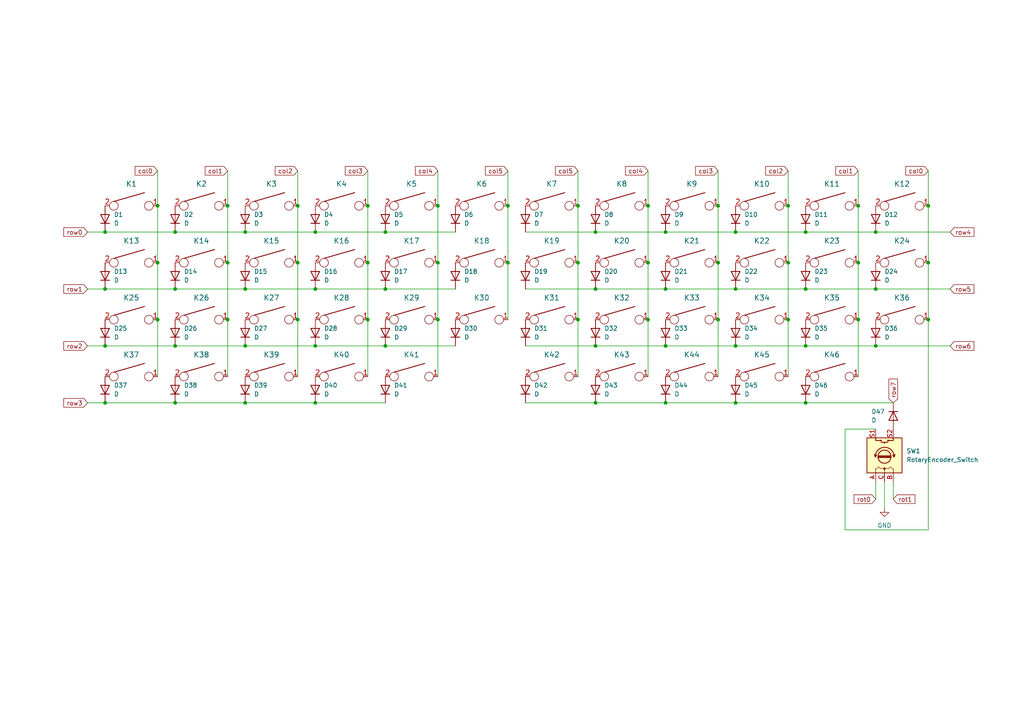
<source format=kicad_sch>
(kicad_sch
	(version 20250114)
	(generator "eeschema")
	(generator_version "9.0")
	(uuid "54576225-6fc4-4bbf-bc8b-83d3e0915626")
	(paper "A4")
	(title_block
		(date "2025-12-29")
	)
	(lib_symbols
		(symbol "Device:D"
			(pin_numbers
				(hide yes)
			)
			(pin_names
				(offset 1.016)
				(hide yes)
			)
			(exclude_from_sim no)
			(in_bom yes)
			(on_board yes)
			(property "Reference" "D"
				(at 0 2.54 0)
				(effects
					(font
						(size 1.27 1.27)
					)
				)
			)
			(property "Value" "D"
				(at 0 -2.54 0)
				(effects
					(font
						(size 1.27 1.27)
					)
				)
			)
			(property "Footprint" ""
				(at 0 0 0)
				(effects
					(font
						(size 1.27 1.27)
					)
					(hide yes)
				)
			)
			(property "Datasheet" "~"
				(at 0 0 0)
				(effects
					(font
						(size 1.27 1.27)
					)
					(hide yes)
				)
			)
			(property "Description" "Diode"
				(at 0 0 0)
				(effects
					(font
						(size 1.27 1.27)
					)
					(hide yes)
				)
			)
			(property "ki_keywords" "diode"
				(at 0 0 0)
				(effects
					(font
						(size 1.27 1.27)
					)
					(hide yes)
				)
			)
			(property "ki_fp_filters" "TO-???* *_Diode_* *SingleDiode* D_*"
				(at 0 0 0)
				(effects
					(font
						(size 1.27 1.27)
					)
					(hide yes)
				)
			)
			(symbol "D_0_1"
				(polyline
					(pts
						(xy -1.27 1.27) (xy -1.27 -1.27)
					)
					(stroke
						(width 0.254)
						(type default)
					)
					(fill
						(type none)
					)
				)
				(polyline
					(pts
						(xy 1.27 1.27) (xy 1.27 -1.27) (xy -1.27 0) (xy 1.27 1.27)
					)
					(stroke
						(width 0.254)
						(type default)
					)
					(fill
						(type none)
					)
				)
				(polyline
					(pts
						(xy 1.27 0) (xy -1.27 0)
					)
					(stroke
						(width 0)
						(type default)
					)
					(fill
						(type none)
					)
				)
			)
			(symbol "D_1_1"
				(pin passive line
					(at -3.81 0 0)
					(length 2.54)
					(name "K"
						(effects
							(font
								(size 1.27 1.27)
							)
						)
					)
					(number "1"
						(effects
							(font
								(size 1.27 1.27)
							)
						)
					)
				)
				(pin passive line
					(at 3.81 0 180)
					(length 2.54)
					(name "A"
						(effects
							(font
								(size 1.27 1.27)
							)
						)
					)
					(number "2"
						(effects
							(font
								(size 1.27 1.27)
							)
						)
					)
				)
			)
			(embedded_fonts no)
		)
		(symbol "Device:RotaryEncoder_Switch"
			(pin_names
				(offset 0.254)
				(hide yes)
			)
			(exclude_from_sim no)
			(in_bom yes)
			(on_board yes)
			(property "Reference" "SW"
				(at 0 6.604 0)
				(effects
					(font
						(size 1.27 1.27)
					)
				)
			)
			(property "Value" "RotaryEncoder_Switch"
				(at 0 -6.604 0)
				(effects
					(font
						(size 1.27 1.27)
					)
				)
			)
			(property "Footprint" ""
				(at -3.81 4.064 0)
				(effects
					(font
						(size 1.27 1.27)
					)
					(hide yes)
				)
			)
			(property "Datasheet" "~"
				(at 0 6.604 0)
				(effects
					(font
						(size 1.27 1.27)
					)
					(hide yes)
				)
			)
			(property "Description" "Rotary encoder, dual channel, incremental quadrate outputs, with switch"
				(at 0 0 0)
				(effects
					(font
						(size 1.27 1.27)
					)
					(hide yes)
				)
			)
			(property "ki_keywords" "rotary switch encoder switch push button"
				(at 0 0 0)
				(effects
					(font
						(size 1.27 1.27)
					)
					(hide yes)
				)
			)
			(property "ki_fp_filters" "RotaryEncoder*Switch*"
				(at 0 0 0)
				(effects
					(font
						(size 1.27 1.27)
					)
					(hide yes)
				)
			)
			(symbol "RotaryEncoder_Switch_0_1"
				(rectangle
					(start -5.08 5.08)
					(end 5.08 -5.08)
					(stroke
						(width 0.254)
						(type default)
					)
					(fill
						(type background)
					)
				)
				(polyline
					(pts
						(xy -5.08 2.54) (xy -3.81 2.54) (xy -3.81 2.032)
					)
					(stroke
						(width 0)
						(type default)
					)
					(fill
						(type none)
					)
				)
				(polyline
					(pts
						(xy -5.08 0) (xy -3.81 0) (xy -3.81 -1.016) (xy -3.302 -2.032)
					)
					(stroke
						(width 0)
						(type default)
					)
					(fill
						(type none)
					)
				)
				(polyline
					(pts
						(xy -5.08 -2.54) (xy -3.81 -2.54) (xy -3.81 -2.032)
					)
					(stroke
						(width 0)
						(type default)
					)
					(fill
						(type none)
					)
				)
				(polyline
					(pts
						(xy -4.318 0) (xy -3.81 0) (xy -3.81 1.016) (xy -3.302 2.032)
					)
					(stroke
						(width 0)
						(type default)
					)
					(fill
						(type none)
					)
				)
				(circle
					(center -3.81 0)
					(radius 0.254)
					(stroke
						(width 0)
						(type default)
					)
					(fill
						(type outline)
					)
				)
				(polyline
					(pts
						(xy -0.635 -1.778) (xy -0.635 1.778)
					)
					(stroke
						(width 0.254)
						(type default)
					)
					(fill
						(type none)
					)
				)
				(circle
					(center -0.381 0)
					(radius 1.905)
					(stroke
						(width 0.254)
						(type default)
					)
					(fill
						(type none)
					)
				)
				(arc
					(start -0.381 2.667)
					(mid 2.3368 -0.0508)
					(end -0.381 -2.794)
					(stroke
						(width 0.254)
						(type default)
					)
					(fill
						(type none)
					)
				)
				(polyline
					(pts
						(xy -0.381 -1.778) (xy -0.381 1.778)
					)
					(stroke
						(width 0.254)
						(type default)
					)
					(fill
						(type none)
					)
				)
				(polyline
					(pts
						(xy -0.127 1.778) (xy -0.127 -1.778)
					)
					(stroke
						(width 0.254)
						(type default)
					)
					(fill
						(type none)
					)
				)
				(polyline
					(pts
						(xy 0.254 2.921) (xy -0.508 2.667) (xy 0.127 2.286)
					)
					(stroke
						(width 0.254)
						(type default)
					)
					(fill
						(type none)
					)
				)
				(polyline
					(pts
						(xy 0.254 -3.048) (xy -0.508 -2.794) (xy 0.127 -2.413)
					)
					(stroke
						(width 0.254)
						(type default)
					)
					(fill
						(type none)
					)
				)
				(polyline
					(pts
						(xy 3.81 1.016) (xy 3.81 -1.016)
					)
					(stroke
						(width 0.254)
						(type default)
					)
					(fill
						(type none)
					)
				)
				(polyline
					(pts
						(xy 3.81 0) (xy 3.429 0)
					)
					(stroke
						(width 0.254)
						(type default)
					)
					(fill
						(type none)
					)
				)
				(circle
					(center 4.318 1.016)
					(radius 0.127)
					(stroke
						(width 0.254)
						(type default)
					)
					(fill
						(type none)
					)
				)
				(circle
					(center 4.318 -1.016)
					(radius 0.127)
					(stroke
						(width 0.254)
						(type default)
					)
					(fill
						(type none)
					)
				)
				(polyline
					(pts
						(xy 5.08 2.54) (xy 4.318 2.54) (xy 4.318 1.016)
					)
					(stroke
						(width 0.254)
						(type default)
					)
					(fill
						(type none)
					)
				)
				(polyline
					(pts
						(xy 5.08 -2.54) (xy 4.318 -2.54) (xy 4.318 -1.016)
					)
					(stroke
						(width 0.254)
						(type default)
					)
					(fill
						(type none)
					)
				)
			)
			(symbol "RotaryEncoder_Switch_1_1"
				(pin passive line
					(at -7.62 2.54 0)
					(length 2.54)
					(name "A"
						(effects
							(font
								(size 1.27 1.27)
							)
						)
					)
					(number "A"
						(effects
							(font
								(size 1.27 1.27)
							)
						)
					)
				)
				(pin passive line
					(at -7.62 0 0)
					(length 2.54)
					(name "C"
						(effects
							(font
								(size 1.27 1.27)
							)
						)
					)
					(number "C"
						(effects
							(font
								(size 1.27 1.27)
							)
						)
					)
				)
				(pin passive line
					(at -7.62 -2.54 0)
					(length 2.54)
					(name "B"
						(effects
							(font
								(size 1.27 1.27)
							)
						)
					)
					(number "B"
						(effects
							(font
								(size 1.27 1.27)
							)
						)
					)
				)
				(pin passive line
					(at 7.62 2.54 180)
					(length 2.54)
					(name "S1"
						(effects
							(font
								(size 1.27 1.27)
							)
						)
					)
					(number "S1"
						(effects
							(font
								(size 1.27 1.27)
							)
						)
					)
				)
				(pin passive line
					(at 7.62 -2.54 180)
					(length 2.54)
					(name "S2"
						(effects
							(font
								(size 1.27 1.27)
							)
						)
					)
					(number "S2"
						(effects
							(font
								(size 1.27 1.27)
							)
						)
					)
				)
			)
			(embedded_fonts no)
		)
		(symbol "keyboard_parts:KEYSW"
			(pin_names
				(offset 1.016)
			)
			(exclude_from_sim no)
			(in_bom yes)
			(on_board yes)
			(property "Reference" "K?"
				(at -1.27 0 0)
				(effects
					(font
						(size 1.524 1.524)
					)
				)
			)
			(property "Value" "KEYSW"
				(at 0 -2.54 0)
				(effects
					(font
						(size 1.524 1.524)
					)
					(hide yes)
				)
			)
			(property "Footprint" ""
				(at 0 0 0)
				(effects
					(font
						(size 1.524 1.524)
					)
				)
			)
			(property "Datasheet" ""
				(at 0 0 0)
				(effects
					(font
						(size 1.524 1.524)
					)
				)
			)
			(property "Description" ""
				(at 0 0 0)
				(effects
					(font
						(size 1.27 1.27)
					)
					(hide yes)
				)
			)
			(symbol "KEYSW_0_1"
				(polyline
					(pts
						(xy -5.08 1.27) (xy 3.81 3.81)
					)
					(stroke
						(width 0.254)
						(type default)
					)
					(fill
						(type none)
					)
				)
				(circle
					(center -5.08 0)
					(radius 1.27)
					(stroke
						(width 0)
						(type default)
					)
					(fill
						(type none)
					)
				)
				(circle
					(center 5.08 0)
					(radius 1.27)
					(stroke
						(width 0)
						(type default)
					)
					(fill
						(type none)
					)
				)
			)
			(symbol "KEYSW_1_1"
				(pin passive line
					(at -7.62 0 0)
					(length 1.27)
					(name "~"
						(effects
							(font
								(size 1.524 1.524)
							)
						)
					)
					(number "2"
						(effects
							(font
								(size 1.524 1.524)
							)
						)
					)
				)
				(pin passive line
					(at 7.62 0 180)
					(length 1.27)
					(name "~"
						(effects
							(font
								(size 1.524 1.524)
							)
						)
					)
					(number "1"
						(effects
							(font
								(size 1.524 1.524)
							)
						)
					)
				)
			)
			(embedded_fonts no)
		)
		(symbol "power:GND"
			(power)
			(pin_names
				(offset 0)
			)
			(exclude_from_sim no)
			(in_bom yes)
			(on_board yes)
			(property "Reference" "#PWR"
				(at 0 -6.35 0)
				(effects
					(font
						(size 1.27 1.27)
					)
					(hide yes)
				)
			)
			(property "Value" "GND"
				(at 0 -3.81 0)
				(effects
					(font
						(size 1.27 1.27)
					)
				)
			)
			(property "Footprint" ""
				(at 0 0 0)
				(effects
					(font
						(size 1.27 1.27)
					)
					(hide yes)
				)
			)
			(property "Datasheet" ""
				(at 0 0 0)
				(effects
					(font
						(size 1.27 1.27)
					)
					(hide yes)
				)
			)
			(property "Description" "Power symbol creates a global label with name \"GND\" , ground"
				(at 0 0 0)
				(effects
					(font
						(size 1.27 1.27)
					)
					(hide yes)
				)
			)
			(property "ki_keywords" "power-flag"
				(at 0 0 0)
				(effects
					(font
						(size 1.27 1.27)
					)
					(hide yes)
				)
			)
			(symbol "GND_0_1"
				(polyline
					(pts
						(xy 0 0) (xy 0 -1.27) (xy 1.27 -1.27) (xy 0 -2.54) (xy -1.27 -1.27) (xy 0 -1.27)
					)
					(stroke
						(width 0)
						(type default)
					)
					(fill
						(type none)
					)
				)
			)
			(symbol "GND_1_1"
				(pin power_in line
					(at 0 0 270)
					(length 0)
					(hide yes)
					(name "GND"
						(effects
							(font
								(size 1.27 1.27)
							)
						)
					)
					(number "1"
						(effects
							(font
								(size 1.27 1.27)
							)
						)
					)
				)
			)
			(embedded_fonts no)
		)
	)
	(junction
		(at 228.6 76.2)
		(diameter 0.9144)
		(color 0 0 0 0)
		(uuid "0144b5a7-a65a-4865-bf75-3d46e076df9c")
	)
	(junction
		(at 91.44 83.82)
		(diameter 0.9144)
		(color 0 0 0 0)
		(uuid "0ceeb16d-9c5b-43f3-ba34-933f6ba2ee22")
	)
	(junction
		(at 208.28 92.71)
		(diameter 0.9144)
		(color 0 0 0 0)
		(uuid "0d28492d-bb0c-436d-9e63-7b119c5674f0")
	)
	(junction
		(at 167.64 59.69)
		(diameter 0.9144)
		(color 0 0 0 0)
		(uuid "11bc4823-65cc-41a6-998d-723318b1b803")
	)
	(junction
		(at 66.04 59.69)
		(diameter 0.9144)
		(color 0 0 0 0)
		(uuid "19f45f63-ecad-4132-8d0b-06f49c4ed6dc")
	)
	(junction
		(at 254 83.82)
		(diameter 0.9144)
		(color 0 0 0 0)
		(uuid "1bf2b208-b285-48a2-ad37-d975b69409c9")
	)
	(junction
		(at 193.04 116.84)
		(diameter 0.9144)
		(color 0 0 0 0)
		(uuid "1f598d01-2e49-4155-9bfd-4957057f33e1")
	)
	(junction
		(at 91.44 100.33)
		(diameter 0.9144)
		(color 0 0 0 0)
		(uuid "230faf32-0d6f-41ec-8319-2ae676b78861")
	)
	(junction
		(at 269.24 59.69)
		(diameter 0.9144)
		(color 0 0 0 0)
		(uuid "2344e352-b148-4a41-a348-99f7e4f36229")
	)
	(junction
		(at 127 59.69)
		(diameter 0.9144)
		(color 0 0 0 0)
		(uuid "24dc26a3-9db6-4740-8523-5a4dc317dc31")
	)
	(junction
		(at 106.68 76.2)
		(diameter 0.9144)
		(color 0 0 0 0)
		(uuid "254f4d6c-5d8b-4ada-ad6c-b7e4f33c4ad8")
	)
	(junction
		(at 106.68 92.71)
		(diameter 0.9144)
		(color 0 0 0 0)
		(uuid "256c8cee-09c2-46b7-a3e6-317c20cd15eb")
	)
	(junction
		(at 213.36 67.31)
		(diameter 0.9144)
		(color 0 0 0 0)
		(uuid "2a4518a4-a69d-483f-9039-12b0fdf6e650")
	)
	(junction
		(at 172.72 100.33)
		(diameter 0.9144)
		(color 0 0 0 0)
		(uuid "32357e33-3863-4405-bcb7-7f4b5c6a20fe")
	)
	(junction
		(at 50.8 83.82)
		(diameter 0.9144)
		(color 0 0 0 0)
		(uuid "32eab50a-1f38-40d9-9930-4c159f3551cc")
	)
	(junction
		(at 187.96 92.71)
		(diameter 0.9144)
		(color 0 0 0 0)
		(uuid "37917f0d-820f-43ac-bf26-ca9dc6533aa8")
	)
	(junction
		(at 233.68 67.31)
		(diameter 0.9144)
		(color 0 0 0 0)
		(uuid "3f97a3f1-ecc0-406b-80fb-bde1afbbd7e3")
	)
	(junction
		(at 71.12 83.82)
		(diameter 0.9144)
		(color 0 0 0 0)
		(uuid "45410033-1aac-46a5-8b12-c9a2954dd784")
	)
	(junction
		(at 147.32 59.69)
		(diameter 0.9144)
		(color 0 0 0 0)
		(uuid "4d9ac792-5cbc-44a1-a89c-dd772c232638")
	)
	(junction
		(at 45.72 76.2)
		(diameter 0.9144)
		(color 0 0 0 0)
		(uuid "54d72706-65c0-4eba-a383-327b81075fc7")
	)
	(junction
		(at 86.36 92.71)
		(diameter 0.9144)
		(color 0 0 0 0)
		(uuid "55741680-77b2-4241-87cf-c3c1e0799206")
	)
	(junction
		(at 106.68 59.69)
		(diameter 0.9144)
		(color 0 0 0 0)
		(uuid "5981fc4e-a380-4dd2-bf4a-407f3a7ed8e7")
	)
	(junction
		(at 193.04 100.33)
		(diameter 0.9144)
		(color 0 0 0 0)
		(uuid "5cd7f13b-c253-4e55-a733-4e9ee381a0a6")
	)
	(junction
		(at 269.24 76.2)
		(diameter 0.9144)
		(color 0 0 0 0)
		(uuid "5f513fd1-4df3-48aa-9b74-2ebdf33b46ab")
	)
	(junction
		(at 233.68 83.82)
		(diameter 0.9144)
		(color 0 0 0 0)
		(uuid "6103d93a-41b1-4bf6-b585-f5e3d6287216")
	)
	(junction
		(at 91.44 67.31)
		(diameter 0.9144)
		(color 0 0 0 0)
		(uuid "6ac0fb71-1526-4e08-a1fd-9340e100c85f")
	)
	(junction
		(at 127 92.71)
		(diameter 0.9144)
		(color 0 0 0 0)
		(uuid "6db1905b-e4c9-4a1a-a5c7-db4a5620c99a")
	)
	(junction
		(at 254 100.33)
		(diameter 0.9144)
		(color 0 0 0 0)
		(uuid "71da146d-0367-4e1e-991b-748d37609fd0")
	)
	(junction
		(at 66.04 92.71)
		(diameter 0.9144)
		(color 0 0 0 0)
		(uuid "854d444b-d35b-4997-98c3-8750a10e3fca")
	)
	(junction
		(at 213.36 100.33)
		(diameter 0.9144)
		(color 0 0 0 0)
		(uuid "880dd776-eae3-461d-a9f7-aeae676977d1")
	)
	(junction
		(at 167.64 76.2)
		(diameter 0.9144)
		(color 0 0 0 0)
		(uuid "883ac044-5d1b-421e-8daf-7c86ad00947b")
	)
	(junction
		(at 30.48 83.82)
		(diameter 0.9144)
		(color 0 0 0 0)
		(uuid "8864b141-b5d0-43db-ab1e-f285988e028a")
	)
	(junction
		(at 86.36 76.2)
		(diameter 0.9144)
		(color 0 0 0 0)
		(uuid "8b638e9a-f575-4141-8184-fa063dbe42c7")
	)
	(junction
		(at 71.12 100.33)
		(diameter 0.9144)
		(color 0 0 0 0)
		(uuid "8b900691-28a0-4221-bf74-c430d3ae5c4b")
	)
	(junction
		(at 127 76.2)
		(diameter 0.9144)
		(color 0 0 0 0)
		(uuid "90a932cf-ed6a-4756-a563-5918c06c78f9")
	)
	(junction
		(at 50.8 116.84)
		(diameter 0.9144)
		(color 0 0 0 0)
		(uuid "95732a1c-7de8-4d5a-91de-f76da87317f6")
	)
	(junction
		(at 248.92 76.2)
		(diameter 0.9144)
		(color 0 0 0 0)
		(uuid "95c11d8c-7583-42c5-aee9-b7ff56991522")
	)
	(junction
		(at 71.12 116.84)
		(diameter 0.9144)
		(color 0 0 0 0)
		(uuid "9821c7ce-0c76-44ae-8e75-548126478b2a")
	)
	(junction
		(at 30.48 100.33)
		(diameter 0.9144)
		(color 0 0 0 0)
		(uuid "98a18c61-989d-40a9-8fbf-0297c07ab0fc")
	)
	(junction
		(at 86.36 59.69)
		(diameter 0.9144)
		(color 0 0 0 0)
		(uuid "98efc317-14cc-4ada-9712-30d011fae6af")
	)
	(junction
		(at 45.72 92.71)
		(diameter 0.9144)
		(color 0 0 0 0)
		(uuid "99942963-6016-4c9d-8315-8f6c19d46d5c")
	)
	(junction
		(at 30.48 116.84)
		(diameter 0.9144)
		(color 0 0 0 0)
		(uuid "a2293c86-9214-4efc-8866-c84c58b6db96")
	)
	(junction
		(at 213.36 116.84)
		(diameter 0.9144)
		(color 0 0 0 0)
		(uuid "a230bccd-e84a-4c32-924c-e3ab65fbb514")
	)
	(junction
		(at 71.12 67.31)
		(diameter 0.9144)
		(color 0 0 0 0)
		(uuid "a3eff499-395e-417c-a9c0-c1d8a69927a1")
	)
	(junction
		(at 172.72 83.82)
		(diameter 0.9144)
		(color 0 0 0 0)
		(uuid "a45f4621-afae-4ae4-a40f-9775114367eb")
	)
	(junction
		(at 248.92 92.71)
		(diameter 0.9144)
		(color 0 0 0 0)
		(uuid "a7a7c10f-c5ae-4823-8c82-6fa25446c265")
	)
	(junction
		(at 50.8 67.31)
		(diameter 0.9144)
		(color 0 0 0 0)
		(uuid "ac92f7bd-6322-4247-8709-7b98cce8032a")
	)
	(junction
		(at 172.72 116.84)
		(diameter 0.9144)
		(color 0 0 0 0)
		(uuid "ae4f377e-a34b-428f-89d7-fceb7a90d279")
	)
	(junction
		(at 111.76 83.82)
		(diameter 0.9144)
		(color 0 0 0 0)
		(uuid "aed7661a-84d0-42cf-aa64-5fa9538285f0")
	)
	(junction
		(at 213.36 83.82)
		(diameter 0.9144)
		(color 0 0 0 0)
		(uuid "b1dfde3c-b128-4f27-b08f-5fd34d54b853")
	)
	(junction
		(at 193.04 83.82)
		(diameter 0.9144)
		(color 0 0 0 0)
		(uuid "b288c718-d5ff-4942-9bb7-78acd4289b38")
	)
	(junction
		(at 45.72 59.69)
		(diameter 0.9144)
		(color 0 0 0 0)
		(uuid "b4327bfe-25df-463b-a707-96c0aeb0081a")
	)
	(junction
		(at 228.6 92.71)
		(diameter 0.9144)
		(color 0 0 0 0)
		(uuid "b74c8734-5d43-4597-9f5b-226fbf3b6c4d")
	)
	(junction
		(at 233.68 100.33)
		(diameter 0.9144)
		(color 0 0 0 0)
		(uuid "bbb1de4b-976b-4e97-b29c-1b9503f14e82")
	)
	(junction
		(at 269.24 92.71)
		(diameter 0.9144)
		(color 0 0 0 0)
		(uuid "bc592620-32a5-4e34-bea8-a2bb6d46d134")
	)
	(junction
		(at 30.48 67.31)
		(diameter 0.9144)
		(color 0 0 0 0)
		(uuid "bd6c2ba5-e369-4583-9178-14108feaafbf")
	)
	(junction
		(at 167.64 92.71)
		(diameter 0.9144)
		(color 0 0 0 0)
		(uuid "c45be48d-7fcc-4a85-be5f-cb36b398400d")
	)
	(junction
		(at 248.92 59.69)
		(diameter 0.9144)
		(color 0 0 0 0)
		(uuid "c860b035-d887-40b2-b799-3a90de49ba7a")
	)
	(junction
		(at 91.44 116.84)
		(diameter 0.9144)
		(color 0 0 0 0)
		(uuid "cb0888ef-b28d-4eb0-9c2f-42a1e47396bb")
	)
	(junction
		(at 254 67.31)
		(diameter 0.9144)
		(color 0 0 0 0)
		(uuid "cbc17dc5-c560-47eb-a1d4-d11521f3f4a1")
	)
	(junction
		(at 187.96 59.69)
		(diameter 0.9144)
		(color 0 0 0 0)
		(uuid "cc466f16-5f52-48bb-85a8-cb06dc12d6d0")
	)
	(junction
		(at 187.96 76.2)
		(diameter 0.9144)
		(color 0 0 0 0)
		(uuid "d301459f-8d65-4e62-862b-c095ad3d1fd1")
	)
	(junction
		(at 172.72 67.31)
		(diameter 0.9144)
		(color 0 0 0 0)
		(uuid "d5729d34-0e8e-49a1-a724-a45e68e60f17")
	)
	(junction
		(at 66.04 76.2)
		(diameter 0.9144)
		(color 0 0 0 0)
		(uuid "d6b97e2b-6f26-4298-b21b-8ac6c7495df7")
	)
	(junction
		(at 193.04 67.31)
		(diameter 0.9144)
		(color 0 0 0 0)
		(uuid "d70a38d7-cdbd-428e-9c49-1c91ac92634e")
	)
	(junction
		(at 233.68 116.84)
		(diameter 0.9144)
		(color 0 0 0 0)
		(uuid "d9fd9191-9061-403b-9c49-e14edbe8838c")
	)
	(junction
		(at 147.32 76.2)
		(diameter 0.9144)
		(color 0 0 0 0)
		(uuid "e6f7ebfc-03a7-4df1-a525-9732890d4b71")
	)
	(junction
		(at 208.28 76.2)
		(diameter 0.9144)
		(color 0 0 0 0)
		(uuid "e70019e2-5d38-41de-8c84-e7082763d4ab")
	)
	(junction
		(at 228.6 59.69)
		(diameter 0.9144)
		(color 0 0 0 0)
		(uuid "ea260066-e5a0-4472-a45e-08a13547d81c")
	)
	(junction
		(at 208.28 59.69)
		(diameter 0.9144)
		(color 0 0 0 0)
		(uuid "edd4163e-fff7-48af-8670-2aeaaa601317")
	)
	(junction
		(at 111.76 100.33)
		(diameter 0.9144)
		(color 0 0 0 0)
		(uuid "fa225333-7296-43ad-887f-872af38b9111")
	)
	(junction
		(at 50.8 100.33)
		(diameter 0.9144)
		(color 0 0 0 0)
		(uuid "fc27f6da-5339-4abb-a29d-7b4f54c3332b")
	)
	(junction
		(at 111.76 67.31)
		(diameter 0.9144)
		(color 0 0 0 0)
		(uuid "fd2a62b9-525e-4bbc-bf06-5f8707e50f5b")
	)
	(wire
		(pts
			(xy 152.4 67.31) (xy 172.72 67.31)
		)
		(stroke
			(width 0)
			(type solid)
		)
		(uuid "1c67fcd3-34dd-4824-8d5d-b05c1217f92c")
	)
	(wire
		(pts
			(xy 172.72 67.31) (xy 193.04 67.31)
		)
		(stroke
			(width 0)
			(type solid)
		)
		(uuid "1c67fcd3-34dd-4824-8d5d-b05c1217f92d")
	)
	(wire
		(pts
			(xy 193.04 67.31) (xy 213.36 67.31)
		)
		(stroke
			(width 0)
			(type solid)
		)
		(uuid "1c67fcd3-34dd-4824-8d5d-b05c1217f92e")
	)
	(wire
		(pts
			(xy 213.36 67.31) (xy 233.68 67.31)
		)
		(stroke
			(width 0)
			(type solid)
		)
		(uuid "1c67fcd3-34dd-4824-8d5d-b05c1217f92f")
	)
	(wire
		(pts
			(xy 233.68 67.31) (xy 254 67.31)
		)
		(stroke
			(width 0)
			(type solid)
		)
		(uuid "1c67fcd3-34dd-4824-8d5d-b05c1217f930")
	)
	(wire
		(pts
			(xy 254 67.31) (xy 275.59 67.31)
		)
		(stroke
			(width 0)
			(type solid)
		)
		(uuid "1c67fcd3-34dd-4824-8d5d-b05c1217f931")
	)
	(wire
		(pts
			(xy 66.04 49.53) (xy 66.04 59.69)
		)
		(stroke
			(width 0)
			(type solid)
		)
		(uuid "1ef89003-3858-4ca2-98d0-53bda50fff4c")
	)
	(wire
		(pts
			(xy 66.04 59.69) (xy 66.04 76.2)
		)
		(stroke
			(width 0)
			(type solid)
		)
		(uuid "1ef89003-3858-4ca2-98d0-53bda50fff4d")
	)
	(wire
		(pts
			(xy 66.04 76.2) (xy 66.04 92.71)
		)
		(stroke
			(width 0)
			(type solid)
		)
		(uuid "1ef89003-3858-4ca2-98d0-53bda50fff4e")
	)
	(wire
		(pts
			(xy 66.04 92.71) (xy 66.04 109.22)
		)
		(stroke
			(width 0)
			(type solid)
		)
		(uuid "1ef89003-3858-4ca2-98d0-53bda50fff4f")
	)
	(wire
		(pts
			(xy 152.4 116.84) (xy 172.72 116.84)
		)
		(stroke
			(width 0)
			(type solid)
		)
		(uuid "200bb9d0-f62b-459f-9432-9e4193f10005")
	)
	(wire
		(pts
			(xy 256.54 139.7) (xy 256.54 147.32)
		)
		(stroke
			(width 0)
			(type solid)
		)
		(uuid "276dbc8f-89a2-4087-ad48-dc5743f2a737")
	)
	(wire
		(pts
			(xy 259.08 139.7) (xy 259.08 144.78)
		)
		(stroke
			(width 0)
			(type solid)
		)
		(uuid "2bc27b5d-7e52-42bb-b72f-002e61b203c9")
	)
	(wire
		(pts
			(xy 228.6 49.53) (xy 228.6 59.69)
		)
		(stroke
			(width 0)
			(type solid)
		)
		(uuid "35bb5904-0f86-46d4-bf19-068638dcaf17")
	)
	(wire
		(pts
			(xy 228.6 59.69) (xy 228.6 76.2)
		)
		(stroke
			(width 0)
			(type solid)
		)
		(uuid "35bb5904-0f86-46d4-bf19-068638dcaf18")
	)
	(wire
		(pts
			(xy 228.6 76.2) (xy 228.6 92.71)
		)
		(stroke
			(width 0)
			(type solid)
		)
		(uuid "35bb5904-0f86-46d4-bf19-068638dcaf19")
	)
	(wire
		(pts
			(xy 228.6 92.71) (xy 228.6 109.22)
		)
		(stroke
			(width 0)
			(type solid)
		)
		(uuid "35bb5904-0f86-46d4-bf19-068638dcaf1a")
	)
	(wire
		(pts
			(xy 147.32 49.53) (xy 147.32 59.69)
		)
		(stroke
			(width 0)
			(type solid)
		)
		(uuid "39233287-9d80-4870-9174-9f2699173226")
	)
	(wire
		(pts
			(xy 25.4 83.82) (xy 30.48 83.82)
		)
		(stroke
			(width 0)
			(type solid)
		)
		(uuid "3b685c5a-9235-474a-843d-0939cf3d877a")
	)
	(wire
		(pts
			(xy 30.48 83.82) (xy 50.8 83.82)
		)
		(stroke
			(width 0)
			(type solid)
		)
		(uuid "3b685c5a-9235-474a-843d-0939cf3d877b")
	)
	(wire
		(pts
			(xy 50.8 83.82) (xy 71.12 83.82)
		)
		(stroke
			(width 0)
			(type solid)
		)
		(uuid "3b685c5a-9235-474a-843d-0939cf3d877c")
	)
	(wire
		(pts
			(xy 71.12 83.82) (xy 91.44 83.82)
		)
		(stroke
			(width 0)
			(type solid)
		)
		(uuid "3b685c5a-9235-474a-843d-0939cf3d877d")
	)
	(wire
		(pts
			(xy 91.44 83.82) (xy 111.76 83.82)
		)
		(stroke
			(width 0)
			(type solid)
		)
		(uuid "3b685c5a-9235-474a-843d-0939cf3d877e")
	)
	(wire
		(pts
			(xy 111.76 83.82) (xy 132.08 83.82)
		)
		(stroke
			(width 0)
			(type solid)
		)
		(uuid "3b685c5a-9235-474a-843d-0939cf3d877f")
	)
	(wire
		(pts
			(xy 254 139.7) (xy 254 144.78)
		)
		(stroke
			(width 0)
			(type solid)
		)
		(uuid "3fe5f027-85cb-4f21-b7d8-1b801073e0ca")
	)
	(wire
		(pts
			(xy 172.72 116.84) (xy 193.04 116.84)
		)
		(stroke
			(width 0)
			(type solid)
		)
		(uuid "449053e6-1c3d-46b2-8845-8d3c1cc1724f")
	)
	(wire
		(pts
			(xy 193.04 116.84) (xy 213.36 116.84)
		)
		(stroke
			(width 0)
			(type solid)
		)
		(uuid "449053e6-1c3d-46b2-8845-8d3c1cc17250")
	)
	(wire
		(pts
			(xy 213.36 116.84) (xy 233.68 116.84)
		)
		(stroke
			(width 0)
			(type solid)
		)
		(uuid "449053e6-1c3d-46b2-8845-8d3c1cc17251")
	)
	(wire
		(pts
			(xy 248.92 49.53) (xy 248.92 59.69)
		)
		(stroke
			(width 0)
			(type solid)
		)
		(uuid "47c4a4ae-6fb7-437a-89fc-104f1b0deaed")
	)
	(wire
		(pts
			(xy 248.92 59.69) (xy 248.92 76.2)
		)
		(stroke
			(width 0)
			(type solid)
		)
		(uuid "47c4a4ae-6fb7-437a-89fc-104f1b0deaee")
	)
	(wire
		(pts
			(xy 248.92 76.2) (xy 248.92 92.71)
		)
		(stroke
			(width 0)
			(type solid)
		)
		(uuid "47c4a4ae-6fb7-437a-89fc-104f1b0deaef")
	)
	(wire
		(pts
			(xy 248.92 92.71) (xy 248.92 109.22)
		)
		(stroke
			(width 0)
			(type solid)
		)
		(uuid "47c4a4ae-6fb7-437a-89fc-104f1b0deaf0")
	)
	(wire
		(pts
			(xy 86.36 49.53) (xy 86.36 59.69)
		)
		(stroke
			(width 0)
			(type solid)
		)
		(uuid "62895c3a-7d9d-48a2-9e4c-9a10b1a17491")
	)
	(wire
		(pts
			(xy 86.36 59.69) (xy 86.36 76.2)
		)
		(stroke
			(width 0)
			(type solid)
		)
		(uuid "62895c3a-7d9d-48a2-9e4c-9a10b1a17492")
	)
	(wire
		(pts
			(xy 86.36 76.2) (xy 86.36 92.71)
		)
		(stroke
			(width 0)
			(type solid)
		)
		(uuid "62895c3a-7d9d-48a2-9e4c-9a10b1a17493")
	)
	(wire
		(pts
			(xy 86.36 92.71) (xy 86.36 109.22)
		)
		(stroke
			(width 0)
			(type solid)
		)
		(uuid "62895c3a-7d9d-48a2-9e4c-9a10b1a17494")
	)
	(wire
		(pts
			(xy 269.24 49.53) (xy 269.24 59.69)
		)
		(stroke
			(width 0)
			(type solid)
		)
		(uuid "6d579179-e266-4804-915a-667591f07dfc")
	)
	(wire
		(pts
			(xy 269.24 59.69) (xy 269.24 76.2)
		)
		(stroke
			(width 0)
			(type solid)
		)
		(uuid "6d579179-e266-4804-915a-667591f07dfd")
	)
	(wire
		(pts
			(xy 269.24 76.2) (xy 269.24 92.71)
		)
		(stroke
			(width 0)
			(type solid)
		)
		(uuid "6d579179-e266-4804-915a-667591f07dfe")
	)
	(wire
		(pts
			(xy 167.64 49.53) (xy 167.64 59.69)
		)
		(stroke
			(width 0)
			(type solid)
		)
		(uuid "71fb74f5-c0d6-47ff-8fb8-5de977212556")
	)
	(wire
		(pts
			(xy 167.64 59.69) (xy 167.64 76.2)
		)
		(stroke
			(width 0)
			(type solid)
		)
		(uuid "71fb74f5-c0d6-47ff-8fb8-5de977212557")
	)
	(wire
		(pts
			(xy 167.64 76.2) (xy 167.64 92.71)
		)
		(stroke
			(width 0)
			(type solid)
		)
		(uuid "71fb74f5-c0d6-47ff-8fb8-5de977212558")
	)
	(wire
		(pts
			(xy 167.64 92.71) (xy 167.64 109.22)
		)
		(stroke
			(width 0)
			(type solid)
		)
		(uuid "71fb74f5-c0d6-47ff-8fb8-5de977212559")
	)
	(wire
		(pts
			(xy 25.4 67.31) (xy 30.48 67.31)
		)
		(stroke
			(width 0)
			(type solid)
		)
		(uuid "72234784-1fe3-48a3-a2a3-4c0c9f242172")
	)
	(wire
		(pts
			(xy 30.48 67.31) (xy 50.8 67.31)
		)
		(stroke
			(width 0)
			(type solid)
		)
		(uuid "72234784-1fe3-48a3-a2a3-4c0c9f242173")
	)
	(wire
		(pts
			(xy 50.8 67.31) (xy 71.12 67.31)
		)
		(stroke
			(width 0)
			(type solid)
		)
		(uuid "72234784-1fe3-48a3-a2a3-4c0c9f242174")
	)
	(wire
		(pts
			(xy 71.12 67.31) (xy 91.44 67.31)
		)
		(stroke
			(width 0)
			(type solid)
		)
		(uuid "72234784-1fe3-48a3-a2a3-4c0c9f242175")
	)
	(wire
		(pts
			(xy 91.44 67.31) (xy 111.76 67.31)
		)
		(stroke
			(width 0)
			(type solid)
		)
		(uuid "72234784-1fe3-48a3-a2a3-4c0c9f242176")
	)
	(wire
		(pts
			(xy 111.76 67.31) (xy 132.08 67.31)
		)
		(stroke
			(width 0)
			(type solid)
		)
		(uuid "72234784-1fe3-48a3-a2a3-4c0c9f242177")
	)
	(wire
		(pts
			(xy 45.72 49.53) (xy 45.72 59.69)
		)
		(stroke
			(width 0)
			(type solid)
		)
		(uuid "77b70be1-7a98-4fc2-8f94-2324cc8f45b3")
	)
	(wire
		(pts
			(xy 45.72 59.69) (xy 45.72 76.2)
		)
		(stroke
			(width 0)
			(type solid)
		)
		(uuid "77b70be1-7a98-4fc2-8f94-2324cc8f45b4")
	)
	(wire
		(pts
			(xy 45.72 76.2) (xy 45.72 92.71)
		)
		(stroke
			(width 0)
			(type solid)
		)
		(uuid "77b70be1-7a98-4fc2-8f94-2324cc8f45b5")
	)
	(wire
		(pts
			(xy 45.72 92.71) (xy 45.72 109.22)
		)
		(stroke
			(width 0)
			(type solid)
		)
		(uuid "77b70be1-7a98-4fc2-8f94-2324cc8f45b6")
	)
	(wire
		(pts
			(xy 25.4 116.84) (xy 30.48 116.84)
		)
		(stroke
			(width 0)
			(type solid)
		)
		(uuid "920c8845-757d-4b4e-811f-9b6f712c4c6d")
	)
	(wire
		(pts
			(xy 30.48 116.84) (xy 50.8 116.84)
		)
		(stroke
			(width 0)
			(type solid)
		)
		(uuid "920c8845-757d-4b4e-811f-9b6f712c4c6e")
	)
	(wire
		(pts
			(xy 50.8 116.84) (xy 71.12 116.84)
		)
		(stroke
			(width 0)
			(type solid)
		)
		(uuid "920c8845-757d-4b4e-811f-9b6f712c4c6f")
	)
	(wire
		(pts
			(xy 71.12 116.84) (xy 91.44 116.84)
		)
		(stroke
			(width 0)
			(type solid)
		)
		(uuid "920c8845-757d-4b4e-811f-9b6f712c4c70")
	)
	(wire
		(pts
			(xy 91.44 116.84) (xy 111.76 116.84)
		)
		(stroke
			(width 0)
			(type solid)
		)
		(uuid "920c8845-757d-4b4e-811f-9b6f712c4c71")
	)
	(wire
		(pts
			(xy 25.4 100.33) (xy 30.48 100.33)
		)
		(stroke
			(width 0)
			(type solid)
		)
		(uuid "920e4970-44b4-4dd6-8608-ea3be7e19cf0")
	)
	(wire
		(pts
			(xy 30.48 100.33) (xy 50.8 100.33)
		)
		(stroke
			(width 0)
			(type solid)
		)
		(uuid "920e4970-44b4-4dd6-8608-ea3be7e19cf1")
	)
	(wire
		(pts
			(xy 50.8 100.33) (xy 71.12 100.33)
		)
		(stroke
			(width 0)
			(type solid)
		)
		(uuid "920e4970-44b4-4dd6-8608-ea3be7e19cf2")
	)
	(wire
		(pts
			(xy 71.12 100.33) (xy 91.44 100.33)
		)
		(stroke
			(width 0)
			(type solid)
		)
		(uuid "920e4970-44b4-4dd6-8608-ea3be7e19cf3")
	)
	(wire
		(pts
			(xy 91.44 100.33) (xy 111.76 100.33)
		)
		(stroke
			(width 0)
			(type solid)
		)
		(uuid "920e4970-44b4-4dd6-8608-ea3be7e19cf4")
	)
	(wire
		(pts
			(xy 111.76 100.33) (xy 132.08 100.33)
		)
		(stroke
			(width 0)
			(type solid)
		)
		(uuid "920e4970-44b4-4dd6-8608-ea3be7e19cf5")
	)
	(wire
		(pts
			(xy 127 49.53) (xy 127 59.69)
		)
		(stroke
			(width 0)
			(type solid)
		)
		(uuid "99cd531f-f63c-4a3a-a917-af02d0053542")
	)
	(wire
		(pts
			(xy 127 59.69) (xy 127 76.2)
		)
		(stroke
			(width 0)
			(type solid)
		)
		(uuid "99cd531f-f63c-4a3a-a917-af02d0053543")
	)
	(wire
		(pts
			(xy 127 76.2) (xy 127 92.71)
		)
		(stroke
			(width 0)
			(type solid)
		)
		(uuid "99cd531f-f63c-4a3a-a917-af02d0053544")
	)
	(wire
		(pts
			(xy 127 92.71) (xy 127 109.22)
		)
		(stroke
			(width 0)
			(type solid)
		)
		(uuid "99cd531f-f63c-4a3a-a917-af02d0053545")
	)
	(wire
		(pts
			(xy 233.68 116.84) (xy 259.08 116.84)
		)
		(stroke
			(width 0)
			(type solid)
		)
		(uuid "b0b12606-03f7-4a0f-bf96-907a2137c065")
	)
	(wire
		(pts
			(xy 147.32 59.69) (xy 147.32 76.2)
		)
		(stroke
			(width 0)
			(type solid)
		)
		(uuid "b87ca9b3-074c-44ac-ae27-6a316f9f21df")
	)
	(wire
		(pts
			(xy 147.32 76.2) (xy 147.32 92.71)
		)
		(stroke
			(width 0)
			(type solid)
		)
		(uuid "b87ca9b3-074c-44ac-ae27-6a316f9f21e0")
	)
	(wire
		(pts
			(xy 187.96 49.53) (xy 187.96 59.69)
		)
		(stroke
			(width 0)
			(type solid)
		)
		(uuid "b8cea01d-f486-4054-9d07-883499bee730")
	)
	(wire
		(pts
			(xy 187.96 59.69) (xy 187.96 76.2)
		)
		(stroke
			(width 0)
			(type solid)
		)
		(uuid "b8cea01d-f486-4054-9d07-883499bee731")
	)
	(wire
		(pts
			(xy 187.96 76.2) (xy 187.96 92.71)
		)
		(stroke
			(width 0)
			(type solid)
		)
		(uuid "b8cea01d-f486-4054-9d07-883499bee732")
	)
	(wire
		(pts
			(xy 187.96 92.71) (xy 187.96 109.22)
		)
		(stroke
			(width 0)
			(type solid)
		)
		(uuid "b8cea01d-f486-4054-9d07-883499bee733")
	)
	(wire
		(pts
			(xy 245.11 124.46) (xy 254 124.46)
		)
		(stroke
			(width 0)
			(type solid)
		)
		(uuid "bd1b0188-085a-4bf6-a77c-743491b7df67")
	)
	(wire
		(pts
			(xy 245.11 153.67) (xy 245.11 124.46)
		)
		(stroke
			(width 0)
			(type solid)
		)
		(uuid "bd1b0188-085a-4bf6-a77c-743491b7df68")
	)
	(wire
		(pts
			(xy 269.24 153.67) (xy 245.11 153.67)
		)
		(stroke
			(width 0)
			(type solid)
		)
		(uuid "bd1b0188-085a-4bf6-a77c-743491b7df69")
	)
	(wire
		(pts
			(xy 152.4 100.33) (xy 172.72 100.33)
		)
		(stroke
			(width 0)
			(type solid)
		)
		(uuid "c12b2cba-02b8-43e4-b1b6-f68589cb759e")
	)
	(wire
		(pts
			(xy 172.72 100.33) (xy 193.04 100.33)
		)
		(stroke
			(width 0)
			(type solid)
		)
		(uuid "c12b2cba-02b8-43e4-b1b6-f68589cb759f")
	)
	(wire
		(pts
			(xy 193.04 100.33) (xy 213.36 100.33)
		)
		(stroke
			(width 0)
			(type solid)
		)
		(uuid "c12b2cba-02b8-43e4-b1b6-f68589cb75a0")
	)
	(wire
		(pts
			(xy 213.36 100.33) (xy 233.68 100.33)
		)
		(stroke
			(width 0)
			(type solid)
		)
		(uuid "c12b2cba-02b8-43e4-b1b6-f68589cb75a1")
	)
	(wire
		(pts
			(xy 233.68 100.33) (xy 254 100.33)
		)
		(stroke
			(width 0)
			(type solid)
		)
		(uuid "c12b2cba-02b8-43e4-b1b6-f68589cb75a2")
	)
	(wire
		(pts
			(xy 254 100.33) (xy 275.59 100.33)
		)
		(stroke
			(width 0)
			(type solid)
		)
		(uuid "c12b2cba-02b8-43e4-b1b6-f68589cb75a3")
	)
	(wire
		(pts
			(xy 208.28 49.53) (xy 208.28 59.69)
		)
		(stroke
			(width 0)
			(type solid)
		)
		(uuid "d1cc9925-42c2-4323-bc9d-2d448fafc304")
	)
	(wire
		(pts
			(xy 208.28 59.69) (xy 208.28 76.2)
		)
		(stroke
			(width 0)
			(type solid)
		)
		(uuid "d1cc9925-42c2-4323-bc9d-2d448fafc305")
	)
	(wire
		(pts
			(xy 208.28 76.2) (xy 208.28 92.71)
		)
		(stroke
			(width 0)
			(type solid)
		)
		(uuid "d1cc9925-42c2-4323-bc9d-2d448fafc306")
	)
	(wire
		(pts
			(xy 208.28 92.71) (xy 208.28 109.22)
		)
		(stroke
			(width 0)
			(type solid)
		)
		(uuid "d1cc9925-42c2-4323-bc9d-2d448fafc307")
	)
	(wire
		(pts
			(xy 152.4 83.82) (xy 172.72 83.82)
		)
		(stroke
			(width 0)
			(type solid)
		)
		(uuid "db2f2459-2887-42c2-8b66-2fdf01b965d7")
	)
	(wire
		(pts
			(xy 172.72 83.82) (xy 193.04 83.82)
		)
		(stroke
			(width 0)
			(type solid)
		)
		(uuid "db2f2459-2887-42c2-8b66-2fdf01b965d8")
	)
	(wire
		(pts
			(xy 193.04 83.82) (xy 213.36 83.82)
		)
		(stroke
			(width 0)
			(type solid)
		)
		(uuid "db2f2459-2887-42c2-8b66-2fdf01b965d9")
	)
	(wire
		(pts
			(xy 213.36 83.82) (xy 233.68 83.82)
		)
		(stroke
			(width 0)
			(type solid)
		)
		(uuid "db2f2459-2887-42c2-8b66-2fdf01b965da")
	)
	(wire
		(pts
			(xy 233.68 83.82) (xy 254 83.82)
		)
		(stroke
			(width 0)
			(type solid)
		)
		(uuid "db2f2459-2887-42c2-8b66-2fdf01b965db")
	)
	(wire
		(pts
			(xy 254 83.82) (xy 275.59 83.82)
		)
		(stroke
			(width 0)
			(type solid)
		)
		(uuid "db2f2459-2887-42c2-8b66-2fdf01b965dc")
	)
	(wire
		(pts
			(xy 269.24 92.71) (xy 269.24 153.67)
		)
		(stroke
			(width 0)
			(type solid)
		)
		(uuid "ee35e8ce-493f-406b-8bd3-2a7ea546ca6f")
	)
	(wire
		(pts
			(xy 106.68 49.53) (xy 106.68 59.69)
		)
		(stroke
			(width 0)
			(type solid)
		)
		(uuid "ee477d30-8b15-471d-9061-e500c0b8102c")
	)
	(wire
		(pts
			(xy 106.68 59.69) (xy 106.68 76.2)
		)
		(stroke
			(width 0)
			(type solid)
		)
		(uuid "ee477d30-8b15-471d-9061-e500c0b8102d")
	)
	(wire
		(pts
			(xy 106.68 76.2) (xy 106.68 92.71)
		)
		(stroke
			(width 0)
			(type solid)
		)
		(uuid "ee477d30-8b15-471d-9061-e500c0b8102e")
	)
	(wire
		(pts
			(xy 106.68 92.71) (xy 106.68 109.22)
		)
		(stroke
			(width 0)
			(type solid)
		)
		(uuid "ee477d30-8b15-471d-9061-e500c0b8102f")
	)
	(global_label "row4"
		(shape input)
		(at 275.59 67.31 0)
		(fields_autoplaced yes)
		(effects
			(font
				(size 1.27 1.27)
			)
			(justify left)
		)
		(uuid "02b1b95e-054b-4c8a-a693-1af313732ac2")
		(property "Intersheetrefs" "${INTERSHEET_REFS}"
			(at 282.4783 67.2306 0)
			(effects
				(font
					(size 1.27 1.27)
				)
				(justify left)
				(hide yes)
			)
		)
	)
	(global_label "col5"
		(shape input)
		(at 147.32 49.53 180)
		(fields_autoplaced yes)
		(effects
			(font
				(size 1.27 1.27)
			)
			(justify right)
		)
		(uuid "07c095fa-ab0f-4aaf-9edb-a82510d9560b")
		(property "Intersheetrefs" "${INTERSHEET_REFS}"
			(at 140.7945 49.4506 0)
			(effects
				(font
					(size 1.27 1.27)
				)
				(justify right)
				(hide yes)
			)
		)
	)
	(global_label "row2"
		(shape input)
		(at 25.4 100.33 180)
		(fields_autoplaced yes)
		(effects
			(font
				(size 1.27 1.27)
			)
			(justify right)
		)
		(uuid "0864bb5b-4738-4f45-87d8-fde4a9229af2")
		(property "Intersheetrefs" "${INTERSHEET_REFS}"
			(at 18.5117 100.2506 0)
			(effects
				(font
					(size 1.27 1.27)
				)
				(justify right)
				(hide yes)
			)
		)
	)
	(global_label "row6"
		(shape input)
		(at 275.59 100.33 0)
		(fields_autoplaced yes)
		(effects
			(font
				(size 1.27 1.27)
			)
			(justify left)
		)
		(uuid "09733b94-554e-4f31-a451-31a352ab8ece")
		(property "Intersheetrefs" "${INTERSHEET_REFS}"
			(at 282.4783 100.2506 0)
			(effects
				(font
					(size 1.27 1.27)
				)
				(justify left)
				(hide yes)
			)
		)
	)
	(global_label "col3"
		(shape input)
		(at 106.68 49.53 180)
		(fields_autoplaced yes)
		(effects
			(font
				(size 1.27 1.27)
			)
			(justify right)
		)
		(uuid "0a7a85d8-979b-471e-96a1-7670c7dbf483")
		(property "Intersheetrefs" "${INTERSHEET_REFS}"
			(at 100.1545 49.4506 0)
			(effects
				(font
					(size 1.27 1.27)
				)
				(justify right)
				(hide yes)
			)
		)
	)
	(global_label "col4"
		(shape input)
		(at 127 49.53 180)
		(fields_autoplaced yes)
		(effects
			(font
				(size 1.27 1.27)
			)
			(justify right)
		)
		(uuid "110c99f2-8550-4f61-9488-2591debc6233")
		(property "Intersheetrefs" "${INTERSHEET_REFS}"
			(at 120.4745 49.4506 0)
			(effects
				(font
					(size 1.27 1.27)
				)
				(justify right)
				(hide yes)
			)
		)
	)
	(global_label "col0"
		(shape input)
		(at 45.72 49.53 180)
		(fields_autoplaced yes)
		(effects
			(font
				(size 1.27 1.27)
			)
			(justify right)
		)
		(uuid "344d697a-83f6-4205-8f55-4ebb11c29204")
		(property "Intersheetrefs" "${INTERSHEET_REFS}"
			(at 39.1945 49.4506 0)
			(effects
				(font
					(size 1.27 1.27)
				)
				(justify right)
				(hide yes)
			)
		)
	)
	(global_label "col3"
		(shape input)
		(at 208.28 49.53 180)
		(fields_autoplaced yes)
		(effects
			(font
				(size 1.27 1.27)
			)
			(justify right)
		)
		(uuid "3541a824-e95c-4edc-ab4f-f9806c9d4899")
		(property "Intersheetrefs" "${INTERSHEET_REFS}"
			(at 201.7545 49.4506 0)
			(effects
				(font
					(size 1.27 1.27)
				)
				(justify right)
				(hide yes)
			)
		)
	)
	(global_label "col1"
		(shape input)
		(at 248.92 49.53 180)
		(fields_autoplaced yes)
		(effects
			(font
				(size 1.27 1.27)
			)
			(justify right)
		)
		(uuid "45647a01-653f-4f79-8c16-930ce30dca50")
		(property "Intersheetrefs" "${INTERSHEET_REFS}"
			(at 242.3945 49.4506 0)
			(effects
				(font
					(size 1.27 1.27)
				)
				(justify right)
				(hide yes)
			)
		)
	)
	(global_label "col5"
		(shape input)
		(at 167.64 49.53 180)
		(fields_autoplaced yes)
		(effects
			(font
				(size 1.27 1.27)
			)
			(justify right)
		)
		(uuid "4fe23264-dece-4fe2-9df4-3f6a25858aca")
		(property "Intersheetrefs" "${INTERSHEET_REFS}"
			(at 161.1145 49.4506 0)
			(effects
				(font
					(size 1.27 1.27)
				)
				(justify right)
				(hide yes)
			)
		)
	)
	(global_label "row5"
		(shape input)
		(at 275.59 83.82 0)
		(fields_autoplaced yes)
		(effects
			(font
				(size 1.27 1.27)
			)
			(justify left)
		)
		(uuid "52568d38-e8ea-493e-9d45-e5f841b53e0d")
		(property "Intersheetrefs" "${INTERSHEET_REFS}"
			(at 282.4783 83.7406 0)
			(effects
				(font
					(size 1.27 1.27)
				)
				(justify left)
				(hide yes)
			)
		)
	)
	(global_label "rot1"
		(shape input)
		(at 259.08 144.78 0)
		(fields_autoplaced yes)
		(effects
			(font
				(size 1.27 1.27)
			)
			(justify left)
		)
		(uuid "5523dcd0-969e-4311-9be3-f4fe4d154507")
		(property "Intersheetrefs" "${INTERSHEET_REFS}"
			(at 265.3636 144.7006 0)
			(effects
				(font
					(size 1.27 1.27)
				)
				(justify left)
				(hide yes)
			)
		)
	)
	(global_label "row3"
		(shape input)
		(at 25.4 116.84 180)
		(fields_autoplaced yes)
		(effects
			(font
				(size 1.27 1.27)
			)
			(justify right)
		)
		(uuid "5cfecaa1-c9a2-4610-a723-e1c1ceaf887a")
		(property "Intersheetrefs" "${INTERSHEET_REFS}"
			(at 18.5117 116.7606 0)
			(effects
				(font
					(size 1.27 1.27)
				)
				(justify right)
				(hide yes)
			)
		)
	)
	(global_label "row7"
		(shape input)
		(at 259.08 116.84 90)
		(fields_autoplaced yes)
		(effects
			(font
				(size 1.27 1.27)
			)
			(justify left)
		)
		(uuid "6bc9afb2-f33b-4747-ba8d-b7d86f00c9e6")
		(property "Intersheetrefs" "${INTERSHEET_REFS}"
			(at 259.0006 109.9517 90)
			(effects
				(font
					(size 1.27 1.27)
				)
				(justify left)
				(hide yes)
			)
		)
	)
	(global_label "col2"
		(shape input)
		(at 86.36 49.53 180)
		(fields_autoplaced yes)
		(effects
			(font
				(size 1.27 1.27)
			)
			(justify right)
		)
		(uuid "6cc51c7a-adb5-41d3-bc29-f245402151eb")
		(property "Intersheetrefs" "${INTERSHEET_REFS}"
			(at 79.8345 49.4506 0)
			(effects
				(font
					(size 1.27 1.27)
				)
				(justify right)
				(hide yes)
			)
		)
	)
	(global_label "row0"
		(shape input)
		(at 25.4 67.31 180)
		(fields_autoplaced yes)
		(effects
			(font
				(size 1.27 1.27)
			)
			(justify right)
		)
		(uuid "89ad9fb8-9856-4643-bc6f-fe6692edc2ad")
		(property "Intersheetrefs" "${INTERSHEET_REFS}"
			(at 18.5117 67.2306 0)
			(effects
				(font
					(size 1.27 1.27)
				)
				(justify right)
				(hide yes)
			)
		)
	)
	(global_label "col0"
		(shape input)
		(at 269.24 49.53 180)
		(fields_autoplaced yes)
		(effects
			(font
				(size 1.27 1.27)
			)
			(justify right)
		)
		(uuid "8df51ab9-4b0f-44b3-a863-60586c25847e")
		(property "Intersheetrefs" "${INTERSHEET_REFS}"
			(at 262.7145 49.4506 0)
			(effects
				(font
					(size 1.27 1.27)
				)
				(justify right)
				(hide yes)
			)
		)
	)
	(global_label "col4"
		(shape input)
		(at 187.96 49.53 180)
		(fields_autoplaced yes)
		(effects
			(font
				(size 1.27 1.27)
			)
			(justify right)
		)
		(uuid "92366d71-9d83-4b7a-a60c-3afa8eebca87")
		(property "Intersheetrefs" "${INTERSHEET_REFS}"
			(at 181.4345 49.4506 0)
			(effects
				(font
					(size 1.27 1.27)
				)
				(justify right)
				(hide yes)
			)
		)
	)
	(global_label "rot0"
		(shape input)
		(at 254 144.78 180)
		(fields_autoplaced yes)
		(effects
			(font
				(size 1.27 1.27)
			)
			(justify right)
		)
		(uuid "93d11cc5-094c-4d2a-9462-163e0704ba89")
		(property "Intersheetrefs" "${INTERSHEET_REFS}"
			(at 247.7164 144.7006 0)
			(effects
				(font
					(size 1.27 1.27)
				)
				(justify right)
				(hide yes)
			)
		)
	)
	(global_label "col2"
		(shape input)
		(at 228.6 49.53 180)
		(fields_autoplaced yes)
		(effects
			(font
				(size 1.27 1.27)
			)
			(justify right)
		)
		(uuid "b189869c-1f7c-4db0-812e-ea3dec639061")
		(property "Intersheetrefs" "${INTERSHEET_REFS}"
			(at 222.0745 49.4506 0)
			(effects
				(font
					(size 1.27 1.27)
				)
				(justify right)
				(hide yes)
			)
		)
	)
	(global_label "col1"
		(shape input)
		(at 66.04 49.53 180)
		(fields_autoplaced yes)
		(effects
			(font
				(size 1.27 1.27)
			)
			(justify right)
		)
		(uuid "d88bc91a-7233-465e-a2c5-0a201ca47b9f")
		(property "Intersheetrefs" "${INTERSHEET_REFS}"
			(at 59.5145 49.4506 0)
			(effects
				(font
					(size 1.27 1.27)
				)
				(justify right)
				(hide yes)
			)
		)
	)
	(global_label "row1"
		(shape input)
		(at 25.4 83.82 180)
		(fields_autoplaced yes)
		(effects
			(font
				(size 1.27 1.27)
			)
			(justify right)
		)
		(uuid "e685d2a6-1499-486a-a43c-3c976bb1e1c4")
		(property "Intersheetrefs" "${INTERSHEET_REFS}"
			(at 18.5117 83.7406 0)
			(effects
				(font
					(size 1.27 1.27)
				)
				(justify right)
				(hide yes)
			)
		)
	)
	(symbol
		(lib_id "keyboard_parts:KEYSW")
		(at 99.06 92.71 0)
		(unit 1)
		(exclude_from_sim no)
		(in_bom yes)
		(on_board yes)
		(dnp no)
		(fields_autoplaced yes)
		(uuid "01b40beb-e32e-46de-b05b-703cad95eba3")
		(property "Reference" "K28"
			(at 99.06 86.36 0)
			(effects
				(font
					(size 1.524 1.524)
				)
			)
		)
		(property "Value" "KEYSW"
			(at 99.06 95.25 0)
			(effects
				(font
					(size 1.524 1.524)
				)
				(hide yes)
			)
		)
		(property "Footprint" "mx footprints:MXOnly-1U-NoLED"
			(at 99.06 92.71 0)
			(effects
				(font
					(size 1.524 1.524)
				)
				(hide yes)
			)
		)
		(property "Datasheet" ""
			(at 99.06 92.71 0)
			(effects
				(font
					(size 1.524 1.524)
				)
			)
		)
		(property "Description" ""
			(at 99.06 92.71 0)
			(effects
				(font
					(size 1.27 1.27)
				)
			)
		)
		(pin "1"
			(uuid "6a014c68-bed6-4323-b391-1ade8c5ed0ba")
		)
		(pin "2"
			(uuid "345ed518-4e35-42c8-a9c5-cea3abffae4f")
		)
		(instances
			(project ""
				(path "/22d1d943-76cc-445d-b5a6-c335b9cec95b/28896a62-0172-4b69-b0dd-4e57d9040df5"
					(reference "K28")
					(unit 1)
				)
			)
		)
	)
	(symbol
		(lib_id "Device:D")
		(at 152.4 113.03 90)
		(unit 1)
		(exclude_from_sim no)
		(in_bom yes)
		(on_board yes)
		(dnp no)
		(fields_autoplaced yes)
		(uuid "087c7e3c-8666-4230-9dd4-47e54accb105")
		(property "Reference" "D42"
			(at 154.94 111.7599 90)
			(effects
				(font
					(size 1.27 1.27)
				)
				(justify right)
			)
		)
		(property "Value" "D"
			(at 154.94 114.2999 90)
			(effects
				(font
					(size 1.27 1.27)
				)
				(justify right)
			)
		)
		(property "Footprint" "Keebio:Diode-Hybrid-Back"
			(at 152.4 113.03 0)
			(effects
				(font
					(size 1.27 1.27)
				)
				(hide yes)
			)
		)
		(property "Datasheet" "~"
			(at 152.4 113.03 0)
			(effects
				(font
					(size 1.27 1.27)
				)
				(hide yes)
			)
		)
		(property "Description" ""
			(at 152.4 113.03 0)
			(effects
				(font
					(size 1.27 1.27)
				)
			)
		)
		(pin "1"
			(uuid "9e8d504e-900f-4d71-b396-dd2e6fe34354")
		)
		(pin "2"
			(uuid "6c7a99bf-dd9b-462e-9bad-8d40786c2f5b")
		)
		(instances
			(project ""
				(path "/22d1d943-76cc-445d-b5a6-c335b9cec95b/28896a62-0172-4b69-b0dd-4e57d9040df5"
					(reference "D42")
					(unit 1)
				)
			)
		)
	)
	(symbol
		(lib_id "keyboard_parts:KEYSW")
		(at 99.06 59.69 0)
		(unit 1)
		(exclude_from_sim no)
		(in_bom yes)
		(on_board yes)
		(dnp no)
		(fields_autoplaced yes)
		(uuid "12e5e6db-ddb3-4610-bd5a-2911edf5e5a3")
		(property "Reference" "K4"
			(at 99.06 53.34 0)
			(effects
				(font
					(size 1.524 1.524)
				)
			)
		)
		(property "Value" "KEYSW"
			(at 99.06 62.23 0)
			(effects
				(font
					(size 1.524 1.524)
				)
				(hide yes)
			)
		)
		(property "Footprint" "mx footprints:MXOnly-1U-NoLED"
			(at 99.06 59.69 0)
			(effects
				(font
					(size 1.524 1.524)
				)
				(hide yes)
			)
		)
		(property "Datasheet" ""
			(at 99.06 59.69 0)
			(effects
				(font
					(size 1.524 1.524)
				)
			)
		)
		(property "Description" ""
			(at 99.06 59.69 0)
			(effects
				(font
					(size 1.27 1.27)
				)
			)
		)
		(pin "1"
			(uuid "f5e1d6c8-f809-47f7-a4e4-166686ec5ba7")
		)
		(pin "2"
			(uuid "17be2a71-dd8b-407a-b4dd-d5b9fab4f433")
		)
		(instances
			(project ""
				(path "/22d1d943-76cc-445d-b5a6-c335b9cec95b/28896a62-0172-4b69-b0dd-4e57d9040df5"
					(reference "K4")
					(unit 1)
				)
			)
		)
	)
	(symbol
		(lib_id "Device:D")
		(at 193.04 80.01 90)
		(unit 1)
		(exclude_from_sim no)
		(in_bom yes)
		(on_board yes)
		(dnp no)
		(fields_autoplaced yes)
		(uuid "15e830a3-2696-4bce-a1c3-c116dc809da8")
		(property "Reference" "D21"
			(at 195.58 78.7399 90)
			(effects
				(font
					(size 1.27 1.27)
				)
				(justify right)
			)
		)
		(property "Value" "D"
			(at 195.58 81.2799 90)
			(effects
				(font
					(size 1.27 1.27)
				)
				(justify right)
			)
		)
		(property "Footprint" "Keebio:Diode-Hybrid-Back"
			(at 193.04 80.01 0)
			(effects
				(font
					(size 1.27 1.27)
				)
				(hide yes)
			)
		)
		(property "Datasheet" "~"
			(at 193.04 80.01 0)
			(effects
				(font
					(size 1.27 1.27)
				)
				(hide yes)
			)
		)
		(property "Description" ""
			(at 193.04 80.01 0)
			(effects
				(font
					(size 1.27 1.27)
				)
			)
		)
		(pin "1"
			(uuid "19c57edc-a113-4a1f-81d4-dec3ebd8c9a9")
		)
		(pin "2"
			(uuid "71596599-3455-4a91-bccb-f12f0091c45b")
		)
		(instances
			(project ""
				(path "/22d1d943-76cc-445d-b5a6-c335b9cec95b/28896a62-0172-4b69-b0dd-4e57d9040df5"
					(reference "D21")
					(unit 1)
				)
			)
		)
	)
	(symbol
		(lib_id "Device:D")
		(at 132.08 80.01 90)
		(unit 1)
		(exclude_from_sim no)
		(in_bom yes)
		(on_board yes)
		(dnp no)
		(fields_autoplaced yes)
		(uuid "1ce17a45-8aaf-4858-aaba-c43855ece73d")
		(property "Reference" "D18"
			(at 134.62 78.7399 90)
			(effects
				(font
					(size 1.27 1.27)
				)
				(justify right)
			)
		)
		(property "Value" "D"
			(at 134.62 81.2799 90)
			(effects
				(font
					(size 1.27 1.27)
				)
				(justify right)
			)
		)
		(property "Footprint" "Keebio:Diode-Hybrid-Back"
			(at 132.08 80.01 0)
			(effects
				(font
					(size 1.27 1.27)
				)
				(hide yes)
			)
		)
		(property "Datasheet" "~"
			(at 132.08 80.01 0)
			(effects
				(font
					(size 1.27 1.27)
				)
				(hide yes)
			)
		)
		(property "Description" ""
			(at 132.08 80.01 0)
			(effects
				(font
					(size 1.27 1.27)
				)
			)
		)
		(pin "1"
			(uuid "ae1cecfd-ef0c-48bf-bc05-aac1a52809c0")
		)
		(pin "2"
			(uuid "308a2e0d-f628-43f5-a680-fa4caa10523a")
		)
		(instances
			(project ""
				(path "/22d1d943-76cc-445d-b5a6-c335b9cec95b/28896a62-0172-4b69-b0dd-4e57d9040df5"
					(reference "D18")
					(unit 1)
				)
			)
		)
	)
	(symbol
		(lib_id "keyboard_parts:KEYSW")
		(at 200.66 92.71 0)
		(unit 1)
		(exclude_from_sim no)
		(in_bom yes)
		(on_board yes)
		(dnp no)
		(fields_autoplaced yes)
		(uuid "1de1cce1-dffc-423a-93f7-3053d6c6c5d9")
		(property "Reference" "K33"
			(at 200.66 86.36 0)
			(effects
				(font
					(size 1.524 1.524)
				)
			)
		)
		(property "Value" "KEYSW"
			(at 200.66 95.25 0)
			(effects
				(font
					(size 1.524 1.524)
				)
				(hide yes)
			)
		)
		(property "Footprint" "mx footprints:MXOnly-1U-NoLED"
			(at 200.66 92.71 0)
			(effects
				(font
					(size 1.524 1.524)
				)
				(hide yes)
			)
		)
		(property "Datasheet" ""
			(at 200.66 92.71 0)
			(effects
				(font
					(size 1.524 1.524)
				)
			)
		)
		(property "Description" ""
			(at 200.66 92.71 0)
			(effects
				(font
					(size 1.27 1.27)
				)
			)
		)
		(pin "1"
			(uuid "62c8b819-0b10-49f4-8be1-bbee277e5435")
		)
		(pin "2"
			(uuid "9f0b32a2-ddd9-45c9-adb2-dc764838e32b")
		)
		(instances
			(project ""
				(path "/22d1d943-76cc-445d-b5a6-c335b9cec95b/28896a62-0172-4b69-b0dd-4e57d9040df5"
					(reference "K33")
					(unit 1)
				)
			)
		)
	)
	(symbol
		(lib_id "keyboard_parts:KEYSW")
		(at 180.34 92.71 0)
		(unit 1)
		(exclude_from_sim no)
		(in_bom yes)
		(on_board yes)
		(dnp no)
		(fields_autoplaced yes)
		(uuid "23bd6aa6-18e3-4db1-b46d-567a3cbe4677")
		(property "Reference" "K32"
			(at 180.34 86.36 0)
			(effects
				(font
					(size 1.524 1.524)
				)
			)
		)
		(property "Value" "KEYSW"
			(at 180.34 95.25 0)
			(effects
				(font
					(size 1.524 1.524)
				)
				(hide yes)
			)
		)
		(property "Footprint" "mx footprints:MXOnly-1U-NoLED"
			(at 180.34 92.71 0)
			(effects
				(font
					(size 1.524 1.524)
				)
				(hide yes)
			)
		)
		(property "Datasheet" ""
			(at 180.34 92.71 0)
			(effects
				(font
					(size 1.524 1.524)
				)
			)
		)
		(property "Description" ""
			(at 180.34 92.71 0)
			(effects
				(font
					(size 1.27 1.27)
				)
			)
		)
		(pin "1"
			(uuid "7e05ab7e-5b29-46e7-9ddf-6935a8c7f810")
		)
		(pin "2"
			(uuid "806261d4-08c0-4e35-acb8-1bc3e827df38")
		)
		(instances
			(project ""
				(path "/22d1d943-76cc-445d-b5a6-c335b9cec95b/28896a62-0172-4b69-b0dd-4e57d9040df5"
					(reference "K32")
					(unit 1)
				)
			)
		)
	)
	(symbol
		(lib_id "keyboard_parts:KEYSW")
		(at 200.66 109.22 0)
		(unit 1)
		(exclude_from_sim no)
		(in_bom yes)
		(on_board yes)
		(dnp no)
		(fields_autoplaced yes)
		(uuid "2648f544-462c-4428-82d4-ff547f7600b5")
		(property "Reference" "K44"
			(at 200.66 102.87 0)
			(effects
				(font
					(size 1.524 1.524)
				)
			)
		)
		(property "Value" "KEYSW"
			(at 200.66 111.76 0)
			(effects
				(font
					(size 1.524 1.524)
				)
				(hide yes)
			)
		)
		(property "Footprint" "mx footprints:MXOnly-1U-NoLED"
			(at 200.66 109.22 0)
			(effects
				(font
					(size 1.524 1.524)
				)
				(hide yes)
			)
		)
		(property "Datasheet" ""
			(at 200.66 109.22 0)
			(effects
				(font
					(size 1.524 1.524)
				)
			)
		)
		(property "Description" ""
			(at 200.66 109.22 0)
			(effects
				(font
					(size 1.27 1.27)
				)
			)
		)
		(pin "1"
			(uuid "b56f89dc-2836-44dd-9535-0f26df2475fe")
		)
		(pin "2"
			(uuid "46c910b3-78b9-460f-b276-b85d19c66c4f")
		)
		(instances
			(project ""
				(path "/22d1d943-76cc-445d-b5a6-c335b9cec95b/28896a62-0172-4b69-b0dd-4e57d9040df5"
					(reference "K44")
					(unit 1)
				)
			)
		)
	)
	(symbol
		(lib_id "Device:D")
		(at 193.04 113.03 90)
		(unit 1)
		(exclude_from_sim no)
		(in_bom yes)
		(on_board yes)
		(dnp no)
		(fields_autoplaced yes)
		(uuid "298247a5-1021-497f-96ec-7aa882a4ab3c")
		(property "Reference" "D44"
			(at 195.58 111.7599 90)
			(effects
				(font
					(size 1.27 1.27)
				)
				(justify right)
			)
		)
		(property "Value" "D"
			(at 195.58 114.2999 90)
			(effects
				(font
					(size 1.27 1.27)
				)
				(justify right)
			)
		)
		(property "Footprint" "Keebio:Diode-Hybrid-Back"
			(at 193.04 113.03 0)
			(effects
				(font
					(size 1.27 1.27)
				)
				(hide yes)
			)
		)
		(property "Datasheet" "~"
			(at 193.04 113.03 0)
			(effects
				(font
					(size 1.27 1.27)
				)
				(hide yes)
			)
		)
		(property "Description" ""
			(at 193.04 113.03 0)
			(effects
				(font
					(size 1.27 1.27)
				)
			)
		)
		(pin "1"
			(uuid "c308169e-e504-4597-85dc-01f1b884e697")
		)
		(pin "2"
			(uuid "a35d2408-3c1e-4d84-bea7-580a581aa849")
		)
		(instances
			(project ""
				(path "/22d1d943-76cc-445d-b5a6-c335b9cec95b/28896a62-0172-4b69-b0dd-4e57d9040df5"
					(reference "D44")
					(unit 1)
				)
			)
		)
	)
	(symbol
		(lib_id "keyboard_parts:KEYSW")
		(at 38.1 109.22 0)
		(unit 1)
		(exclude_from_sim no)
		(in_bom yes)
		(on_board yes)
		(dnp no)
		(uuid "2d55e819-0bc0-4b37-a318-a99ee57cd898")
		(property "Reference" "K37"
			(at 38.1 102.87 0)
			(effects
				(font
					(size 1.524 1.524)
				)
			)
		)
		(property "Value" "KEYSW"
			(at 38.1 111.76 0)
			(effects
				(font
					(size 1.524 1.524)
				)
				(hide yes)
			)
		)
		(property "Footprint" "mx footprints:MXOnly-1U-NoLED"
			(at 38.1 109.22 0)
			(effects
				(font
					(size 1.524 1.524)
				)
				(hide yes)
			)
		)
		(property "Datasheet" ""
			(at 38.1 109.22 0)
			(effects
				(font
					(size 1.524 1.524)
				)
			)
		)
		(property "Description" ""
			(at 38.1 109.22 0)
			(effects
				(font
					(size 1.27 1.27)
				)
			)
		)
		(pin "1"
			(uuid "1a48c7ba-e21f-46b2-9a20-4847c036ee4a")
		)
		(pin "2"
			(uuid "26111b5a-32bb-4b98-b0a3-8237820eb1db")
		)
		(instances
			(project ""
				(path "/22d1d943-76cc-445d-b5a6-c335b9cec95b/28896a62-0172-4b69-b0dd-4e57d9040df5"
					(reference "K37")
					(unit 1)
				)
			)
		)
	)
	(symbol
		(lib_id "Device:D")
		(at 193.04 63.5 90)
		(unit 1)
		(exclude_from_sim no)
		(in_bom yes)
		(on_board yes)
		(dnp no)
		(fields_autoplaced yes)
		(uuid "2d73f0d9-4596-4098-92c7-8d2568dd5b29")
		(property "Reference" "D9"
			(at 195.58 62.2299 90)
			(effects
				(font
					(size 1.27 1.27)
				)
				(justify right)
			)
		)
		(property "Value" "D"
			(at 195.58 64.7699 90)
			(effects
				(font
					(size 1.27 1.27)
				)
				(justify right)
			)
		)
		(property "Footprint" "Keebio:Diode-Hybrid-Back"
			(at 193.04 63.5 0)
			(effects
				(font
					(size 1.27 1.27)
				)
				(hide yes)
			)
		)
		(property "Datasheet" "~"
			(at 193.04 63.5 0)
			(effects
				(font
					(size 1.27 1.27)
				)
				(hide yes)
			)
		)
		(property "Description" ""
			(at 193.04 63.5 0)
			(effects
				(font
					(size 1.27 1.27)
				)
			)
		)
		(pin "1"
			(uuid "4ae080c5-8bd1-49c2-bb0f-f19d4ff56485")
		)
		(pin "2"
			(uuid "3cf78585-d374-403b-8f16-361fe39a41c9")
		)
		(instances
			(project ""
				(path "/22d1d943-76cc-445d-b5a6-c335b9cec95b/28896a62-0172-4b69-b0dd-4e57d9040df5"
					(reference "D9")
					(unit 1)
				)
			)
		)
	)
	(symbol
		(lib_id "keyboard_parts:KEYSW")
		(at 180.34 59.69 0)
		(unit 1)
		(exclude_from_sim no)
		(in_bom yes)
		(on_board yes)
		(dnp no)
		(fields_autoplaced yes)
		(uuid "2f89b09c-7bb8-4470-a560-13ae60002b4b")
		(property "Reference" "K8"
			(at 180.34 53.34 0)
			(effects
				(font
					(size 1.524 1.524)
				)
			)
		)
		(property "Value" "KEYSW"
			(at 180.34 62.23 0)
			(effects
				(font
					(size 1.524 1.524)
				)
				(hide yes)
			)
		)
		(property "Footprint" "mx footprints:MXOnly-1U-NoLED"
			(at 180.34 59.69 0)
			(effects
				(font
					(size 1.524 1.524)
				)
				(hide yes)
			)
		)
		(property "Datasheet" ""
			(at 180.34 59.69 0)
			(effects
				(font
					(size 1.524 1.524)
				)
			)
		)
		(property "Description" ""
			(at 180.34 59.69 0)
			(effects
				(font
					(size 1.27 1.27)
				)
			)
		)
		(pin "1"
			(uuid "aee66ae3-5d9d-4eb9-9d74-3a1361ddcd06")
		)
		(pin "2"
			(uuid "1a863a78-f240-4b33-91ce-e5b760faddbc")
		)
		(instances
			(project ""
				(path "/22d1d943-76cc-445d-b5a6-c335b9cec95b/28896a62-0172-4b69-b0dd-4e57d9040df5"
					(reference "K8")
					(unit 1)
				)
			)
		)
	)
	(symbol
		(lib_id "Device:D")
		(at 152.4 63.5 90)
		(unit 1)
		(exclude_from_sim no)
		(in_bom yes)
		(on_board yes)
		(dnp no)
		(fields_autoplaced yes)
		(uuid "3071eb80-f363-41ae-bd39-bce3f7950678")
		(property "Reference" "D7"
			(at 154.94 62.2299 90)
			(effects
				(font
					(size 1.27 1.27)
				)
				(justify right)
			)
		)
		(property "Value" "D"
			(at 154.94 64.7699 90)
			(effects
				(font
					(size 1.27 1.27)
				)
				(justify right)
			)
		)
		(property "Footprint" "Keebio:Diode-Hybrid-Back"
			(at 152.4 63.5 0)
			(effects
				(font
					(size 1.27 1.27)
				)
				(hide yes)
			)
		)
		(property "Datasheet" "~"
			(at 152.4 63.5 0)
			(effects
				(font
					(size 1.27 1.27)
				)
				(hide yes)
			)
		)
		(property "Description" ""
			(at 152.4 63.5 0)
			(effects
				(font
					(size 1.27 1.27)
				)
			)
		)
		(pin "1"
			(uuid "cd6229c6-01c9-4a13-aa3d-a35f061ad24f")
		)
		(pin "2"
			(uuid "06232e73-70ca-470c-8fbf-48d423a7d1b8")
		)
		(instances
			(project ""
				(path "/22d1d943-76cc-445d-b5a6-c335b9cec95b/28896a62-0172-4b69-b0dd-4e57d9040df5"
					(reference "D7")
					(unit 1)
				)
			)
		)
	)
	(symbol
		(lib_id "Device:D")
		(at 172.72 96.52 90)
		(unit 1)
		(exclude_from_sim no)
		(in_bom yes)
		(on_board yes)
		(dnp no)
		(fields_autoplaced yes)
		(uuid "30d5613f-8fb6-4115-9778-2d51396accc5")
		(property "Reference" "D32"
			(at 175.26 95.2499 90)
			(effects
				(font
					(size 1.27 1.27)
				)
				(justify right)
			)
		)
		(property "Value" "D"
			(at 175.26 97.7899 90)
			(effects
				(font
					(size 1.27 1.27)
				)
				(justify right)
			)
		)
		(property "Footprint" "Keebio:Diode-Hybrid-Back"
			(at 172.72 96.52 0)
			(effects
				(font
					(size 1.27 1.27)
				)
				(hide yes)
			)
		)
		(property "Datasheet" "~"
			(at 172.72 96.52 0)
			(effects
				(font
					(size 1.27 1.27)
				)
				(hide yes)
			)
		)
		(property "Description" ""
			(at 172.72 96.52 0)
			(effects
				(font
					(size 1.27 1.27)
				)
			)
		)
		(pin "1"
			(uuid "921270e0-53a1-4b49-85b8-fd21f761da9a")
		)
		(pin "2"
			(uuid "114f31da-5e52-4dcc-bba0-d6a34d47743c")
		)
		(instances
			(project ""
				(path "/22d1d943-76cc-445d-b5a6-c335b9cec95b/28896a62-0172-4b69-b0dd-4e57d9040df5"
					(reference "D32")
					(unit 1)
				)
			)
		)
	)
	(symbol
		(lib_id "keyboard_parts:KEYSW")
		(at 38.1 92.71 0)
		(unit 1)
		(exclude_from_sim no)
		(in_bom yes)
		(on_board yes)
		(dnp no)
		(uuid "32fd00b0-f6a5-4d47-b93a-dacea11f4798")
		(property "Reference" "K25"
			(at 38.1 86.36 0)
			(effects
				(font
					(size 1.524 1.524)
				)
			)
		)
		(property "Value" "KEYSW"
			(at 38.1 95.25 0)
			(effects
				(font
					(size 1.524 1.524)
				)
				(hide yes)
			)
		)
		(property "Footprint" "mx footprints:MXOnly-1.5U-NoLED"
			(at 38.1 92.71 0)
			(effects
				(font
					(size 1.524 1.524)
				)
				(hide yes)
			)
		)
		(property "Datasheet" ""
			(at 38.1 92.71 0)
			(effects
				(font
					(size 1.524 1.524)
				)
			)
		)
		(property "Description" ""
			(at 38.1 92.71 0)
			(effects
				(font
					(size 1.27 1.27)
				)
			)
		)
		(pin "1"
			(uuid "814f70ed-1652-4d38-b831-5b466a045e00")
		)
		(pin "2"
			(uuid "65897f8c-898f-43de-8deb-04d6974be2df")
		)
		(instances
			(project ""
				(path "/22d1d943-76cc-445d-b5a6-c335b9cec95b/28896a62-0172-4b69-b0dd-4e57d9040df5"
					(reference "K25")
					(unit 1)
				)
			)
		)
	)
	(symbol
		(lib_id "Device:D")
		(at 172.72 113.03 90)
		(unit 1)
		(exclude_from_sim no)
		(in_bom yes)
		(on_board yes)
		(dnp no)
		(fields_autoplaced yes)
		(uuid "33cdaf3f-ddf3-4c1b-bf1a-16c47e278810")
		(property "Reference" "D43"
			(at 175.26 111.7599 90)
			(effects
				(font
					(size 1.27 1.27)
				)
				(justify right)
			)
		)
		(property "Value" "D"
			(at 175.26 114.2999 90)
			(effects
				(font
					(size 1.27 1.27)
				)
				(justify right)
			)
		)
		(property "Footprint" "Keebio:Diode-Hybrid-Back"
			(at 172.72 113.03 0)
			(effects
				(font
					(size 1.27 1.27)
				)
				(hide yes)
			)
		)
		(property "Datasheet" "~"
			(at 172.72 113.03 0)
			(effects
				(font
					(size 1.27 1.27)
				)
				(hide yes)
			)
		)
		(property "Description" ""
			(at 172.72 113.03 0)
			(effects
				(font
					(size 1.27 1.27)
				)
			)
		)
		(pin "1"
			(uuid "2d99d07c-4d9b-4d77-8174-f003e782a3bf")
		)
		(pin "2"
			(uuid "0c4df57d-4797-4274-8d12-5ff8c05e704b")
		)
		(instances
			(project ""
				(path "/22d1d943-76cc-445d-b5a6-c335b9cec95b/28896a62-0172-4b69-b0dd-4e57d9040df5"
					(reference "D43")
					(unit 1)
				)
			)
		)
	)
	(symbol
		(lib_id "Device:D")
		(at 91.44 96.52 90)
		(unit 1)
		(exclude_from_sim no)
		(in_bom yes)
		(on_board yes)
		(dnp no)
		(fields_autoplaced yes)
		(uuid "34f9cb32-f652-4731-b97e-b6e87d510c01")
		(property "Reference" "D28"
			(at 93.98 95.2499 90)
			(effects
				(font
					(size 1.27 1.27)
				)
				(justify right)
			)
		)
		(property "Value" "D"
			(at 93.98 97.7899 90)
			(effects
				(font
					(size 1.27 1.27)
				)
				(justify right)
			)
		)
		(property "Footprint" "Keebio:Diode-Hybrid-Back"
			(at 91.44 96.52 0)
			(effects
				(font
					(size 1.27 1.27)
				)
				(hide yes)
			)
		)
		(property "Datasheet" "~"
			(at 91.44 96.52 0)
			(effects
				(font
					(size 1.27 1.27)
				)
				(hide yes)
			)
		)
		(property "Description" ""
			(at 91.44 96.52 0)
			(effects
				(font
					(size 1.27 1.27)
				)
			)
		)
		(pin "1"
			(uuid "504fbce0-9138-4b27-b12f-6b71255561ea")
		)
		(pin "2"
			(uuid "8c835544-3243-4109-ad23-39ef581f0124")
		)
		(instances
			(project ""
				(path "/22d1d943-76cc-445d-b5a6-c335b9cec95b/28896a62-0172-4b69-b0dd-4e57d9040df5"
					(reference "D28")
					(unit 1)
				)
			)
		)
	)
	(symbol
		(lib_id "Device:D")
		(at 233.68 63.5 90)
		(unit 1)
		(exclude_from_sim no)
		(in_bom yes)
		(on_board yes)
		(dnp no)
		(fields_autoplaced yes)
		(uuid "364ad3c8-0a72-4ac8-b469-ea2a02037357")
		(property "Reference" "D11"
			(at 236.22 62.2299 90)
			(effects
				(font
					(size 1.27 1.27)
				)
				(justify right)
			)
		)
		(property "Value" "D"
			(at 236.22 64.7699 90)
			(effects
				(font
					(size 1.27 1.27)
				)
				(justify right)
			)
		)
		(property "Footprint" "Keebio:Diode-Hybrid-Back"
			(at 233.68 63.5 0)
			(effects
				(font
					(size 1.27 1.27)
				)
				(hide yes)
			)
		)
		(property "Datasheet" "~"
			(at 233.68 63.5 0)
			(effects
				(font
					(size 1.27 1.27)
				)
				(hide yes)
			)
		)
		(property "Description" ""
			(at 233.68 63.5 0)
			(effects
				(font
					(size 1.27 1.27)
				)
			)
		)
		(pin "1"
			(uuid "6f22ab29-8122-4541-8f8b-aad0226a321b")
		)
		(pin "2"
			(uuid "bd1b0bc2-ae79-4b29-a771-3a980975cc66")
		)
		(instances
			(project ""
				(path "/22d1d943-76cc-445d-b5a6-c335b9cec95b/28896a62-0172-4b69-b0dd-4e57d9040df5"
					(reference "D11")
					(unit 1)
				)
			)
		)
	)
	(symbol
		(lib_id "Device:D")
		(at 91.44 63.5 90)
		(unit 1)
		(exclude_from_sim no)
		(in_bom yes)
		(on_board yes)
		(dnp no)
		(fields_autoplaced yes)
		(uuid "38142dc8-e64d-439c-8a9d-a705226edeea")
		(property "Reference" "D4"
			(at 93.98 62.2299 90)
			(effects
				(font
					(size 1.27 1.27)
				)
				(justify right)
			)
		)
		(property "Value" "D"
			(at 93.98 64.7699 90)
			(effects
				(font
					(size 1.27 1.27)
				)
				(justify right)
			)
		)
		(property "Footprint" "Keebio:Diode-Hybrid-Back"
			(at 91.44 63.5 0)
			(effects
				(font
					(size 1.27 1.27)
				)
				(hide yes)
			)
		)
		(property "Datasheet" "~"
			(at 91.44 63.5 0)
			(effects
				(font
					(size 1.27 1.27)
				)
				(hide yes)
			)
		)
		(property "Description" ""
			(at 91.44 63.5 0)
			(effects
				(font
					(size 1.27 1.27)
				)
			)
		)
		(pin "1"
			(uuid "8497ee63-4e07-48e1-83c2-1f72f91a67a6")
		)
		(pin "2"
			(uuid "0979103a-232f-4e78-88e2-5fffbf91dd10")
		)
		(instances
			(project ""
				(path "/22d1d943-76cc-445d-b5a6-c335b9cec95b/28896a62-0172-4b69-b0dd-4e57d9040df5"
					(reference "D4")
					(unit 1)
				)
			)
		)
	)
	(symbol
		(lib_id "Device:D")
		(at 111.76 80.01 90)
		(unit 1)
		(exclude_from_sim no)
		(in_bom yes)
		(on_board yes)
		(dnp no)
		(fields_autoplaced yes)
		(uuid "3a1ce86c-3527-4d2b-a0ad-fcbcaffb8d17")
		(property "Reference" "D17"
			(at 114.3 78.7399 90)
			(effects
				(font
					(size 1.27 1.27)
				)
				(justify right)
			)
		)
		(property "Value" "D"
			(at 114.3 81.2799 90)
			(effects
				(font
					(size 1.27 1.27)
				)
				(justify right)
			)
		)
		(property "Footprint" "Keebio:Diode-Hybrid-Back"
			(at 111.76 80.01 0)
			(effects
				(font
					(size 1.27 1.27)
				)
				(hide yes)
			)
		)
		(property "Datasheet" "~"
			(at 111.76 80.01 0)
			(effects
				(font
					(size 1.27 1.27)
				)
				(hide yes)
			)
		)
		(property "Description" ""
			(at 111.76 80.01 0)
			(effects
				(font
					(size 1.27 1.27)
				)
			)
		)
		(pin "1"
			(uuid "d27df2c7-10aa-4d64-ae3a-b0388234d07b")
		)
		(pin "2"
			(uuid "ace2d4c2-8854-433d-99cf-bea5f89c9d36")
		)
		(instances
			(project ""
				(path "/22d1d943-76cc-445d-b5a6-c335b9cec95b/28896a62-0172-4b69-b0dd-4e57d9040df5"
					(reference "D17")
					(unit 1)
				)
			)
		)
	)
	(symbol
		(lib_id "Device:D")
		(at 132.08 63.5 90)
		(unit 1)
		(exclude_from_sim no)
		(in_bom yes)
		(on_board yes)
		(dnp no)
		(fields_autoplaced yes)
		(uuid "3de181ce-3dbc-4132-9646-3aac00054789")
		(property "Reference" "D6"
			(at 134.62 62.2299 90)
			(effects
				(font
					(size 1.27 1.27)
				)
				(justify right)
			)
		)
		(property "Value" "D"
			(at 134.62 64.7699 90)
			(effects
				(font
					(size 1.27 1.27)
				)
				(justify right)
			)
		)
		(property "Footprint" "Keebio:Diode-Hybrid-Back"
			(at 132.08 63.5 0)
			(effects
				(font
					(size 1.27 1.27)
				)
				(hide yes)
			)
		)
		(property "Datasheet" "~"
			(at 132.08 63.5 0)
			(effects
				(font
					(size 1.27 1.27)
				)
				(hide yes)
			)
		)
		(property "Description" ""
			(at 132.08 63.5 0)
			(effects
				(font
					(size 1.27 1.27)
				)
			)
		)
		(pin "1"
			(uuid "2b935a6b-15c8-4f86-bdd5-676121e4658e")
		)
		(pin "2"
			(uuid "3663a912-aac6-4305-8e86-3b0d59b03f5f")
		)
		(instances
			(project ""
				(path "/22d1d943-76cc-445d-b5a6-c335b9cec95b/28896a62-0172-4b69-b0dd-4e57d9040df5"
					(reference "D6")
					(unit 1)
				)
			)
		)
	)
	(symbol
		(lib_id "keyboard_parts:KEYSW")
		(at 78.74 109.22 0)
		(unit 1)
		(exclude_from_sim no)
		(in_bom yes)
		(on_board yes)
		(dnp no)
		(fields_autoplaced yes)
		(uuid "3efc6b70-c1f9-42dc-89ec-b82e07da147f")
		(property "Reference" "K39"
			(at 78.74 102.87 0)
			(effects
				(font
					(size 1.524 1.524)
				)
			)
		)
		(property "Value" "KEYSW"
			(at 78.74 111.76 0)
			(effects
				(font
					(size 1.524 1.524)
				)
				(hide yes)
			)
		)
		(property "Footprint" "mx footprints:MXOnly-1U-NoLED"
			(at 78.74 109.22 0)
			(effects
				(font
					(size 1.524 1.524)
				)
				(hide yes)
			)
		)
		(property "Datasheet" ""
			(at 78.74 109.22 0)
			(effects
				(font
					(size 1.524 1.524)
				)
			)
		)
		(property "Description" ""
			(at 78.74 109.22 0)
			(effects
				(font
					(size 1.27 1.27)
				)
			)
		)
		(pin "1"
			(uuid "587107c6-dd84-41da-93b6-9de65975b2c2")
		)
		(pin "2"
			(uuid "671ee7cf-c68e-42fc-afd0-746f60001c13")
		)
		(instances
			(project ""
				(path "/22d1d943-76cc-445d-b5a6-c335b9cec95b/28896a62-0172-4b69-b0dd-4e57d9040df5"
					(reference "K39")
					(unit 1)
				)
			)
		)
	)
	(symbol
		(lib_id "keyboard_parts:KEYSW")
		(at 58.42 109.22 0)
		(unit 1)
		(exclude_from_sim no)
		(in_bom yes)
		(on_board yes)
		(dnp no)
		(fields_autoplaced yes)
		(uuid "4059ce8a-1a53-48d2-a57c-dd6b8578fec0")
		(property "Reference" "K38"
			(at 58.42 102.87 0)
			(effects
				(font
					(size 1.524 1.524)
				)
			)
		)
		(property "Value" "KEYSW"
			(at 58.42 111.76 0)
			(effects
				(font
					(size 1.524 1.524)
				)
				(hide yes)
			)
		)
		(property "Footprint" "mx footprints:MXOnly-1U-NoLED"
			(at 58.42 109.22 0)
			(effects
				(font
					(size 1.524 1.524)
				)
				(hide yes)
			)
		)
		(property "Datasheet" ""
			(at 58.42 109.22 0)
			(effects
				(font
					(size 1.524 1.524)
				)
			)
		)
		(property "Description" ""
			(at 58.42 109.22 0)
			(effects
				(font
					(size 1.27 1.27)
				)
			)
		)
		(pin "1"
			(uuid "f40bf025-9f1d-4fd8-bdf8-221d6e7281a5")
		)
		(pin "2"
			(uuid "2dd35a33-26f5-47c2-992d-152c5ca4dc4a")
		)
		(instances
			(project ""
				(path "/22d1d943-76cc-445d-b5a6-c335b9cec95b/28896a62-0172-4b69-b0dd-4e57d9040df5"
					(reference "K38")
					(unit 1)
				)
			)
		)
	)
	(symbol
		(lib_id "Device:D")
		(at 71.12 96.52 90)
		(unit 1)
		(exclude_from_sim no)
		(in_bom yes)
		(on_board yes)
		(dnp no)
		(uuid "41867c50-f34c-417d-8c68-d86256e26869")
		(property "Reference" "D27"
			(at 73.66 95.2499 90)
			(effects
				(font
					(size 1.27 1.27)
				)
				(justify right)
			)
		)
		(property "Value" "D"
			(at 73.66 97.7899 90)
			(effects
				(font
					(size 1.27 1.27)
				)
				(justify right)
			)
		)
		(property "Footprint" "Keebio:Diode-Hybrid-Back"
			(at 71.12 96.52 0)
			(effects
				(font
					(size 1.27 1.27)
				)
				(hide yes)
			)
		)
		(property "Datasheet" "~"
			(at 71.12 96.52 0)
			(effects
				(font
					(size 1.27 1.27)
				)
				(hide yes)
			)
		)
		(property "Description" ""
			(at 71.12 96.52 0)
			(effects
				(font
					(size 1.27 1.27)
				)
			)
		)
		(pin "1"
			(uuid "a3520d96-7425-447d-a4e1-9644c693b7f4")
		)
		(pin "2"
			(uuid "40ecdc0e-d0f5-4baf-a236-638cc22cf867")
		)
		(instances
			(project ""
				(path "/22d1d943-76cc-445d-b5a6-c335b9cec95b/28896a62-0172-4b69-b0dd-4e57d9040df5"
					(reference "D27")
					(unit 1)
				)
			)
		)
	)
	(symbol
		(lib_id "Device:D")
		(at 193.04 96.52 90)
		(unit 1)
		(exclude_from_sim no)
		(in_bom yes)
		(on_board yes)
		(dnp no)
		(fields_autoplaced yes)
		(uuid "4514185e-7163-47dd-b176-7f2481e6c2b6")
		(property "Reference" "D33"
			(at 195.58 95.2499 90)
			(effects
				(font
					(size 1.27 1.27)
				)
				(justify right)
			)
		)
		(property "Value" "D"
			(at 195.58 97.7899 90)
			(effects
				(font
					(size 1.27 1.27)
				)
				(justify right)
			)
		)
		(property "Footprint" "Keebio:Diode-Hybrid-Back"
			(at 193.04 96.52 0)
			(effects
				(font
					(size 1.27 1.27)
				)
				(hide yes)
			)
		)
		(property "Datasheet" "~"
			(at 193.04 96.52 0)
			(effects
				(font
					(size 1.27 1.27)
				)
				(hide yes)
			)
		)
		(property "Description" ""
			(at 193.04 96.52 0)
			(effects
				(font
					(size 1.27 1.27)
				)
			)
		)
		(pin "1"
			(uuid "7eea46cd-1d53-4506-b1eb-e712b4cf725e")
		)
		(pin "2"
			(uuid "8197987b-d9ba-462f-99c0-f12e3ee8cf2f")
		)
		(instances
			(project ""
				(path "/22d1d943-76cc-445d-b5a6-c335b9cec95b/28896a62-0172-4b69-b0dd-4e57d9040df5"
					(reference "D33")
					(unit 1)
				)
			)
		)
	)
	(symbol
		(lib_id "Device:D")
		(at 30.48 80.01 90)
		(unit 1)
		(exclude_from_sim no)
		(in_bom yes)
		(on_board yes)
		(dnp no)
		(fields_autoplaced yes)
		(uuid "46cde2be-e497-4a41-a623-4c6b1f8e3f2c")
		(property "Reference" "D13"
			(at 33.02 78.7399 90)
			(effects
				(font
					(size 1.27 1.27)
				)
				(justify right)
			)
		)
		(property "Value" "D"
			(at 33.02 81.2799 90)
			(effects
				(font
					(size 1.27 1.27)
				)
				(justify right)
			)
		)
		(property "Footprint" "Keebio:Diode-Hybrid-Back"
			(at 30.48 80.01 0)
			(effects
				(font
					(size 1.27 1.27)
				)
				(hide yes)
			)
		)
		(property "Datasheet" "~"
			(at 30.48 80.01 0)
			(effects
				(font
					(size 1.27 1.27)
				)
				(hide yes)
			)
		)
		(property "Description" ""
			(at 30.48 80.01 0)
			(effects
				(font
					(size 1.27 1.27)
				)
			)
		)
		(pin "1"
			(uuid "6ce8351d-a25a-4d33-9f79-1a40dbc8136f")
		)
		(pin "2"
			(uuid "24f9fb6e-b95b-49de-b92a-6a88b81d2d9f")
		)
		(instances
			(project ""
				(path "/22d1d943-76cc-445d-b5a6-c335b9cec95b/28896a62-0172-4b69-b0dd-4e57d9040df5"
					(reference "D13")
					(unit 1)
				)
			)
		)
	)
	(symbol
		(lib_id "Device:D")
		(at 91.44 113.03 90)
		(unit 1)
		(exclude_from_sim no)
		(in_bom yes)
		(on_board yes)
		(dnp no)
		(fields_autoplaced yes)
		(uuid "4dc889f9-e974-44c7-a372-dbd24850df65")
		(property "Reference" "D40"
			(at 93.98 111.7599 90)
			(effects
				(font
					(size 1.27 1.27)
				)
				(justify right)
			)
		)
		(property "Value" "D"
			(at 93.98 114.2999 90)
			(effects
				(font
					(size 1.27 1.27)
				)
				(justify right)
			)
		)
		(property "Footprint" "Keebio:Diode-Hybrid-Back"
			(at 91.44 113.03 0)
			(effects
				(font
					(size 1.27 1.27)
				)
				(hide yes)
			)
		)
		(property "Datasheet" "~"
			(at 91.44 113.03 0)
			(effects
				(font
					(size 1.27 1.27)
				)
				(hide yes)
			)
		)
		(property "Description" ""
			(at 91.44 113.03 0)
			(effects
				(font
					(size 1.27 1.27)
				)
			)
		)
		(pin "1"
			(uuid "09821344-dc60-4140-904f-b5484999913d")
		)
		(pin "2"
			(uuid "cabf77dd-a5b2-46b8-b717-a47e55e96a58")
		)
		(instances
			(project ""
				(path "/22d1d943-76cc-445d-b5a6-c335b9cec95b/28896a62-0172-4b69-b0dd-4e57d9040df5"
					(reference "D40")
					(unit 1)
				)
			)
		)
	)
	(symbol
		(lib_id "keyboard_parts:KEYSW")
		(at 38.1 59.69 0)
		(unit 1)
		(exclude_from_sim no)
		(in_bom yes)
		(on_board yes)
		(dnp no)
		(uuid "4e08bf05-9ac2-4bbf-bd4d-db3b71205680")
		(property "Reference" "K1"
			(at 38.1 53.34 0)
			(effects
				(font
					(size 1.524 1.524)
				)
			)
		)
		(property "Value" "KEYSW"
			(at 38.1 62.23 0)
			(effects
				(font
					(size 1.524 1.524)
				)
				(hide yes)
			)
		)
		(property "Footprint" "mx footprints:MXOnly-1U-NoLED"
			(at 38.1 59.69 0)
			(effects
				(font
					(size 1.524 1.524)
				)
				(hide yes)
			)
		)
		(property "Datasheet" ""
			(at 38.1 59.69 0)
			(effects
				(font
					(size 1.524 1.524)
				)
			)
		)
		(property "Description" ""
			(at 38.1 59.69 0)
			(effects
				(font
					(size 1.27 1.27)
				)
			)
		)
		(pin "1"
			(uuid "6349f863-f044-4a07-869f-1facd4d62466")
		)
		(pin "2"
			(uuid "ca3dff86-f6e1-43cd-80fb-1972d2e380f3")
		)
		(instances
			(project ""
				(path "/22d1d943-76cc-445d-b5a6-c335b9cec95b/28896a62-0172-4b69-b0dd-4e57d9040df5"
					(reference "K1")
					(unit 1)
				)
			)
		)
	)
	(symbol
		(lib_id "keyboard_parts:KEYSW")
		(at 261.62 76.2 0)
		(unit 1)
		(exclude_from_sim no)
		(in_bom yes)
		(on_board yes)
		(dnp no)
		(fields_autoplaced yes)
		(uuid "4ec55564-7a11-4e11-b6cd-20acb4f9069a")
		(property "Reference" "K24"
			(at 261.62 69.85 0)
			(effects
				(font
					(size 1.524 1.524)
				)
			)
		)
		(property "Value" "KEYSW"
			(at 261.62 78.74 0)
			(effects
				(font
					(size 1.524 1.524)
				)
				(hide yes)
			)
		)
		(property "Footprint" "mx footprints:MXOnly-1.25U-NoLED"
			(at 261.62 76.2 0)
			(effects
				(font
					(size 1.524 1.524)
				)
				(hide yes)
			)
		)
		(property "Datasheet" ""
			(at 261.62 76.2 0)
			(effects
				(font
					(size 1.524 1.524)
				)
			)
		)
		(property "Description" ""
			(at 261.62 76.2 0)
			(effects
				(font
					(size 1.27 1.27)
				)
			)
		)
		(pin "1"
			(uuid "02ed6131-8b3e-4c79-92c0-9ea08398ef07")
		)
		(pin "2"
			(uuid "cf4383df-9e22-454c-8d28-1ea1a5d7ed96")
		)
		(instances
			(project ""
				(path "/22d1d943-76cc-445d-b5a6-c335b9cec95b/28896a62-0172-4b69-b0dd-4e57d9040df5"
					(reference "K24")
					(unit 1)
				)
			)
		)
	)
	(symbol
		(lib_id "Device:D")
		(at 254 96.52 90)
		(unit 1)
		(exclude_from_sim no)
		(in_bom yes)
		(on_board yes)
		(dnp no)
		(fields_autoplaced yes)
		(uuid "5549b3b2-0114-4790-bac0-b63c8dd1efc6")
		(property "Reference" "D36"
			(at 256.54 95.2499 90)
			(effects
				(font
					(size 1.27 1.27)
				)
				(justify right)
			)
		)
		(property "Value" "D"
			(at 256.54 97.7899 90)
			(effects
				(font
					(size 1.27 1.27)
				)
				(justify right)
			)
		)
		(property "Footprint" "Keebio:Diode-Hybrid-Back"
			(at 254 96.52 0)
			(effects
				(font
					(size 1.27 1.27)
				)
				(hide yes)
			)
		)
		(property "Datasheet" "~"
			(at 254 96.52 0)
			(effects
				(font
					(size 1.27 1.27)
				)
				(hide yes)
			)
		)
		(property "Description" ""
			(at 254 96.52 0)
			(effects
				(font
					(size 1.27 1.27)
				)
			)
		)
		(pin "1"
			(uuid "0c9d5f14-d249-4f7d-aa4a-54830ec24370")
		)
		(pin "2"
			(uuid "bdb5ef86-c602-497f-b09d-e7b983a6eac9")
		)
		(instances
			(project ""
				(path "/22d1d943-76cc-445d-b5a6-c335b9cec95b/28896a62-0172-4b69-b0dd-4e57d9040df5"
					(reference "D36")
					(unit 1)
				)
			)
		)
	)
	(symbol
		(lib_id "Device:D")
		(at 50.8 113.03 90)
		(unit 1)
		(exclude_from_sim no)
		(in_bom yes)
		(on_board yes)
		(dnp no)
		(fields_autoplaced yes)
		(uuid "572cbef3-644e-4c9e-91ac-6d52776a766a")
		(property "Reference" "D38"
			(at 53.34 111.7599 90)
			(effects
				(font
					(size 1.27 1.27)
				)
				(justify right)
			)
		)
		(property "Value" "D"
			(at 53.34 114.2999 90)
			(effects
				(font
					(size 1.27 1.27)
				)
				(justify right)
			)
		)
		(property "Footprint" "Keebio:Diode-Hybrid-Back"
			(at 50.8 113.03 0)
			(effects
				(font
					(size 1.27 1.27)
				)
				(hide yes)
			)
		)
		(property "Datasheet" "~"
			(at 50.8 113.03 0)
			(effects
				(font
					(size 1.27 1.27)
				)
				(hide yes)
			)
		)
		(property "Description" ""
			(at 50.8 113.03 0)
			(effects
				(font
					(size 1.27 1.27)
				)
			)
		)
		(pin "1"
			(uuid "b8e19e06-3ee0-4953-8d16-cf7c7f590b0e")
		)
		(pin "2"
			(uuid "cdf2d95f-b37b-4d20-b3c2-01eb8d8e3e95")
		)
		(instances
			(project ""
				(path "/22d1d943-76cc-445d-b5a6-c335b9cec95b/28896a62-0172-4b69-b0dd-4e57d9040df5"
					(reference "D38")
					(unit 1)
				)
			)
		)
	)
	(symbol
		(lib_id "Device:D")
		(at 213.36 63.5 90)
		(unit 1)
		(exclude_from_sim no)
		(in_bom yes)
		(on_board yes)
		(dnp no)
		(fields_autoplaced yes)
		(uuid "5a09476b-6ff8-4f33-a5cd-6287e9053eec")
		(property "Reference" "D10"
			(at 215.9 62.2299 90)
			(effects
				(font
					(size 1.27 1.27)
				)
				(justify right)
			)
		)
		(property "Value" "D"
			(at 215.9 64.7699 90)
			(effects
				(font
					(size 1.27 1.27)
				)
				(justify right)
			)
		)
		(property "Footprint" "Keebio:Diode-Hybrid-Back"
			(at 213.36 63.5 0)
			(effects
				(font
					(size 1.27 1.27)
				)
				(hide yes)
			)
		)
		(property "Datasheet" "~"
			(at 213.36 63.5 0)
			(effects
				(font
					(size 1.27 1.27)
				)
				(hide yes)
			)
		)
		(property "Description" ""
			(at 213.36 63.5 0)
			(effects
				(font
					(size 1.27 1.27)
				)
			)
		)
		(pin "1"
			(uuid "d7e26f40-5490-4674-80a4-05d5a52a7a01")
		)
		(pin "2"
			(uuid "6572a5ab-70a9-4da6-81e1-c2be798b1a19")
		)
		(instances
			(project ""
				(path "/22d1d943-76cc-445d-b5a6-c335b9cec95b/28896a62-0172-4b69-b0dd-4e57d9040df5"
					(reference "D10")
					(unit 1)
				)
			)
		)
	)
	(symbol
		(lib_id "keyboard_parts:KEYSW")
		(at 119.38 92.71 0)
		(unit 1)
		(exclude_from_sim no)
		(in_bom yes)
		(on_board yes)
		(dnp no)
		(fields_autoplaced yes)
		(uuid "5c774c54-be8a-4096-b864-f715d633b3e1")
		(property "Reference" "K29"
			(at 119.38 86.36 0)
			(effects
				(font
					(size 1.524 1.524)
				)
			)
		)
		(property "Value" "KEYSW"
			(at 119.38 95.25 0)
			(effects
				(font
					(size 1.524 1.524)
				)
				(hide yes)
			)
		)
		(property "Footprint" "mx footprints:MXOnly-1U-NoLED"
			(at 119.38 92.71 0)
			(effects
				(font
					(size 1.524 1.524)
				)
				(hide yes)
			)
		)
		(property "Datasheet" ""
			(at 119.38 92.71 0)
			(effects
				(font
					(size 1.524 1.524)
				)
			)
		)
		(property "Description" ""
			(at 119.38 92.71 0)
			(effects
				(font
					(size 1.27 1.27)
				)
			)
		)
		(pin "1"
			(uuid "1a98aad4-fd3f-4339-9fe2-7fbbd049f5c7")
		)
		(pin "2"
			(uuid "93a3228c-78ab-4da6-9a31-f501f2378661")
		)
		(instances
			(project ""
				(path "/22d1d943-76cc-445d-b5a6-c335b9cec95b/28896a62-0172-4b69-b0dd-4e57d9040df5"
					(reference "K29")
					(unit 1)
				)
			)
		)
	)
	(symbol
		(lib_id "keyboard_parts:KEYSW")
		(at 180.34 76.2 0)
		(unit 1)
		(exclude_from_sim no)
		(in_bom yes)
		(on_board yes)
		(dnp no)
		(fields_autoplaced yes)
		(uuid "603f6276-9fc3-446c-96e3-1e489168bdd6")
		(property "Reference" "K20"
			(at 180.34 69.85 0)
			(effects
				(font
					(size 1.524 1.524)
				)
			)
		)
		(property "Value" "KEYSW"
			(at 180.34 78.74 0)
			(effects
				(font
					(size 1.524 1.524)
				)
				(hide yes)
			)
		)
		(property "Footprint" "mx footprints:MXOnly-1U-NoLED"
			(at 180.34 76.2 0)
			(effects
				(font
					(size 1.524 1.524)
				)
				(hide yes)
			)
		)
		(property "Datasheet" ""
			(at 180.34 76.2 0)
			(effects
				(font
					(size 1.524 1.524)
				)
			)
		)
		(property "Description" ""
			(at 180.34 76.2 0)
			(effects
				(font
					(size 1.27 1.27)
				)
			)
		)
		(pin "1"
			(uuid "08cda3b3-a4b1-4704-9e4d-616052192630")
		)
		(pin "2"
			(uuid "1fa32472-19df-42e2-a802-bdab9ea06f7f")
		)
		(instances
			(project ""
				(path "/22d1d943-76cc-445d-b5a6-c335b9cec95b/28896a62-0172-4b69-b0dd-4e57d9040df5"
					(reference "K20")
					(unit 1)
				)
			)
		)
	)
	(symbol
		(lib_id "Device:RotaryEncoder_Switch")
		(at 256.54 132.08 90)
		(unit 1)
		(exclude_from_sim no)
		(in_bom yes)
		(on_board yes)
		(dnp no)
		(fields_autoplaced yes)
		(uuid "64113b10-88c6-4702-9c4d-8a9647fc6727")
		(property "Reference" "SW1"
			(at 262.89 130.8099 90)
			(effects
				(font
					(size 1.27 1.27)
				)
				(justify right)
			)
		)
		(property "Value" "RotaryEncoder_Switch"
			(at 262.89 133.3499 90)
			(effects
				(font
					(size 1.27 1.27)
				)
				(justify right)
			)
		)
		(property "Footprint" "Keebio:RotaryEncoder_Alps_EC11E-Switch_Vertical_H20mm"
			(at 252.476 135.89 0)
			(effects
				(font
					(size 1.27 1.27)
				)
				(hide yes)
			)
		)
		(property "Datasheet" "~"
			(at 249.936 132.08 0)
			(effects
				(font
					(size 1.27 1.27)
				)
				(hide yes)
			)
		)
		(property "Description" ""
			(at 256.54 132.08 0)
			(effects
				(font
					(size 1.27 1.27)
				)
			)
		)
		(pin "A"
			(uuid "7045b05f-fe21-459c-b176-55db73734ecc")
		)
		(pin "B"
			(uuid "3b23467a-d74a-4965-8d64-b8b4b047bf09")
		)
		(pin "C"
			(uuid "32a33526-79ca-4009-8ed5-ce0a13e98730")
		)
		(pin "S1"
			(uuid "630f5065-efa1-4035-b4c5-b25a1e49b251")
		)
		(pin "S2"
			(uuid "ffec183a-6353-4791-bc44-702bd724f4c6")
		)
		(instances
			(project ""
				(path "/22d1d943-76cc-445d-b5a6-c335b9cec95b/28896a62-0172-4b69-b0dd-4e57d9040df5"
					(reference "SW1")
					(unit 1)
				)
			)
		)
	)
	(symbol
		(lib_id "keyboard_parts:KEYSW")
		(at 160.02 76.2 0)
		(unit 1)
		(exclude_from_sim no)
		(in_bom yes)
		(on_board yes)
		(dnp no)
		(fields_autoplaced yes)
		(uuid "6b2ff6df-4423-434f-b1f0-7ff1ad850974")
		(property "Reference" "K19"
			(at 160.02 69.85 0)
			(effects
				(font
					(size 1.524 1.524)
				)
			)
		)
		(property "Value" "KEYSW"
			(at 160.02 78.74 0)
			(effects
				(font
					(size 1.524 1.524)
				)
				(hide yes)
			)
		)
		(property "Footprint" "mx footprints:MXOnly-1U-NoLED"
			(at 160.02 76.2 0)
			(effects
				(font
					(size 1.524 1.524)
				)
				(hide yes)
			)
		)
		(property "Datasheet" ""
			(at 160.02 76.2 0)
			(effects
				(font
					(size 1.524 1.524)
				)
			)
		)
		(property "Description" ""
			(at 160.02 76.2 0)
			(effects
				(font
					(size 1.27 1.27)
				)
			)
		)
		(pin "1"
			(uuid "e5073ae0-c0d0-4696-a470-90a286840ee8")
		)
		(pin "2"
			(uuid "5adbfdec-ee93-4f03-afa8-673986acb311")
		)
		(instances
			(project ""
				(path "/22d1d943-76cc-445d-b5a6-c335b9cec95b/28896a62-0172-4b69-b0dd-4e57d9040df5"
					(reference "K19")
					(unit 1)
				)
			)
		)
	)
	(symbol
		(lib_id "Device:D")
		(at 254 80.01 90)
		(unit 1)
		(exclude_from_sim no)
		(in_bom yes)
		(on_board yes)
		(dnp no)
		(fields_autoplaced yes)
		(uuid "6e315204-656b-4340-be85-4d089e106d52")
		(property "Reference" "D24"
			(at 256.54 78.7399 90)
			(effects
				(font
					(size 1.27 1.27)
				)
				(justify right)
			)
		)
		(property "Value" "D"
			(at 256.54 81.2799 90)
			(effects
				(font
					(size 1.27 1.27)
				)
				(justify right)
			)
		)
		(property "Footprint" "Keebio:Diode-Hybrid-Back"
			(at 254 80.01 0)
			(effects
				(font
					(size 1.27 1.27)
				)
				(hide yes)
			)
		)
		(property "Datasheet" "~"
			(at 254 80.01 0)
			(effects
				(font
					(size 1.27 1.27)
				)
				(hide yes)
			)
		)
		(property "Description" ""
			(at 254 80.01 0)
			(effects
				(font
					(size 1.27 1.27)
				)
			)
		)
		(pin "1"
			(uuid "1e596806-507c-4666-87b1-1fcaa57cf1a8")
		)
		(pin "2"
			(uuid "81c16b28-d786-4209-ba37-698a134522af")
		)
		(instances
			(project ""
				(path "/22d1d943-76cc-445d-b5a6-c335b9cec95b/28896a62-0172-4b69-b0dd-4e57d9040df5"
					(reference "D24")
					(unit 1)
				)
			)
		)
	)
	(symbol
		(lib_id "keyboard_parts:KEYSW")
		(at 78.74 76.2 0)
		(unit 1)
		(exclude_from_sim no)
		(in_bom yes)
		(on_board yes)
		(dnp no)
		(fields_autoplaced yes)
		(uuid "6f169b05-9aff-4b30-b0d5-08e6d53bc20e")
		(property "Reference" "K15"
			(at 78.74 69.85 0)
			(effects
				(font
					(size 1.524 1.524)
				)
			)
		)
		(property "Value" "KEYSW"
			(at 78.74 78.74 0)
			(effects
				(font
					(size 1.524 1.524)
				)
				(hide yes)
			)
		)
		(property "Footprint" "mx footprints:MXOnly-1U-NoLED"
			(at 78.74 76.2 0)
			(effects
				(font
					(size 1.524 1.524)
				)
				(hide yes)
			)
		)
		(property "Datasheet" ""
			(at 78.74 76.2 0)
			(effects
				(font
					(size 1.524 1.524)
				)
			)
		)
		(property "Description" ""
			(at 78.74 76.2 0)
			(effects
				(font
					(size 1.27 1.27)
				)
			)
		)
		(pin "1"
			(uuid "ce597ef8-61f5-42a5-b26b-43865956176e")
		)
		(pin "2"
			(uuid "e3391304-6768-4f66-bed7-5ec4aa060a2a")
		)
		(instances
			(project ""
				(path "/22d1d943-76cc-445d-b5a6-c335b9cec95b/28896a62-0172-4b69-b0dd-4e57d9040df5"
					(reference "K15")
					(unit 1)
				)
			)
		)
	)
	(symbol
		(lib_id "Device:D")
		(at 50.8 80.01 90)
		(unit 1)
		(exclude_from_sim no)
		(in_bom yes)
		(on_board yes)
		(dnp no)
		(fields_autoplaced yes)
		(uuid "75934e91-2c99-4132-9631-8c8253c498de")
		(property "Reference" "D14"
			(at 53.34 78.7399 90)
			(effects
				(font
					(size 1.27 1.27)
				)
				(justify right)
			)
		)
		(property "Value" "D"
			(at 53.34 81.2799 90)
			(effects
				(font
					(size 1.27 1.27)
				)
				(justify right)
			)
		)
		(property "Footprint" "Keebio:Diode-Hybrid-Back"
			(at 50.8 80.01 0)
			(effects
				(font
					(size 1.27 1.27)
				)
				(hide yes)
			)
		)
		(property "Datasheet" "~"
			(at 50.8 80.01 0)
			(effects
				(font
					(size 1.27 1.27)
				)
				(hide yes)
			)
		)
		(property "Description" ""
			(at 50.8 80.01 0)
			(effects
				(font
					(size 1.27 1.27)
				)
			)
		)
		(pin "1"
			(uuid "18b1b23d-864e-4bfe-8991-fc3f35fd08bb")
		)
		(pin "2"
			(uuid "db6d7e2a-db74-40eb-bf39-8f451e3564da")
		)
		(instances
			(project ""
				(path "/22d1d943-76cc-445d-b5a6-c335b9cec95b/28896a62-0172-4b69-b0dd-4e57d9040df5"
					(reference "D14")
					(unit 1)
				)
			)
		)
	)
	(symbol
		(lib_id "Device:D")
		(at 213.36 113.03 90)
		(unit 1)
		(exclude_from_sim no)
		(in_bom yes)
		(on_board yes)
		(dnp no)
		(fields_autoplaced yes)
		(uuid "7b1e94da-517b-40bd-b6c6-7dbabf04ae7a")
		(property "Reference" "D45"
			(at 215.9 111.7599 90)
			(effects
				(font
					(size 1.27 1.27)
				)
				(justify right)
			)
		)
		(property "Value" "D"
			(at 215.9 114.2999 90)
			(effects
				(font
					(size 1.27 1.27)
				)
				(justify right)
			)
		)
		(property "Footprint" "Keebio:Diode-Hybrid-Back"
			(at 213.36 113.03 0)
			(effects
				(font
					(size 1.27 1.27)
				)
				(hide yes)
			)
		)
		(property "Datasheet" "~"
			(at 213.36 113.03 0)
			(effects
				(font
					(size 1.27 1.27)
				)
				(hide yes)
			)
		)
		(property "Description" ""
			(at 213.36 113.03 0)
			(effects
				(font
					(size 1.27 1.27)
				)
			)
		)
		(pin "1"
			(uuid "745c9304-1a47-4be9-bf53-192397239ed7")
		)
		(pin "2"
			(uuid "2543c414-a79f-43d4-9295-36ba799f8890")
		)
		(instances
			(project ""
				(path "/22d1d943-76cc-445d-b5a6-c335b9cec95b/28896a62-0172-4b69-b0dd-4e57d9040df5"
					(reference "D45")
					(unit 1)
				)
			)
		)
	)
	(symbol
		(lib_id "Device:D")
		(at 213.36 80.01 90)
		(unit 1)
		(exclude_from_sim no)
		(in_bom yes)
		(on_board yes)
		(dnp no)
		(fields_autoplaced yes)
		(uuid "7c001c42-003b-48a5-ade4-f992405dd3be")
		(property "Reference" "D22"
			(at 215.9 78.7399 90)
			(effects
				(font
					(size 1.27 1.27)
				)
				(justify right)
			)
		)
		(property "Value" "D"
			(at 215.9 81.2799 90)
			(effects
				(font
					(size 1.27 1.27)
				)
				(justify right)
			)
		)
		(property "Footprint" "Keebio:Diode-Hybrid-Back"
			(at 213.36 80.01 0)
			(effects
				(font
					(size 1.27 1.27)
				)
				(hide yes)
			)
		)
		(property "Datasheet" "~"
			(at 213.36 80.01 0)
			(effects
				(font
					(size 1.27 1.27)
				)
				(hide yes)
			)
		)
		(property "Description" ""
			(at 213.36 80.01 0)
			(effects
				(font
					(size 1.27 1.27)
				)
			)
		)
		(pin "1"
			(uuid "7e640874-0e00-479e-b158-178d578ae09c")
		)
		(pin "2"
			(uuid "8840037d-e07e-4ee0-aa9f-f87348b10188")
		)
		(instances
			(project ""
				(path "/22d1d943-76cc-445d-b5a6-c335b9cec95b/28896a62-0172-4b69-b0dd-4e57d9040df5"
					(reference "D22")
					(unit 1)
				)
			)
		)
	)
	(symbol
		(lib_id "keyboard_parts:KEYSW")
		(at 200.66 59.69 0)
		(unit 1)
		(exclude_from_sim no)
		(in_bom yes)
		(on_board yes)
		(dnp no)
		(fields_autoplaced yes)
		(uuid "7cb8c6e7-02e9-482c-a51b-9230a63c083d")
		(property "Reference" "K9"
			(at 200.66 53.34 0)
			(effects
				(font
					(size 1.524 1.524)
				)
			)
		)
		(property "Value" "KEYSW"
			(at 200.66 62.23 0)
			(effects
				(font
					(size 1.524 1.524)
				)
				(hide yes)
			)
		)
		(property "Footprint" "mx footprints:MXOnly-1U-NoLED"
			(at 200.66 59.69 0)
			(effects
				(font
					(size 1.524 1.524)
				)
				(hide yes)
			)
		)
		(property "Datasheet" ""
			(at 200.66 59.69 0)
			(effects
				(font
					(size 1.524 1.524)
				)
			)
		)
		(property "Description" ""
			(at 200.66 59.69 0)
			(effects
				(font
					(size 1.27 1.27)
				)
			)
		)
		(pin "1"
			(uuid "1c42a34e-36db-4e60-8e35-5df9636ce9b9")
		)
		(pin "2"
			(uuid "b141a8cb-2634-4222-95c0-23d4b4840f82")
		)
		(instances
			(project ""
				(path "/22d1d943-76cc-445d-b5a6-c335b9cec95b/28896a62-0172-4b69-b0dd-4e57d9040df5"
					(reference "K9")
					(unit 1)
				)
			)
		)
	)
	(symbol
		(lib_id "Device:D")
		(at 30.48 113.03 90)
		(unit 1)
		(exclude_from_sim no)
		(in_bom yes)
		(on_board yes)
		(dnp no)
		(fields_autoplaced yes)
		(uuid "7e578f79-dbb4-434b-b066-4bb4782257cb")
		(property "Reference" "D37"
			(at 33.02 111.7599 90)
			(effects
				(font
					(size 1.27 1.27)
				)
				(justify right)
			)
		)
		(property "Value" "D"
			(at 33.02 114.2999 90)
			(effects
				(font
					(size 1.27 1.27)
				)
				(justify right)
			)
		)
		(property "Footprint" "Keebio:Diode-Hybrid-Back"
			(at 30.48 113.03 0)
			(effects
				(font
					(size 1.27 1.27)
				)
				(hide yes)
			)
		)
		(property "Datasheet" "~"
			(at 30.48 113.03 0)
			(effects
				(font
					(size 1.27 1.27)
				)
				(hide yes)
			)
		)
		(property "Description" ""
			(at 30.48 113.03 0)
			(effects
				(font
					(size 1.27 1.27)
				)
			)
		)
		(pin "1"
			(uuid "e15f7bb3-98ec-44ed-9583-d5cbe4a609fd")
		)
		(pin "2"
			(uuid "60f0729c-4d51-4850-9994-9df1b5d2a7c8")
		)
		(instances
			(project ""
				(path "/22d1d943-76cc-445d-b5a6-c335b9cec95b/28896a62-0172-4b69-b0dd-4e57d9040df5"
					(reference "D37")
					(unit 1)
				)
			)
		)
	)
	(symbol
		(lib_id "Device:D")
		(at 254 63.5 90)
		(unit 1)
		(exclude_from_sim no)
		(in_bom yes)
		(on_board yes)
		(dnp no)
		(fields_autoplaced yes)
		(uuid "802bf8bb-c086-4f12-9b82-4de383cde8c5")
		(property "Reference" "D12"
			(at 256.54 62.2299 90)
			(effects
				(font
					(size 1.27 1.27)
				)
				(justify right)
			)
		)
		(property "Value" "D"
			(at 256.54 64.7699 90)
			(effects
				(font
					(size 1.27 1.27)
				)
				(justify right)
			)
		)
		(property "Footprint" "Keebio:Diode-Hybrid-Back"
			(at 254 63.5 0)
			(effects
				(font
					(size 1.27 1.27)
				)
				(hide yes)
			)
		)
		(property "Datasheet" "~"
			(at 254 63.5 0)
			(effects
				(font
					(size 1.27 1.27)
				)
				(hide yes)
			)
		)
		(property "Description" ""
			(at 254 63.5 0)
			(effects
				(font
					(size 1.27 1.27)
				)
			)
		)
		(pin "1"
			(uuid "dfe58c04-af2f-4846-9d9c-659d5a36c203")
		)
		(pin "2"
			(uuid "6ce83a85-abdf-4aa7-8af8-036300a4c789")
		)
		(instances
			(project ""
				(path "/22d1d943-76cc-445d-b5a6-c335b9cec95b/28896a62-0172-4b69-b0dd-4e57d9040df5"
					(reference "D12")
					(unit 1)
				)
			)
		)
	)
	(symbol
		(lib_id "keyboard_parts:KEYSW")
		(at 119.38 59.69 0)
		(unit 1)
		(exclude_from_sim no)
		(in_bom yes)
		(on_board yes)
		(dnp no)
		(fields_autoplaced yes)
		(uuid "8151c85a-c154-42a3-86cc-67ba19f56dfa")
		(property "Reference" "K5"
			(at 119.38 53.34 0)
			(effects
				(font
					(size 1.524 1.524)
				)
			)
		)
		(property "Value" "KEYSW"
			(at 119.38 62.23 0)
			(effects
				(font
					(size 1.524 1.524)
				)
				(hide yes)
			)
		)
		(property "Footprint" "mx footprints:MXOnly-1U-NoLED"
			(at 119.38 59.69 0)
			(effects
				(font
					(size 1.524 1.524)
				)
				(hide yes)
			)
		)
		(property "Datasheet" ""
			(at 119.38 59.69 0)
			(effects
				(font
					(size 1.524 1.524)
				)
			)
		)
		(property "Description" ""
			(at 119.38 59.69 0)
			(effects
				(font
					(size 1.27 1.27)
				)
			)
		)
		(pin "1"
			(uuid "d1798736-ccf5-4927-a543-b030b0b4ebea")
		)
		(pin "2"
			(uuid "2665826b-9da9-469b-9668-691c1b846897")
		)
		(instances
			(project ""
				(path "/22d1d943-76cc-445d-b5a6-c335b9cec95b/28896a62-0172-4b69-b0dd-4e57d9040df5"
					(reference "K5")
					(unit 1)
				)
			)
		)
	)
	(symbol
		(lib_id "keyboard_parts:KEYSW")
		(at 220.98 109.22 0)
		(unit 1)
		(exclude_from_sim no)
		(in_bom yes)
		(on_board yes)
		(dnp no)
		(fields_autoplaced yes)
		(uuid "8cc73906-faf9-44ff-b0ad-0c3adf672591")
		(property "Reference" "K45"
			(at 220.98 102.87 0)
			(effects
				(font
					(size 1.524 1.524)
				)
			)
		)
		(property "Value" "KEYSW"
			(at 220.98 111.76 0)
			(effects
				(font
					(size 1.524 1.524)
				)
				(hide yes)
			)
		)
		(property "Footprint" "mx footprints:MXOnly-1U-NoLED"
			(at 220.98 109.22 0)
			(effects
				(font
					(size 1.524 1.524)
				)
				(hide yes)
			)
		)
		(property "Datasheet" ""
			(at 220.98 109.22 0)
			(effects
				(font
					(size 1.524 1.524)
				)
			)
		)
		(property "Description" ""
			(at 220.98 109.22 0)
			(effects
				(font
					(size 1.27 1.27)
				)
			)
		)
		(pin "1"
			(uuid "1b1d52ea-b0af-49bb-8620-4f106d52ee49")
		)
		(pin "2"
			(uuid "869fcc21-1e4c-46ca-81f8-d0cb61b8ccce")
		)
		(instances
			(project ""
				(path "/22d1d943-76cc-445d-b5a6-c335b9cec95b/28896a62-0172-4b69-b0dd-4e57d9040df5"
					(reference "K45")
					(unit 1)
				)
			)
		)
	)
	(symbol
		(lib_id "Device:D")
		(at 71.12 80.01 90)
		(unit 1)
		(exclude_from_sim no)
		(in_bom yes)
		(on_board yes)
		(dnp no)
		(uuid "8ee9f8dd-aeb2-42b6-bcde-415f5e4a3159")
		(property "Reference" "D15"
			(at 73.66 78.7399 90)
			(effects
				(font
					(size 1.27 1.27)
				)
				(justify right)
			)
		)
		(property "Value" "D"
			(at 73.66 81.2799 90)
			(effects
				(font
					(size 1.27 1.27)
				)
				(justify right)
			)
		)
		(property "Footprint" "Keebio:Diode-Hybrid-Back"
			(at 71.12 80.01 0)
			(effects
				(font
					(size 1.27 1.27)
				)
				(hide yes)
			)
		)
		(property "Datasheet" "~"
			(at 71.12 80.01 0)
			(effects
				(font
					(size 1.27 1.27)
				)
				(hide yes)
			)
		)
		(property "Description" ""
			(at 71.12 80.01 0)
			(effects
				(font
					(size 1.27 1.27)
				)
			)
		)
		(pin "1"
			(uuid "359e95a8-5c8a-43f2-b236-e20699ab33e0")
		)
		(pin "2"
			(uuid "dbbd651f-5d9c-47df-a622-6e85c2a448b0")
		)
		(instances
			(project ""
				(path "/22d1d943-76cc-445d-b5a6-c335b9cec95b/28896a62-0172-4b69-b0dd-4e57d9040df5"
					(reference "D15")
					(unit 1)
				)
			)
		)
	)
	(symbol
		(lib_id "keyboard_parts:KEYSW")
		(at 241.3 59.69 0)
		(unit 1)
		(exclude_from_sim no)
		(in_bom yes)
		(on_board yes)
		(dnp no)
		(fields_autoplaced yes)
		(uuid "8ff653d7-1c1f-4d4c-b3d2-795327b99dd8")
		(property "Reference" "K11"
			(at 241.3 53.34 0)
			(effects
				(font
					(size 1.524 1.524)
				)
			)
		)
		(property "Value" "KEYSW"
			(at 241.3 62.23 0)
			(effects
				(font
					(size 1.524 1.524)
				)
				(hide yes)
			)
		)
		(property "Footprint" "mx footprints:MXOnly-1U-NoLED"
			(at 241.3 59.69 0)
			(effects
				(font
					(size 1.524 1.524)
				)
				(hide yes)
			)
		)
		(property "Datasheet" ""
			(at 241.3 59.69 0)
			(effects
				(font
					(size 1.524 1.524)
				)
			)
		)
		(property "Description" ""
			(at 241.3 59.69 0)
			(effects
				(font
					(size 1.27 1.27)
				)
			)
		)
		(pin "1"
			(uuid "0a2795d2-9112-4e2a-b9cf-61028c2ffa0c")
		)
		(pin "2"
			(uuid "4387deda-be83-436e-a5fd-af8fe2db54af")
		)
		(instances
			(project ""
				(path "/22d1d943-76cc-445d-b5a6-c335b9cec95b/28896a62-0172-4b69-b0dd-4e57d9040df5"
					(reference "K11")
					(unit 1)
				)
			)
		)
	)
	(symbol
		(lib_id "keyboard_parts:KEYSW")
		(at 261.62 59.69 0)
		(unit 1)
		(exclude_from_sim no)
		(in_bom yes)
		(on_board yes)
		(dnp no)
		(fields_autoplaced yes)
		(uuid "907b9b97-ac9d-447f-a320-0b07b6ba1074")
		(property "Reference" "K12"
			(at 261.62 53.34 0)
			(effects
				(font
					(size 1.524 1.524)
				)
			)
		)
		(property "Value" "KEYSW"
			(at 261.62 62.23 0)
			(effects
				(font
					(size 1.524 1.524)
				)
				(hide yes)
			)
		)
		(property "Footprint" "mx footprints:MXOnly-1.5U-NoLED"
			(at 261.62 59.69 0)
			(effects
				(font
					(size 1.524 1.524)
				)
				(hide yes)
			)
		)
		(property "Datasheet" ""
			(at 261.62 59.69 0)
			(effects
				(font
					(size 1.524 1.524)
				)
			)
		)
		(property "Description" ""
			(at 261.62 59.69 0)
			(effects
				(font
					(size 1.27 1.27)
				)
			)
		)
		(pin "1"
			(uuid "0d9a3463-c319-49c6-9e5d-0476e494b4c8")
		)
		(pin "2"
			(uuid "c411f53f-bd23-4ae3-b1be-4d245a9c0e50")
		)
		(instances
			(project ""
				(path "/22d1d943-76cc-445d-b5a6-c335b9cec95b/28896a62-0172-4b69-b0dd-4e57d9040df5"
					(reference "K12")
					(unit 1)
				)
			)
		)
	)
	(symbol
		(lib_id "Device:D")
		(at 233.68 113.03 90)
		(unit 1)
		(exclude_from_sim no)
		(in_bom yes)
		(on_board yes)
		(dnp no)
		(fields_autoplaced yes)
		(uuid "9206e8fc-0afe-4299-840f-1f6283b59259")
		(property "Reference" "D46"
			(at 236.22 111.7599 90)
			(effects
				(font
					(size 1.27 1.27)
				)
				(justify right)
			)
		)
		(property "Value" "D"
			(at 236.22 114.2999 90)
			(effects
				(font
					(size 1.27 1.27)
				)
				(justify right)
			)
		)
		(property "Footprint" "Keebio:Diode-Hybrid-Back"
			(at 233.68 113.03 0)
			(effects
				(font
					(size 1.27 1.27)
				)
				(hide yes)
			)
		)
		(property "Datasheet" "~"
			(at 233.68 113.03 0)
			(effects
				(font
					(size 1.27 1.27)
				)
				(hide yes)
			)
		)
		(property "Description" ""
			(at 233.68 113.03 0)
			(effects
				(font
					(size 1.27 1.27)
				)
			)
		)
		(pin "1"
			(uuid "401df895-0971-4e38-aa9c-7700ecfd5c4a")
		)
		(pin "2"
			(uuid "ed1ab4e3-11fb-4f76-8de3-fe1e4a290d38")
		)
		(instances
			(project ""
				(path "/22d1d943-76cc-445d-b5a6-c335b9cec95b/28896a62-0172-4b69-b0dd-4e57d9040df5"
					(reference "D46")
					(unit 1)
				)
			)
		)
	)
	(symbol
		(lib_id "Device:D")
		(at 111.76 63.5 90)
		(unit 1)
		(exclude_from_sim no)
		(in_bom yes)
		(on_board yes)
		(dnp no)
		(fields_autoplaced yes)
		(uuid "92cabe86-78d4-487c-9429-7905dc9359ea")
		(property "Reference" "D5"
			(at 114.3 62.2299 90)
			(effects
				(font
					(size 1.27 1.27)
				)
				(justify right)
			)
		)
		(property "Value" "D"
			(at 114.3 64.7699 90)
			(effects
				(font
					(size 1.27 1.27)
				)
				(justify right)
			)
		)
		(property "Footprint" "Keebio:Diode-Hybrid-Back"
			(at 111.76 63.5 0)
			(effects
				(font
					(size 1.27 1.27)
				)
				(hide yes)
			)
		)
		(property "Datasheet" "~"
			(at 111.76 63.5 0)
			(effects
				(font
					(size 1.27 1.27)
				)
				(hide yes)
			)
		)
		(property "Description" ""
			(at 111.76 63.5 0)
			(effects
				(font
					(size 1.27 1.27)
				)
			)
		)
		(pin "1"
			(uuid "a75e284e-fc83-476f-8c9c-e3a81f6a2f27")
		)
		(pin "2"
			(uuid "ef72fa55-70b3-4f31-b9d7-c081bcf1e61e")
		)
		(instances
			(project ""
				(path "/22d1d943-76cc-445d-b5a6-c335b9cec95b/28896a62-0172-4b69-b0dd-4e57d9040df5"
					(reference "D5")
					(unit 1)
				)
			)
		)
	)
	(symbol
		(lib_id "Device:D")
		(at 172.72 63.5 90)
		(unit 1)
		(exclude_from_sim no)
		(in_bom yes)
		(on_board yes)
		(dnp no)
		(fields_autoplaced yes)
		(uuid "99ae5e6b-fe9a-457c-83c7-fbe5cc8e3c27")
		(property "Reference" "D8"
			(at 175.26 62.2299 90)
			(effects
				(font
					(size 1.27 1.27)
				)
				(justify right)
			)
		)
		(property "Value" "D"
			(at 175.26 64.7699 90)
			(effects
				(font
					(size 1.27 1.27)
				)
				(justify right)
			)
		)
		(property "Footprint" "Keebio:Diode-Hybrid-Back"
			(at 172.72 63.5 0)
			(effects
				(font
					(size 1.27 1.27)
				)
				(hide yes)
			)
		)
		(property "Datasheet" "~"
			(at 172.72 63.5 0)
			(effects
				(font
					(size 1.27 1.27)
				)
				(hide yes)
			)
		)
		(property "Description" ""
			(at 172.72 63.5 0)
			(effects
				(font
					(size 1.27 1.27)
				)
			)
		)
		(pin "1"
			(uuid "e87fc23a-bb6a-4710-941e-355ffa2bdc00")
		)
		(pin "2"
			(uuid "2b057c13-ac2a-462d-922f-b33e200459b5")
		)
		(instances
			(project ""
				(path "/22d1d943-76cc-445d-b5a6-c335b9cec95b/28896a62-0172-4b69-b0dd-4e57d9040df5"
					(reference "D8")
					(unit 1)
				)
			)
		)
	)
	(symbol
		(lib_id "Device:D")
		(at 233.68 96.52 90)
		(unit 1)
		(exclude_from_sim no)
		(in_bom yes)
		(on_board yes)
		(dnp no)
		(fields_autoplaced yes)
		(uuid "9c6b7958-c48e-4d72-bae8-40fc2bbcd950")
		(property "Reference" "D35"
			(at 236.22 95.2499 90)
			(effects
				(font
					(size 1.27 1.27)
				)
				(justify right)
			)
		)
		(property "Value" "D"
			(at 236.22 97.7899 90)
			(effects
				(font
					(size 1.27 1.27)
				)
				(justify right)
			)
		)
		(property "Footprint" "Keebio:Diode-Hybrid-Back"
			(at 233.68 96.52 0)
			(effects
				(font
					(size 1.27 1.27)
				)
				(hide yes)
			)
		)
		(property "Datasheet" "~"
			(at 233.68 96.52 0)
			(effects
				(font
					(size 1.27 1.27)
				)
				(hide yes)
			)
		)
		(property "Description" ""
			(at 233.68 96.52 0)
			(effects
				(font
					(size 1.27 1.27)
				)
			)
		)
		(pin "1"
			(uuid "d60fdbda-0164-4e9f-ac5c-6aeb0ea11edd")
		)
		(pin "2"
			(uuid "a24f4ae5-03d5-413e-9b0b-fb2fb121bd4b")
		)
		(instances
			(project ""
				(path "/22d1d943-76cc-445d-b5a6-c335b9cec95b/28896a62-0172-4b69-b0dd-4e57d9040df5"
					(reference "D35")
					(unit 1)
				)
			)
		)
	)
	(symbol
		(lib_id "Device:D")
		(at 213.36 96.52 90)
		(unit 1)
		(exclude_from_sim no)
		(in_bom yes)
		(on_board yes)
		(dnp no)
		(fields_autoplaced yes)
		(uuid "9d308539-0d99-4614-985a-32a049972097")
		(property "Reference" "D34"
			(at 215.9 95.2499 90)
			(effects
				(font
					(size 1.27 1.27)
				)
				(justify right)
			)
		)
		(property "Value" "D"
			(at 215.9 97.7899 90)
			(effects
				(font
					(size 1.27 1.27)
				)
				(justify right)
			)
		)
		(property "Footprint" "Keebio:Diode-Hybrid-Back"
			(at 213.36 96.52 0)
			(effects
				(font
					(size 1.27 1.27)
				)
				(hide yes)
			)
		)
		(property "Datasheet" "~"
			(at 213.36 96.52 0)
			(effects
				(font
					(size 1.27 1.27)
				)
				(hide yes)
			)
		)
		(property "Description" ""
			(at 213.36 96.52 0)
			(effects
				(font
					(size 1.27 1.27)
				)
			)
		)
		(pin "1"
			(uuid "dd3fad8d-af55-4e27-bb83-7254612da52b")
		)
		(pin "2"
			(uuid "75c277a3-5c85-4c12-9475-c3b6e63d6897")
		)
		(instances
			(project ""
				(path "/22d1d943-76cc-445d-b5a6-c335b9cec95b/28896a62-0172-4b69-b0dd-4e57d9040df5"
					(reference "D34")
					(unit 1)
				)
			)
		)
	)
	(symbol
		(lib_id "keyboard_parts:KEYSW")
		(at 78.74 59.69 0)
		(unit 1)
		(exclude_from_sim no)
		(in_bom yes)
		(on_board yes)
		(dnp no)
		(fields_autoplaced yes)
		(uuid "a53ffd7e-d9d8-495b-980e-287628a91961")
		(property "Reference" "K3"
			(at 78.74 53.34 0)
			(effects
				(font
					(size 1.524 1.524)
				)
			)
		)
		(property "Value" "KEYSW"
			(at 78.74 62.23 0)
			(effects
				(font
					(size 1.524 1.524)
				)
				(hide yes)
			)
		)
		(property "Footprint" "mx footprints:MXOnly-1U-NoLED"
			(at 78.74 59.69 0)
			(effects
				(font
					(size 1.524 1.524)
				)
				(hide yes)
			)
		)
		(property "Datasheet" ""
			(at 78.74 59.69 0)
			(effects
				(font
					(size 1.524 1.524)
				)
			)
		)
		(property "Description" ""
			(at 78.74 59.69 0)
			(effects
				(font
					(size 1.27 1.27)
				)
			)
		)
		(pin "1"
			(uuid "83c4fb4f-f8b1-429f-9fe6-84c485c6dc27")
		)
		(pin "2"
			(uuid "424a0501-9136-498a-a83b-fcd71cc3ae1e")
		)
		(instances
			(project ""
				(path "/22d1d943-76cc-445d-b5a6-c335b9cec95b/28896a62-0172-4b69-b0dd-4e57d9040df5"
					(reference "K3")
					(unit 1)
				)
			)
		)
	)
	(symbol
		(lib_id "Device:D")
		(at 50.8 96.52 90)
		(unit 1)
		(exclude_from_sim no)
		(in_bom yes)
		(on_board yes)
		(dnp no)
		(fields_autoplaced yes)
		(uuid "a7dcbdbf-f492-4179-a447-b97241d53cdb")
		(property "Reference" "D26"
			(at 53.34 95.2499 90)
			(effects
				(font
					(size 1.27 1.27)
				)
				(justify right)
			)
		)
		(property "Value" "D"
			(at 53.34 97.7899 90)
			(effects
				(font
					(size 1.27 1.27)
				)
				(justify right)
			)
		)
		(property "Footprint" "Keebio:Diode-Hybrid-Back"
			(at 50.8 96.52 0)
			(effects
				(font
					(size 1.27 1.27)
				)
				(hide yes)
			)
		)
		(property "Datasheet" "~"
			(at 50.8 96.52 0)
			(effects
				(font
					(size 1.27 1.27)
				)
				(hide yes)
			)
		)
		(property "Description" ""
			(at 50.8 96.52 0)
			(effects
				(font
					(size 1.27 1.27)
				)
			)
		)
		(pin "1"
			(uuid "fe54d489-9c6e-439d-aeaa-a6c4e3385c03")
		)
		(pin "2"
			(uuid "c885a15a-5442-431c-8e32-66ad66365a06")
		)
		(instances
			(project ""
				(path "/22d1d943-76cc-445d-b5a6-c335b9cec95b/28896a62-0172-4b69-b0dd-4e57d9040df5"
					(reference "D26")
					(unit 1)
				)
			)
		)
	)
	(symbol
		(lib_id "Device:D")
		(at 259.08 120.65 270)
		(unit 1)
		(exclude_from_sim no)
		(in_bom yes)
		(on_board yes)
		(dnp no)
		(uuid "ab7cefbd-2074-403c-a870-37d475daa069")
		(property "Reference" "D47"
			(at 252.73 119.3799 90)
			(effects
				(font
					(size 1.27 1.27)
				)
				(justify left)
			)
		)
		(property "Value" "D"
			(at 252.73 121.9199 90)
			(effects
				(font
					(size 1.27 1.27)
				)
				(justify left)
			)
		)
		(property "Footprint" "Keebio:Diode-Hybrid-Back"
			(at 259.08 120.65 0)
			(effects
				(font
					(size 1.27 1.27)
				)
				(hide yes)
			)
		)
		(property "Datasheet" "~"
			(at 259.08 120.65 0)
			(effects
				(font
					(size 1.27 1.27)
				)
				(hide yes)
			)
		)
		(property "Description" ""
			(at 259.08 120.65 0)
			(effects
				(font
					(size 1.27 1.27)
				)
			)
		)
		(pin "1"
			(uuid "5b82b2cb-b8b6-4c3b-ad81-5029c1cada98")
		)
		(pin "2"
			(uuid "dd510528-7a4e-4e96-9c0c-9daaf4e78a35")
		)
		(instances
			(project ""
				(path "/22d1d943-76cc-445d-b5a6-c335b9cec95b/28896a62-0172-4b69-b0dd-4e57d9040df5"
					(reference "D47")
					(unit 1)
				)
			)
		)
	)
	(symbol
		(lib_id "keyboard_parts:KEYSW")
		(at 180.34 109.22 0)
		(unit 1)
		(exclude_from_sim no)
		(in_bom yes)
		(on_board yes)
		(dnp no)
		(fields_autoplaced yes)
		(uuid "acc8aa33-4035-4df2-8ece-3c769072eefb")
		(property "Reference" "K43"
			(at 180.34 102.87 0)
			(effects
				(font
					(size 1.524 1.524)
				)
			)
		)
		(property "Value" "KEYSW"
			(at 180.34 111.76 0)
			(effects
				(font
					(size 1.524 1.524)
				)
				(hide yes)
			)
		)
		(property "Footprint" "mx footprints:MXOnly-1U-NoLED"
			(at 180.34 109.22 0)
			(effects
				(font
					(size 1.524 1.524)
				)
				(hide yes)
			)
		)
		(property "Datasheet" ""
			(at 180.34 109.22 0)
			(effects
				(font
					(size 1.524 1.524)
				)
			)
		)
		(property "Description" ""
			(at 180.34 109.22 0)
			(effects
				(font
					(size 1.27 1.27)
				)
			)
		)
		(pin "1"
			(uuid "452f34b8-62be-492a-8e40-ecc979db4bc7")
		)
		(pin "2"
			(uuid "f6f2f002-76d3-47c4-8cc5-a5a2598afded")
		)
		(instances
			(project ""
				(path "/22d1d943-76cc-445d-b5a6-c335b9cec95b/28896a62-0172-4b69-b0dd-4e57d9040df5"
					(reference "K43")
					(unit 1)
				)
			)
		)
	)
	(symbol
		(lib_id "keyboard_parts:KEYSW")
		(at 160.02 109.22 0)
		(unit 1)
		(exclude_from_sim no)
		(in_bom yes)
		(on_board yes)
		(dnp no)
		(fields_autoplaced yes)
		(uuid "af94c226-2b5c-45f4-bd1b-aa4a4223c22d")
		(property "Reference" "K42"
			(at 160.02 102.87 0)
			(effects
				(font
					(size 1.524 1.524)
				)
			)
		)
		(property "Value" "KEYSW"
			(at 160.02 111.76 0)
			(effects
				(font
					(size 1.524 1.524)
				)
				(hide yes)
			)
		)
		(property "Footprint" "mx footprints:MXOnly-1.25U-NoLED"
			(at 160.02 109.22 0)
			(effects
				(font
					(size 1.524 1.524)
				)
				(hide yes)
			)
		)
		(property "Datasheet" ""
			(at 160.02 109.22 0)
			(effects
				(font
					(size 1.524 1.524)
				)
			)
		)
		(property "Description" ""
			(at 160.02 109.22 0)
			(effects
				(font
					(size 1.27 1.27)
				)
			)
		)
		(pin "1"
			(uuid "ff20c8d1-3157-44cd-a197-3f81b5be3c5c")
		)
		(pin "2"
			(uuid "b4ccc198-e0d2-4900-83aa-ebc9fd0ac482")
		)
		(instances
			(project ""
				(path "/22d1d943-76cc-445d-b5a6-c335b9cec95b/28896a62-0172-4b69-b0dd-4e57d9040df5"
					(reference "K42")
					(unit 1)
				)
			)
		)
	)
	(symbol
		(lib_id "keyboard_parts:KEYSW")
		(at 78.74 92.71 0)
		(unit 1)
		(exclude_from_sim no)
		(in_bom yes)
		(on_board yes)
		(dnp no)
		(fields_autoplaced yes)
		(uuid "afd25f97-b7b6-4a8a-862a-3a7e0df6669c")
		(property "Reference" "K27"
			(at 78.74 86.36 0)
			(effects
				(font
					(size 1.524 1.524)
				)
			)
		)
		(property "Value" "KEYSW"
			(at 78.74 95.25 0)
			(effects
				(font
					(size 1.524 1.524)
				)
				(hide yes)
			)
		)
		(property "Footprint" "mx footprints:MXOnly-1U-NoLED"
			(at 78.74 92.71 0)
			(effects
				(font
					(size 1.524 1.524)
				)
				(hide yes)
			)
		)
		(property "Datasheet" ""
			(at 78.74 92.71 0)
			(effects
				(font
					(size 1.524 1.524)
				)
			)
		)
		(property "Description" ""
			(at 78.74 92.71 0)
			(effects
				(font
					(size 1.27 1.27)
				)
			)
		)
		(pin "1"
			(uuid "976dbb2a-c79c-4acd-ae5b-b412916347a0")
		)
		(pin "2"
			(uuid "8c92cca5-a725-4aae-a17c-dba84848a983")
		)
		(instances
			(project ""
				(path "/22d1d943-76cc-445d-b5a6-c335b9cec95b/28896a62-0172-4b69-b0dd-4e57d9040df5"
					(reference "K27")
					(unit 1)
				)
			)
		)
	)
	(symbol
		(lib_id "keyboard_parts:KEYSW")
		(at 160.02 92.71 0)
		(unit 1)
		(exclude_from_sim no)
		(in_bom yes)
		(on_board yes)
		(dnp no)
		(fields_autoplaced yes)
		(uuid "b35b7bf5-201a-446c-b32d-b5bcb36c58f4")
		(property "Reference" "K31"
			(at 160.02 86.36 0)
			(effects
				(font
					(size 1.524 1.524)
				)
			)
		)
		(property "Value" "KEYSW"
			(at 160.02 95.25 0)
			(effects
				(font
					(size 1.524 1.524)
				)
				(hide yes)
			)
		)
		(property "Footprint" "mx footprints:MXOnly-1U-NoLED"
			(at 160.02 92.71 0)
			(effects
				(font
					(size 1.524 1.524)
				)
				(hide yes)
			)
		)
		(property "Datasheet" ""
			(at 160.02 92.71 0)
			(effects
				(font
					(size 1.524 1.524)
				)
			)
		)
		(property "Description" ""
			(at 160.02 92.71 0)
			(effects
				(font
					(size 1.27 1.27)
				)
			)
		)
		(pin "1"
			(uuid "371ab2d1-f3a0-4220-8de6-54e75ecb7ccf")
		)
		(pin "2"
			(uuid "13c12d1b-e710-4f7f-aa86-3a92a6dfe13f")
		)
		(instances
			(project ""
				(path "/22d1d943-76cc-445d-b5a6-c335b9cec95b/28896a62-0172-4b69-b0dd-4e57d9040df5"
					(reference "K31")
					(unit 1)
				)
			)
		)
	)
	(symbol
		(lib_id "keyboard_parts:KEYSW")
		(at 241.3 76.2 0)
		(unit 1)
		(exclude_from_sim no)
		(in_bom yes)
		(on_board yes)
		(dnp no)
		(fields_autoplaced yes)
		(uuid "b55d00b0-dcff-4e6d-bb3c-e85216befbca")
		(property "Reference" "K23"
			(at 241.3 69.85 0)
			(effects
				(font
					(size 1.524 1.524)
				)
			)
		)
		(property "Value" "KEYSW"
			(at 241.3 78.74 0)
			(effects
				(font
					(size 1.524 1.524)
				)
				(hide yes)
			)
		)
		(property "Footprint" "mx footprints:MXOnly-1U-NoLED"
			(at 241.3 76.2 0)
			(effects
				(font
					(size 1.524 1.524)
				)
				(hide yes)
			)
		)
		(property "Datasheet" ""
			(at 241.3 76.2 0)
			(effects
				(font
					(size 1.524 1.524)
				)
			)
		)
		(property "Description" ""
			(at 241.3 76.2 0)
			(effects
				(font
					(size 1.27 1.27)
				)
			)
		)
		(pin "1"
			(uuid "a774cb11-bf59-4292-99f3-0c920edeb848")
		)
		(pin "2"
			(uuid "677864ed-8b13-4f95-a8db-7f795ec88eb2")
		)
		(instances
			(project ""
				(path "/22d1d943-76cc-445d-b5a6-c335b9cec95b/28896a62-0172-4b69-b0dd-4e57d9040df5"
					(reference "K23")
					(unit 1)
				)
			)
		)
	)
	(symbol
		(lib_id "keyboard_parts:KEYSW")
		(at 241.3 92.71 0)
		(unit 1)
		(exclude_from_sim no)
		(in_bom yes)
		(on_board yes)
		(dnp no)
		(fields_autoplaced yes)
		(uuid "b5b0cf0f-0fb7-4785-9e6c-bc1492eb5be0")
		(property "Reference" "K35"
			(at 241.3 86.36 0)
			(effects
				(font
					(size 1.524 1.524)
				)
			)
		)
		(property "Value" "KEYSW"
			(at 241.3 95.25 0)
			(effects
				(font
					(size 1.524 1.524)
				)
				(hide yes)
			)
		)
		(property "Footprint" "mx footprints:MXOnly-1U-NoLED"
			(at 241.3 92.71 0)
			(effects
				(font
					(size 1.524 1.524)
				)
				(hide yes)
			)
		)
		(property "Datasheet" ""
			(at 241.3 92.71 0)
			(effects
				(font
					(size 1.524 1.524)
				)
			)
		)
		(property "Description" ""
			(at 241.3 92.71 0)
			(effects
				(font
					(size 1.27 1.27)
				)
			)
		)
		(pin "1"
			(uuid "65a2fdee-8aae-4bc6-9c6e-783da727f9f6")
		)
		(pin "2"
			(uuid "a9ebd471-f4d2-419f-a7fe-70e4bb467af4")
		)
		(instances
			(project ""
				(path "/22d1d943-76cc-445d-b5a6-c335b9cec95b/28896a62-0172-4b69-b0dd-4e57d9040df5"
					(reference "K35")
					(unit 1)
				)
			)
		)
	)
	(symbol
		(lib_id "Device:D")
		(at 30.48 63.5 90)
		(unit 1)
		(exclude_from_sim no)
		(in_bom yes)
		(on_board yes)
		(dnp no)
		(fields_autoplaced yes)
		(uuid "b705adf7-4e26-4708-b806-ab3e0055b294")
		(property "Reference" "D1"
			(at 33.02 62.2299 90)
			(effects
				(font
					(size 1.27 1.27)
				)
				(justify right)
			)
		)
		(property "Value" "D"
			(at 33.02 64.7699 90)
			(effects
				(font
					(size 1.27 1.27)
				)
				(justify right)
			)
		)
		(property "Footprint" "Keebio:Diode-Hybrid-Back"
			(at 30.48 63.5 0)
			(effects
				(font
					(size 1.27 1.27)
				)
				(hide yes)
			)
		)
		(property "Datasheet" "~"
			(at 30.48 63.5 0)
			(effects
				(font
					(size 1.27 1.27)
				)
				(hide yes)
			)
		)
		(property "Description" ""
			(at 30.48 63.5 0)
			(effects
				(font
					(size 1.27 1.27)
				)
			)
		)
		(pin "1"
			(uuid "8dea13cf-e4be-41d5-a216-10e4fad2da5e")
		)
		(pin "2"
			(uuid "ccd36a0c-fec5-4611-88c1-b3c55cf14acd")
		)
		(instances
			(project ""
				(path "/22d1d943-76cc-445d-b5a6-c335b9cec95b/28896a62-0172-4b69-b0dd-4e57d9040df5"
					(reference "D1")
					(unit 1)
				)
			)
		)
	)
	(symbol
		(lib_id "keyboard_parts:KEYSW")
		(at 220.98 59.69 0)
		(unit 1)
		(exclude_from_sim no)
		(in_bom yes)
		(on_board yes)
		(dnp no)
		(fields_autoplaced yes)
		(uuid "b7383076-a08b-4b45-8c4f-dd26fb2fc8cc")
		(property "Reference" "K10"
			(at 220.98 53.34 0)
			(effects
				(font
					(size 1.524 1.524)
				)
			)
		)
		(property "Value" "KEYSW"
			(at 220.98 62.23 0)
			(effects
				(font
					(size 1.524 1.524)
				)
				(hide yes)
			)
		)
		(property "Footprint" "mx footprints:MXOnly-1U-NoLED"
			(at 220.98 59.69 0)
			(effects
				(font
					(size 1.524 1.524)
				)
				(hide yes)
			)
		)
		(property "Datasheet" ""
			(at 220.98 59.69 0)
			(effects
				(font
					(size 1.524 1.524)
				)
			)
		)
		(property "Description" ""
			(at 220.98 59.69 0)
			(effects
				(font
					(size 1.27 1.27)
				)
			)
		)
		(pin "1"
			(uuid "8e834828-f5fe-4b5a-8791-8f2dd4d5c0e1")
		)
		(pin "2"
			(uuid "93f3f41a-783c-4945-8f05-a9e710f49321")
		)
		(instances
			(project ""
				(path "/22d1d943-76cc-445d-b5a6-c335b9cec95b/28896a62-0172-4b69-b0dd-4e57d9040df5"
					(reference "K10")
					(unit 1)
				)
			)
		)
	)
	(symbol
		(lib_id "Device:D")
		(at 50.8 63.5 90)
		(unit 1)
		(exclude_from_sim no)
		(in_bom yes)
		(on_board yes)
		(dnp no)
		(fields_autoplaced yes)
		(uuid "b9aa0c30-c44f-4e33-b8f5-a760ca2cd9a5")
		(property "Reference" "D2"
			(at 53.34 62.2299 90)
			(effects
				(font
					(size 1.27 1.27)
				)
				(justify right)
			)
		)
		(property "Value" "D"
			(at 53.34 64.7699 90)
			(effects
				(font
					(size 1.27 1.27)
				)
				(justify right)
			)
		)
		(property "Footprint" "Keebio:Diode-Hybrid-Back"
			(at 50.8 63.5 0)
			(effects
				(font
					(size 1.27 1.27)
				)
				(hide yes)
			)
		)
		(property "Datasheet" "~"
			(at 50.8 63.5 0)
			(effects
				(font
					(size 1.27 1.27)
				)
				(hide yes)
			)
		)
		(property "Description" ""
			(at 50.8 63.5 0)
			(effects
				(font
					(size 1.27 1.27)
				)
			)
		)
		(pin "1"
			(uuid "a008a964-1eff-49fe-9e21-dea71030e91c")
		)
		(pin "2"
			(uuid "edaec8ba-d6c1-45d8-9ee6-532e3cdc4976")
		)
		(instances
			(project ""
				(path "/22d1d943-76cc-445d-b5a6-c335b9cec95b/28896a62-0172-4b69-b0dd-4e57d9040df5"
					(reference "D2")
					(unit 1)
				)
			)
		)
	)
	(symbol
		(lib_id "Device:D")
		(at 91.44 80.01 90)
		(unit 1)
		(exclude_from_sim no)
		(in_bom yes)
		(on_board yes)
		(dnp no)
		(fields_autoplaced yes)
		(uuid "bae60482-c19b-406a-a2eb-241a1c48ce41")
		(property "Reference" "D16"
			(at 93.98 78.7399 90)
			(effects
				(font
					(size 1.27 1.27)
				)
				(justify right)
			)
		)
		(property "Value" "D"
			(at 93.98 81.2799 90)
			(effects
				(font
					(size 1.27 1.27)
				)
				(justify right)
			)
		)
		(property "Footprint" "Keebio:Diode-Hybrid-Back"
			(at 91.44 80.01 0)
			(effects
				(font
					(size 1.27 1.27)
				)
				(hide yes)
			)
		)
		(property "Datasheet" "~"
			(at 91.44 80.01 0)
			(effects
				(font
					(size 1.27 1.27)
				)
				(hide yes)
			)
		)
		(property "Description" ""
			(at 91.44 80.01 0)
			(effects
				(font
					(size 1.27 1.27)
				)
			)
		)
		(pin "1"
			(uuid "5cbed6b3-75b7-4376-9f09-e1d70b9010e9")
		)
		(pin "2"
			(uuid "33a80fad-2280-4d2a-a4cb-a62d8db7b336")
		)
		(instances
			(project ""
				(path "/22d1d943-76cc-445d-b5a6-c335b9cec95b/28896a62-0172-4b69-b0dd-4e57d9040df5"
					(reference "D16")
					(unit 1)
				)
			)
		)
	)
	(symbol
		(lib_id "Device:D")
		(at 111.76 96.52 90)
		(unit 1)
		(exclude_from_sim no)
		(in_bom yes)
		(on_board yes)
		(dnp no)
		(fields_autoplaced yes)
		(uuid "bcbdaed7-bd13-4b3f-9222-e11591f7edc9")
		(property "Reference" "D29"
			(at 114.3 95.2499 90)
			(effects
				(font
					(size 1.27 1.27)
				)
				(justify right)
			)
		)
		(property "Value" "D"
			(at 114.3 97.7899 90)
			(effects
				(font
					(size 1.27 1.27)
				)
				(justify right)
			)
		)
		(property "Footprint" "Keebio:Diode-Hybrid-Back"
			(at 111.76 96.52 0)
			(effects
				(font
					(size 1.27 1.27)
				)
				(hide yes)
			)
		)
		(property "Datasheet" "~"
			(at 111.76 96.52 0)
			(effects
				(font
					(size 1.27 1.27)
				)
				(hide yes)
			)
		)
		(property "Description" ""
			(at 111.76 96.52 0)
			(effects
				(font
					(size 1.27 1.27)
				)
			)
		)
		(pin "1"
			(uuid "a45e2f0c-01dc-4ff1-ab2e-ea36553a8a7f")
		)
		(pin "2"
			(uuid "1a1eb416-fbb7-4c8a-9659-593f099cac6d")
		)
		(instances
			(project ""
				(path "/22d1d943-76cc-445d-b5a6-c335b9cec95b/28896a62-0172-4b69-b0dd-4e57d9040df5"
					(reference "D29")
					(unit 1)
				)
			)
		)
	)
	(symbol
		(lib_id "Device:D")
		(at 152.4 80.01 90)
		(unit 1)
		(exclude_from_sim no)
		(in_bom yes)
		(on_board yes)
		(dnp no)
		(fields_autoplaced yes)
		(uuid "c05d6265-bdc0-43f1-9353-93e7285fea16")
		(property "Reference" "D19"
			(at 154.94 78.7399 90)
			(effects
				(font
					(size 1.27 1.27)
				)
				(justify right)
			)
		)
		(property "Value" "D"
			(at 154.94 81.2799 90)
			(effects
				(font
					(size 1.27 1.27)
				)
				(justify right)
			)
		)
		(property "Footprint" "Keebio:Diode-Hybrid-Back"
			(at 152.4 80.01 0)
			(effects
				(font
					(size 1.27 1.27)
				)
				(hide yes)
			)
		)
		(property "Datasheet" "~"
			(at 152.4 80.01 0)
			(effects
				(font
					(size 1.27 1.27)
				)
				(hide yes)
			)
		)
		(property "Description" ""
			(at 152.4 80.01 0)
			(effects
				(font
					(size 1.27 1.27)
				)
			)
		)
		(pin "1"
			(uuid "acdeaffe-1cb7-4bee-96c5-936dd730523b")
		)
		(pin "2"
			(uuid "86eb5dd8-408b-422d-883d-a1b02215d516")
		)
		(instances
			(project ""
				(path "/22d1d943-76cc-445d-b5a6-c335b9cec95b/28896a62-0172-4b69-b0dd-4e57d9040df5"
					(reference "D19")
					(unit 1)
				)
			)
		)
	)
	(symbol
		(lib_id "Device:D")
		(at 71.12 63.5 90)
		(unit 1)
		(exclude_from_sim no)
		(in_bom yes)
		(on_board yes)
		(dnp no)
		(uuid "c463e307-8191-40b6-96a3-03e57d88e2bc")
		(property "Reference" "D3"
			(at 73.66 62.2299 90)
			(effects
				(font
					(size 1.27 1.27)
				)
				(justify right)
			)
		)
		(property "Value" "D"
			(at 73.66 64.7699 90)
			(effects
				(font
					(size 1.27 1.27)
				)
				(justify right)
			)
		)
		(property "Footprint" "Keebio:Diode-Hybrid-Back"
			(at 71.12 63.5 0)
			(effects
				(font
					(size 1.27 1.27)
				)
				(hide yes)
			)
		)
		(property "Datasheet" "~"
			(at 71.12 63.5 0)
			(effects
				(font
					(size 1.27 1.27)
				)
				(hide yes)
			)
		)
		(property "Description" ""
			(at 71.12 63.5 0)
			(effects
				(font
					(size 1.27 1.27)
				)
			)
		)
		(pin "1"
			(uuid "ec32027d-a25b-40d9-a4de-54227ad4f81a")
		)
		(pin "2"
			(uuid "cab6fd07-a122-4654-aeb5-988e67a944a6")
		)
		(instances
			(project ""
				(path "/22d1d943-76cc-445d-b5a6-c335b9cec95b/28896a62-0172-4b69-b0dd-4e57d9040df5"
					(reference "D3")
					(unit 1)
				)
			)
		)
	)
	(symbol
		(lib_id "keyboard_parts:KEYSW")
		(at 220.98 92.71 0)
		(unit 1)
		(exclude_from_sim no)
		(in_bom yes)
		(on_board yes)
		(dnp no)
		(fields_autoplaced yes)
		(uuid "c6380a06-6d3f-44b3-9555-a1a56f7bfade")
		(property "Reference" "K34"
			(at 220.98 86.36 0)
			(effects
				(font
					(size 1.524 1.524)
				)
			)
		)
		(property "Value" "KEYSW"
			(at 220.98 95.25 0)
			(effects
				(font
					(size 1.524 1.524)
				)
				(hide yes)
			)
		)
		(property "Footprint" "mx footprints:MXOnly-1U-NoLED"
			(at 220.98 92.71 0)
			(effects
				(font
					(size 1.524 1.524)
				)
				(hide yes)
			)
		)
		(property "Datasheet" ""
			(at 220.98 92.71 0)
			(effects
				(font
					(size 1.524 1.524)
				)
			)
		)
		(property "Description" ""
			(at 220.98 92.71 0)
			(effects
				(font
					(size 1.27 1.27)
				)
			)
		)
		(pin "1"
			(uuid "6147ab14-af85-425a-92e6-5bc9e1acee02")
		)
		(pin "2"
			(uuid "f3e640ef-5035-4747-a6cf-8930348ff301")
		)
		(instances
			(project ""
				(path "/22d1d943-76cc-445d-b5a6-c335b9cec95b/28896a62-0172-4b69-b0dd-4e57d9040df5"
					(reference "K34")
					(unit 1)
				)
			)
		)
	)
	(symbol
		(lib_id "keyboard_parts:KEYSW")
		(at 139.7 76.2 0)
		(unit 1)
		(exclude_from_sim no)
		(in_bom yes)
		(on_board yes)
		(dnp no)
		(fields_autoplaced yes)
		(uuid "c918c373-4b81-4cea-bc33-56f40451e3c6")
		(property "Reference" "K18"
			(at 139.7 69.85 0)
			(effects
				(font
					(size 1.524 1.524)
				)
			)
		)
		(property "Value" "KEYSW"
			(at 139.7 78.74 0)
			(effects
				(font
					(size 1.524 1.524)
				)
				(hide yes)
			)
		)
		(property "Footprint" "mx footprints:MXOnly-1U-NoLED"
			(at 139.7 76.2 0)
			(effects
				(font
					(size 1.524 1.524)
				)
				(hide yes)
			)
		)
		(property "Datasheet" ""
			(at 139.7 76.2 0)
			(effects
				(font
					(size 1.524 1.524)
				)
			)
		)
		(property "Description" ""
			(at 139.7 76.2 0)
			(effects
				(font
					(size 1.27 1.27)
				)
			)
		)
		(pin "1"
			(uuid "68b2f611-3e3a-415c-9278-f7d55d45fcf4")
		)
		(pin "2"
			(uuid "cac18515-a32e-4ddb-bf0c-5ae327da7e5d")
		)
		(instances
			(project ""
				(path "/22d1d943-76cc-445d-b5a6-c335b9cec95b/28896a62-0172-4b69-b0dd-4e57d9040df5"
					(reference "K18")
					(unit 1)
				)
			)
		)
	)
	(symbol
		(lib_id "keyboard_parts:KEYSW")
		(at 119.38 76.2 0)
		(unit 1)
		(exclude_from_sim no)
		(in_bom yes)
		(on_board yes)
		(dnp no)
		(fields_autoplaced yes)
		(uuid "c93a0c8e-222a-4ff4-9e1f-933dca8e6b47")
		(property "Reference" "K17"
			(at 119.38 69.85 0)
			(effects
				(font
					(size 1.524 1.524)
				)
			)
		)
		(property "Value" "KEYSW"
			(at 119.38 78.74 0)
			(effects
				(font
					(size 1.524 1.524)
				)
				(hide yes)
			)
		)
		(property "Footprint" "mx footprints:MXOnly-1U-NoLED"
			(at 119.38 76.2 0)
			(effects
				(font
					(size 1.524 1.524)
				)
				(hide yes)
			)
		)
		(property "Datasheet" ""
			(at 119.38 76.2 0)
			(effects
				(font
					(size 1.524 1.524)
				)
			)
		)
		(property "Description" ""
			(at 119.38 76.2 0)
			(effects
				(font
					(size 1.27 1.27)
				)
			)
		)
		(pin "1"
			(uuid "167ae551-6be8-4b35-8f6e-1d8170df8c8f")
		)
		(pin "2"
			(uuid "ac90b56d-a0c8-4b20-ac76-8af026552c81")
		)
		(instances
			(project ""
				(path "/22d1d943-76cc-445d-b5a6-c335b9cec95b/28896a62-0172-4b69-b0dd-4e57d9040df5"
					(reference "K17")
					(unit 1)
				)
			)
		)
	)
	(symbol
		(lib_id "Device:D")
		(at 172.72 80.01 90)
		(unit 1)
		(exclude_from_sim no)
		(in_bom yes)
		(on_board yes)
		(dnp no)
		(fields_autoplaced yes)
		(uuid "cad3bbb9-9bbf-4480-bbdf-fa52f1a95046")
		(property "Reference" "D20"
			(at 175.26 78.7399 90)
			(effects
				(font
					(size 1.27 1.27)
				)
				(justify right)
			)
		)
		(property "Value" "D"
			(at 175.26 81.2799 90)
			(effects
				(font
					(size 1.27 1.27)
				)
				(justify right)
			)
		)
		(property "Footprint" "Keebio:Diode-Hybrid-Back"
			(at 172.72 80.01 0)
			(effects
				(font
					(size 1.27 1.27)
				)
				(hide yes)
			)
		)
		(property "Datasheet" "~"
			(at 172.72 80.01 0)
			(effects
				(font
					(size 1.27 1.27)
				)
				(hide yes)
			)
		)
		(property "Description" ""
			(at 172.72 80.01 0)
			(effects
				(font
					(size 1.27 1.27)
				)
			)
		)
		(pin "1"
			(uuid "3e936a44-f4e0-4065-9847-7ab6fdf766a1")
		)
		(pin "2"
			(uuid "7c75dc09-3794-45b6-aaee-c5b5a76aff26")
		)
		(instances
			(project ""
				(path "/22d1d943-76cc-445d-b5a6-c335b9cec95b/28896a62-0172-4b69-b0dd-4e57d9040df5"
					(reference "D20")
					(unit 1)
				)
			)
		)
	)
	(symbol
		(lib_id "Device:D")
		(at 152.4 96.52 90)
		(unit 1)
		(exclude_from_sim no)
		(in_bom yes)
		(on_board yes)
		(dnp no)
		(fields_autoplaced yes)
		(uuid "ccd81fdd-0d4e-4f36-b719-a49337e40397")
		(property "Reference" "D31"
			(at 154.94 95.2499 90)
			(effects
				(font
					(size 1.27 1.27)
				)
				(justify right)
			)
		)
		(property "Value" "D"
			(at 154.94 97.7899 90)
			(effects
				(font
					(size 1.27 1.27)
				)
				(justify right)
			)
		)
		(property "Footprint" "Keebio:Diode-Hybrid-Back"
			(at 152.4 96.52 0)
			(effects
				(font
					(size 1.27 1.27)
				)
				(hide yes)
			)
		)
		(property "Datasheet" "~"
			(at 152.4 96.52 0)
			(effects
				(font
					(size 1.27 1.27)
				)
				(hide yes)
			)
		)
		(property "Description" ""
			(at 152.4 96.52 0)
			(effects
				(font
					(size 1.27 1.27)
				)
			)
		)
		(pin "1"
			(uuid "c3e9caca-f14d-4150-a3c2-3fb2b7a88d69")
		)
		(pin "2"
			(uuid "1fcf5e04-8508-438d-8fb4-4c054f3ba62b")
		)
		(instances
			(project ""
				(path "/22d1d943-76cc-445d-b5a6-c335b9cec95b/28896a62-0172-4b69-b0dd-4e57d9040df5"
					(reference "D31")
					(unit 1)
				)
			)
		)
	)
	(symbol
		(lib_id "keyboard_parts:KEYSW")
		(at 99.06 109.22 0)
		(unit 1)
		(exclude_from_sim no)
		(in_bom yes)
		(on_board yes)
		(dnp no)
		(fields_autoplaced yes)
		(uuid "d0d46e08-007d-4a51-a4b6-53e8267ed0a7")
		(property "Reference" "K40"
			(at 99.06 102.87 0)
			(effects
				(font
					(size 1.524 1.524)
				)
			)
		)
		(property "Value" "KEYSW"
			(at 99.06 111.76 0)
			(effects
				(font
					(size 1.524 1.524)
				)
				(hide yes)
			)
		)
		(property "Footprint" "mx footprints:MXOnly-1U-NoLED"
			(at 99.06 109.22 0)
			(effects
				(font
					(size 1.524 1.524)
				)
				(hide yes)
			)
		)
		(property "Datasheet" ""
			(at 99.06 109.22 0)
			(effects
				(font
					(size 1.524 1.524)
				)
			)
		)
		(property "Description" ""
			(at 99.06 109.22 0)
			(effects
				(font
					(size 1.27 1.27)
				)
			)
		)
		(pin "1"
			(uuid "6eb1cacb-d6ba-4945-9a89-503b9d46717c")
		)
		(pin "2"
			(uuid "ae0338e5-1da8-471e-964f-5b80b547dc9f")
		)
		(instances
			(project ""
				(path "/22d1d943-76cc-445d-b5a6-c335b9cec95b/28896a62-0172-4b69-b0dd-4e57d9040df5"
					(reference "K40")
					(unit 1)
				)
			)
		)
	)
	(symbol
		(lib_id "keyboard_parts:KEYSW")
		(at 99.06 76.2 0)
		(unit 1)
		(exclude_from_sim no)
		(in_bom yes)
		(on_board yes)
		(dnp no)
		(fields_autoplaced yes)
		(uuid "d14a521c-3f7a-4f19-93ff-e65f82af56b9")
		(property "Reference" "K16"
			(at 99.06 69.85 0)
			(effects
				(font
					(size 1.524 1.524)
				)
			)
		)
		(property "Value" "KEYSW"
			(at 99.06 78.74 0)
			(effects
				(font
					(size 1.524 1.524)
				)
				(hide yes)
			)
		)
		(property "Footprint" "mx footprints:MXOnly-1U-NoLED"
			(at 99.06 76.2 0)
			(effects
				(font
					(size 1.524 1.524)
				)
				(hide yes)
			)
		)
		(property "Datasheet" ""
			(at 99.06 76.2 0)
			(effects
				(font
					(size 1.524 1.524)
				)
			)
		)
		(property "Description" ""
			(at 99.06 76.2 0)
			(effects
				(font
					(size 1.27 1.27)
				)
			)
		)
		(pin "1"
			(uuid "12eeded1-e690-4832-aeb8-30d57e99a7a9")
		)
		(pin "2"
			(uuid "fd71e28f-1d78-4ad2-9ce2-5b4a6ede09c5")
		)
		(instances
			(project ""
				(path "/22d1d943-76cc-445d-b5a6-c335b9cec95b/28896a62-0172-4b69-b0dd-4e57d9040df5"
					(reference "K16")
					(unit 1)
				)
			)
		)
	)
	(symbol
		(lib_id "keyboard_parts:KEYSW")
		(at 38.1 76.2 0)
		(unit 1)
		(exclude_from_sim no)
		(in_bom yes)
		(on_board yes)
		(dnp no)
		(uuid "d56b45ec-58fe-4bd3-ada7-4d5abdc85c40")
		(property "Reference" "K13"
			(at 38.1 69.85 0)
			(effects
				(font
					(size 1.524 1.524)
				)
			)
		)
		(property "Value" "KEYSW"
			(at 38.1 78.74 0)
			(effects
				(font
					(size 1.524 1.524)
				)
				(hide yes)
			)
		)
		(property "Footprint" "mx footprints:MXOnly-1.25U-NoLED"
			(at 38.1 76.2 0)
			(effects
				(font
					(size 1.524 1.524)
				)
				(hide yes)
			)
		)
		(property "Datasheet" ""
			(at 38.1 76.2 0)
			(effects
				(font
					(size 1.524 1.524)
				)
			)
		)
		(property "Description" ""
			(at 38.1 76.2 0)
			(effects
				(font
					(size 1.27 1.27)
				)
			)
		)
		(pin "1"
			(uuid "61cb32c9-2d38-4316-a117-43e1dacc17fa")
		)
		(pin "2"
			(uuid "c806706e-58b6-4e87-9f06-8cdae0d15b5d")
		)
		(instances
			(project ""
				(path "/22d1d943-76cc-445d-b5a6-c335b9cec95b/28896a62-0172-4b69-b0dd-4e57d9040df5"
					(reference "K13")
					(unit 1)
				)
			)
		)
	)
	(symbol
		(lib_id "keyboard_parts:KEYSW")
		(at 220.98 76.2 0)
		(unit 1)
		(exclude_from_sim no)
		(in_bom yes)
		(on_board yes)
		(dnp no)
		(fields_autoplaced yes)
		(uuid "d5eb5bd2-de13-4e08-ba4e-064bbb4c35fa")
		(property "Reference" "K22"
			(at 220.98 69.85 0)
			(effects
				(font
					(size 1.524 1.524)
				)
			)
		)
		(property "Value" "KEYSW"
			(at 220.98 78.74 0)
			(effects
				(font
					(size 1.524 1.524)
				)
				(hide yes)
			)
		)
		(property "Footprint" "mx footprints:MXOnly-1U-NoLED"
			(at 220.98 76.2 0)
			(effects
				(font
					(size 1.524 1.524)
				)
				(hide yes)
			)
		)
		(property "Datasheet" ""
			(at 220.98 76.2 0)
			(effects
				(font
					(size 1.524 1.524)
				)
			)
		)
		(property "Description" ""
			(at 220.98 76.2 0)
			(effects
				(font
					(size 1.27 1.27)
				)
			)
		)
		(pin "1"
			(uuid "f56c6ac0-2eb7-4036-ad72-9d56c21c4d43")
		)
		(pin "2"
			(uuid "52e052f3-050f-442f-aef4-6e865da63ada")
		)
		(instances
			(project ""
				(path "/22d1d943-76cc-445d-b5a6-c335b9cec95b/28896a62-0172-4b69-b0dd-4e57d9040df5"
					(reference "K22")
					(unit 1)
				)
			)
		)
	)
	(symbol
		(lib_id "Device:D")
		(at 71.12 113.03 90)
		(unit 1)
		(exclude_from_sim no)
		(in_bom yes)
		(on_board yes)
		(dnp no)
		(uuid "d6f2c717-c56d-49f6-a3c4-3671b0599a10")
		(property "Reference" "D39"
			(at 73.66 111.7599 90)
			(effects
				(font
					(size 1.27 1.27)
				)
				(justify right)
			)
		)
		(property "Value" "D"
			(at 73.66 114.2999 90)
			(effects
				(font
					(size 1.27 1.27)
				)
				(justify right)
			)
		)
		(property "Footprint" "Keebio:Diode-Hybrid-Back"
			(at 71.12 113.03 0)
			(effects
				(font
					(size 1.27 1.27)
				)
				(hide yes)
			)
		)
		(property "Datasheet" "~"
			(at 71.12 113.03 0)
			(effects
				(font
					(size 1.27 1.27)
				)
				(hide yes)
			)
		)
		(property "Description" ""
			(at 71.12 113.03 0)
			(effects
				(font
					(size 1.27 1.27)
				)
			)
		)
		(pin "1"
			(uuid "b7d7b13c-94fd-4abc-9c67-c6811e4504fb")
		)
		(pin "2"
			(uuid "a78caa4e-0140-4326-b80d-a7b8f6afc5f4")
		)
		(instances
			(project ""
				(path "/22d1d943-76cc-445d-b5a6-c335b9cec95b/28896a62-0172-4b69-b0dd-4e57d9040df5"
					(reference "D39")
					(unit 1)
				)
			)
		)
	)
	(symbol
		(lib_id "Device:D")
		(at 111.76 113.03 90)
		(unit 1)
		(exclude_from_sim no)
		(in_bom yes)
		(on_board yes)
		(dnp no)
		(fields_autoplaced yes)
		(uuid "da7cf12c-a7cb-478f-a7c7-e5b19f720ded")
		(property "Reference" "D41"
			(at 114.3 111.7599 90)
			(effects
				(font
					(size 1.27 1.27)
				)
				(justify right)
			)
		)
		(property "Value" "D"
			(at 114.3 114.2999 90)
			(effects
				(font
					(size 1.27 1.27)
				)
				(justify right)
			)
		)
		(property "Footprint" "Keebio:Diode-Hybrid-Back"
			(at 111.76 113.03 0)
			(effects
				(font
					(size 1.27 1.27)
				)
				(hide yes)
			)
		)
		(property "Datasheet" "~"
			(at 111.76 113.03 0)
			(effects
				(font
					(size 1.27 1.27)
				)
				(hide yes)
			)
		)
		(property "Description" ""
			(at 111.76 113.03 0)
			(effects
				(font
					(size 1.27 1.27)
				)
			)
		)
		(pin "1"
			(uuid "242cd2ce-b80c-4526-9df3-f515dbc85835")
		)
		(pin "2"
			(uuid "5a7ed2de-8e22-43df-bd7b-aa561cb93503")
		)
		(instances
			(project ""
				(path "/22d1d943-76cc-445d-b5a6-c335b9cec95b/28896a62-0172-4b69-b0dd-4e57d9040df5"
					(reference "D41")
					(unit 1)
				)
			)
		)
	)
	(symbol
		(lib_id "keyboard_parts:KEYSW")
		(at 58.42 92.71 0)
		(unit 1)
		(exclude_from_sim no)
		(in_bom yes)
		(on_board yes)
		(dnp no)
		(fields_autoplaced yes)
		(uuid "dce9723c-cf42-4ee3-a8be-f8d99ce0fa37")
		(property "Reference" "K26"
			(at 58.42 86.36 0)
			(effects
				(font
					(size 1.524 1.524)
				)
			)
		)
		(property "Value" "KEYSW"
			(at 58.42 95.25 0)
			(effects
				(font
					(size 1.524 1.524)
				)
				(hide yes)
			)
		)
		(property "Footprint" "mx footprints:MXOnly-1U-NoLED"
			(at 58.42 92.71 0)
			(effects
				(font
					(size 1.524 1.524)
				)
				(hide yes)
			)
		)
		(property "Datasheet" ""
			(at 58.42 92.71 0)
			(effects
				(font
					(size 1.524 1.524)
				)
			)
		)
		(property "Description" ""
			(at 58.42 92.71 0)
			(effects
				(font
					(size 1.27 1.27)
				)
			)
		)
		(pin "1"
			(uuid "86664165-bd12-4263-b324-850866327170")
		)
		(pin "2"
			(uuid "293483d1-2d67-4436-b009-a97edb24546e")
		)
		(instances
			(project ""
				(path "/22d1d943-76cc-445d-b5a6-c335b9cec95b/28896a62-0172-4b69-b0dd-4e57d9040df5"
					(reference "K26")
					(unit 1)
				)
			)
		)
	)
	(symbol
		(lib_id "Device:D")
		(at 233.68 80.01 90)
		(unit 1)
		(exclude_from_sim no)
		(in_bom yes)
		(on_board yes)
		(dnp no)
		(fields_autoplaced yes)
		(uuid "dfabc75c-72fe-479a-b16d-d96e76703e01")
		(property "Reference" "D23"
			(at 236.22 78.7399 90)
			(effects
				(font
					(size 1.27 1.27)
				)
				(justify right)
			)
		)
		(property "Value" "D"
			(at 236.22 81.2799 90)
			(effects
				(font
					(size 1.27 1.27)
				)
				(justify right)
			)
		)
		(property "Footprint" "Keebio:Diode-Hybrid-Back"
			(at 233.68 80.01 0)
			(effects
				(font
					(size 1.27 1.27)
				)
				(hide yes)
			)
		)
		(property "Datasheet" "~"
			(at 233.68 80.01 0)
			(effects
				(font
					(size 1.27 1.27)
				)
				(hide yes)
			)
		)
		(property "Description" ""
			(at 233.68 80.01 0)
			(effects
				(font
					(size 1.27 1.27)
				)
			)
		)
		(pin "1"
			(uuid "c439039b-e420-4e11-9eb4-cd1b1ecba427")
		)
		(pin "2"
			(uuid "e0b39c85-3593-4d6f-9632-5f1645dc0bd4")
		)
		(instances
			(project ""
				(path "/22d1d943-76cc-445d-b5a6-c335b9cec95b/28896a62-0172-4b69-b0dd-4e57d9040df5"
					(reference "D23")
					(unit 1)
				)
			)
		)
	)
	(symbol
		(lib_id "keyboard_parts:KEYSW")
		(at 160.02 59.69 0)
		(unit 1)
		(exclude_from_sim no)
		(in_bom yes)
		(on_board yes)
		(dnp no)
		(fields_autoplaced yes)
		(uuid "e251a1e7-71b6-48f3-9029-ad5dcec4686b")
		(property "Reference" "K7"
			(at 160.02 53.34 0)
			(effects
				(font
					(size 1.524 1.524)
				)
			)
		)
		(property "Value" "KEYSW"
			(at 160.02 62.23 0)
			(effects
				(font
					(size 1.524 1.524)
				)
				(hide yes)
			)
		)
		(property "Footprint" "mx footprints:MXOnly-1U-NoLED"
			(at 160.02 59.69 0)
			(effects
				(font
					(size 1.524 1.524)
				)
				(hide yes)
			)
		)
		(property "Datasheet" ""
			(at 160.02 59.69 0)
			(effects
				(font
					(size 1.524 1.524)
				)
			)
		)
		(property "Description" ""
			(at 160.02 59.69 0)
			(effects
				(font
					(size 1.27 1.27)
				)
			)
		)
		(pin "1"
			(uuid "6438a767-659b-4c26-9b5d-6928d3068bda")
		)
		(pin "2"
			(uuid "5ebe2032-cd65-4912-83a4-fc7c91c6e1c6")
		)
		(instances
			(project ""
				(path "/22d1d943-76cc-445d-b5a6-c335b9cec95b/28896a62-0172-4b69-b0dd-4e57d9040df5"
					(reference "K7")
					(unit 1)
				)
			)
		)
	)
	(symbol
		(lib_id "keyboard_parts:KEYSW")
		(at 139.7 92.71 0)
		(unit 1)
		(exclude_from_sim no)
		(in_bom yes)
		(on_board yes)
		(dnp no)
		(fields_autoplaced yes)
		(uuid "e320fa40-3d62-49cf-846f-8fec29aa7e6c")
		(property "Reference" "K30"
			(at 139.7 86.36 0)
			(effects
				(font
					(size 1.524 1.524)
				)
			)
		)
		(property "Value" "KEYSW"
			(at 139.7 95.25 0)
			(effects
				(font
					(size 1.524 1.524)
				)
				(hide yes)
			)
		)
		(property "Footprint" "mx footprints:MXOnly-1U-NoLED"
			(at 139.7 92.71 0)
			(effects
				(font
					(size 1.524 1.524)
				)
				(hide yes)
			)
		)
		(property "Datasheet" ""
			(at 139.7 92.71 0)
			(effects
				(font
					(size 1.524 1.524)
				)
			)
		)
		(property "Description" ""
			(at 139.7 92.71 0)
			(effects
				(font
					(size 1.27 1.27)
				)
			)
		)
		(pin "1"
			(uuid "bb7d49af-3b9a-4bbb-8de4-2a3769ad30f8")
		)
		(pin "2"
			(uuid "1b068de1-e622-404f-a722-d59d727c96e4")
		)
		(instances
			(project ""
				(path "/22d1d943-76cc-445d-b5a6-c335b9cec95b/28896a62-0172-4b69-b0dd-4e57d9040df5"
					(reference "K30")
					(unit 1)
				)
			)
		)
	)
	(symbol
		(lib_id "keyboard_parts:KEYSW")
		(at 261.62 92.71 0)
		(unit 1)
		(exclude_from_sim no)
		(in_bom yes)
		(on_board yes)
		(dnp no)
		(fields_autoplaced yes)
		(uuid "e37815da-0d80-4def-aca2-3e22b0b79457")
		(property "Reference" "K36"
			(at 261.62 86.36 0)
			(effects
				(font
					(size 1.524 1.524)
				)
			)
		)
		(property "Value" "KEYSW"
			(at 261.62 95.25 0)
			(effects
				(font
					(size 1.524 1.524)
				)
				(hide yes)
			)
		)
		(property "Footprint" "mx footprints:MXOnly-1U-NoLED"
			(at 261.62 92.71 0)
			(effects
				(font
					(size 1.524 1.524)
				)
				(hide yes)
			)
		)
		(property "Datasheet" ""
			(at 261.62 92.71 0)
			(effects
				(font
					(size 1.524 1.524)
				)
			)
		)
		(property "Description" ""
			(at 261.62 92.71 0)
			(effects
				(font
					(size 1.27 1.27)
				)
			)
		)
		(pin "1"
			(uuid "3da020d4-d434-42d5-b377-a5c8e9a0521c")
		)
		(pin "2"
			(uuid "c048600f-1023-4796-bfbb-d6978e3e0987")
		)
		(instances
			(project ""
				(path "/22d1d943-76cc-445d-b5a6-c335b9cec95b/28896a62-0172-4b69-b0dd-4e57d9040df5"
					(reference "K36")
					(unit 1)
				)
			)
		)
	)
	(symbol
		(lib_id "Device:D")
		(at 132.08 96.52 90)
		(unit 1)
		(exclude_from_sim no)
		(in_bom yes)
		(on_board yes)
		(dnp no)
		(fields_autoplaced yes)
		(uuid "e65a9e58-7260-40cb-a7f9-45e6fc9fe33b")
		(property "Reference" "D30"
			(at 134.62 95.2499 90)
			(effects
				(font
					(size 1.27 1.27)
				)
				(justify right)
			)
		)
		(property "Value" "D"
			(at 134.62 97.7899 90)
			(effects
				(font
					(size 1.27 1.27)
				)
				(justify right)
			)
		)
		(property "Footprint" "Keebio:Diode-Hybrid-Back"
			(at 132.08 96.52 0)
			(effects
				(font
					(size 1.27 1.27)
				)
				(hide yes)
			)
		)
		(property "Datasheet" "~"
			(at 132.08 96.52 0)
			(effects
				(font
					(size 1.27 1.27)
				)
				(hide yes)
			)
		)
		(property "Description" ""
			(at 132.08 96.52 0)
			(effects
				(font
					(size 1.27 1.27)
				)
			)
		)
		(pin "1"
			(uuid "43757399-f4b0-400c-8bce-e64ea081c853")
		)
		(pin "2"
			(uuid "c7515611-431e-4847-a432-45e25d628f30")
		)
		(instances
			(project ""
				(path "/22d1d943-76cc-445d-b5a6-c335b9cec95b/28896a62-0172-4b69-b0dd-4e57d9040df5"
					(reference "D30")
					(unit 1)
				)
			)
		)
	)
	(symbol
		(lib_id "keyboard_parts:KEYSW")
		(at 200.66 76.2 0)
		(unit 1)
		(exclude_from_sim no)
		(in_bom yes)
		(on_board yes)
		(dnp no)
		(fields_autoplaced yes)
		(uuid "e9ae773b-77d0-4ebe-a6ab-706f516c89b6")
		(property "Reference" "K21"
			(at 200.66 69.85 0)
			(effects
				(font
					(size 1.524 1.524)
				)
			)
		)
		(property "Value" "KEYSW"
			(at 200.66 78.74 0)
			(effects
				(font
					(size 1.524 1.524)
				)
				(hide yes)
			)
		)
		(property "Footprint" "mx footprints:MXOnly-1U-NoLED"
			(at 200.66 76.2 0)
			(effects
				(font
					(size 1.524 1.524)
				)
				(hide yes)
			)
		)
		(property "Datasheet" ""
			(at 200.66 76.2 0)
			(effects
				(font
					(size 1.524 1.524)
				)
			)
		)
		(property "Description" ""
			(at 200.66 76.2 0)
			(effects
				(font
					(size 1.27 1.27)
				)
			)
		)
		(pin "1"
			(uuid "4d1bc1b9-7ded-48da-a6df-02f602c5d764")
		)
		(pin "2"
			(uuid "9b65fe86-b1d8-41b4-88b6-089f838b615f")
		)
		(instances
			(project ""
				(path "/22d1d943-76cc-445d-b5a6-c335b9cec95b/28896a62-0172-4b69-b0dd-4e57d9040df5"
					(reference "K21")
					(unit 1)
				)
			)
		)
	)
	(symbol
		(lib_id "keyboard_parts:KEYSW")
		(at 241.3 109.22 0)
		(unit 1)
		(exclude_from_sim no)
		(in_bom yes)
		(on_board yes)
		(dnp no)
		(fields_autoplaced yes)
		(uuid "ea7ce4f6-f696-43fc-8680-9ab1aad4833f")
		(property "Reference" "K46"
			(at 241.3 102.87 0)
			(effects
				(font
					(size 1.524 1.524)
				)
			)
		)
		(property "Value" "KEYSW"
			(at 241.3 111.76 0)
			(effects
				(font
					(size 1.524 1.524)
				)
				(hide yes)
			)
		)
		(property "Footprint" "mx footprints:MXOnly-1U-NoLED"
			(at 241.3 109.22 0)
			(effects
				(font
					(size 1.524 1.524)
				)
				(hide yes)
			)
		)
		(property "Datasheet" ""
			(at 241.3 109.22 0)
			(effects
				(font
					(size 1.524 1.524)
				)
			)
		)
		(property "Description" ""
			(at 241.3 109.22 0)
			(effects
				(font
					(size 1.27 1.27)
				)
			)
		)
		(pin "1"
			(uuid "deb525f1-805a-4d96-8dec-0c2c8d60665b")
		)
		(pin "2"
			(uuid "02a2c6f4-7466-470b-9c9a-3076ba6ca3e7")
		)
		(instances
			(project ""
				(path "/22d1d943-76cc-445d-b5a6-c335b9cec95b/28896a62-0172-4b69-b0dd-4e57d9040df5"
					(reference "K46")
					(unit 1)
				)
			)
		)
	)
	(symbol
		(lib_id "Device:D")
		(at 30.48 96.52 90)
		(unit 1)
		(exclude_from_sim no)
		(in_bom yes)
		(on_board yes)
		(dnp no)
		(fields_autoplaced yes)
		(uuid "f02d0c72-95db-4424-94ca-cb3e4b57ace7")
		(property "Reference" "D25"
			(at 33.02 95.2499 90)
			(effects
				(font
					(size 1.27 1.27)
				)
				(justify right)
			)
		)
		(property "Value" "D"
			(at 33.02 97.7899 90)
			(effects
				(font
					(size 1.27 1.27)
				)
				(justify right)
			)
		)
		(property "Footprint" "Keebio:Diode-Hybrid-Back"
			(at 30.48 96.52 0)
			(effects
				(font
					(size 1.27 1.27)
				)
				(hide yes)
			)
		)
		(property "Datasheet" "~"
			(at 30.48 96.52 0)
			(effects
				(font
					(size 1.27 1.27)
				)
				(hide yes)
			)
		)
		(property "Description" ""
			(at 30.48 96.52 0)
			(effects
				(font
					(size 1.27 1.27)
				)
			)
		)
		(pin "1"
			(uuid "afd5b9ed-416e-4890-9d44-e0a359ab3bb4")
		)
		(pin "2"
			(uuid "90a35257-367f-4ad7-9ebc-b38812368805")
		)
		(instances
			(project ""
				(path "/22d1d943-76cc-445d-b5a6-c335b9cec95b/28896a62-0172-4b69-b0dd-4e57d9040df5"
					(reference "D25")
					(unit 1)
				)
			)
		)
	)
	(symbol
		(lib_id "keyboard_parts:KEYSW")
		(at 58.42 76.2 0)
		(unit 1)
		(exclude_from_sim no)
		(in_bom yes)
		(on_board yes)
		(dnp no)
		(fields_autoplaced yes)
		(uuid "f817a9c3-a86c-4a89-879a-7da42d38ee68")
		(property "Reference" "K14"
			(at 58.42 69.85 0)
			(effects
				(font
					(size 1.524 1.524)
				)
			)
		)
		(property "Value" "KEYSW"
			(at 58.42 78.74 0)
			(effects
				(font
					(size 1.524 1.524)
				)
				(hide yes)
			)
		)
		(property "Footprint" "mx footprints:MXOnly-1U-NoLED"
			(at 58.42 76.2 0)
			(effects
				(font
					(size 1.524 1.524)
				)
				(hide yes)
			)
		)
		(property "Datasheet" ""
			(at 58.42 76.2 0)
			(effects
				(font
					(size 1.524 1.524)
				)
			)
		)
		(property "Description" ""
			(at 58.42 76.2 0)
			(effects
				(font
					(size 1.27 1.27)
				)
			)
		)
		(pin "1"
			(uuid "ba90d1c3-ff51-4e32-ad08-76b9f91ab127")
		)
		(pin "2"
			(uuid "86cee1e4-521d-41f5-9373-c73cdf36942f")
		)
		(instances
			(project ""
				(path "/22d1d943-76cc-445d-b5a6-c335b9cec95b/28896a62-0172-4b69-b0dd-4e57d9040df5"
					(reference "K14")
					(unit 1)
				)
			)
		)
	)
	(symbol
		(lib_id "keyboard_parts:KEYSW")
		(at 139.7 59.69 0)
		(unit 1)
		(exclude_from_sim no)
		(in_bom yes)
		(on_board yes)
		(dnp no)
		(fields_autoplaced yes)
		(uuid "f97cf019-3d6b-497f-8f4d-e317fc9243df")
		(property "Reference" "K6"
			(at 139.7 53.34 0)
			(effects
				(font
					(size 1.524 1.524)
				)
			)
		)
		(property "Value" "KEYSW"
			(at 139.7 62.23 0)
			(effects
				(font
					(size 1.524 1.524)
				)
				(hide yes)
			)
		)
		(property "Footprint" "mx footprints:MXOnly-1U-NoLED"
			(at 139.7 59.69 0)
			(effects
				(font
					(size 1.524 1.524)
				)
				(hide yes)
			)
		)
		(property "Datasheet" ""
			(at 139.7 59.69 0)
			(effects
				(font
					(size 1.524 1.524)
				)
			)
		)
		(property "Description" ""
			(at 139.7 59.69 0)
			(effects
				(font
					(size 1.27 1.27)
				)
			)
		)
		(pin "1"
			(uuid "8f5c9aba-70a7-48ef-be20-a8992b265be4")
		)
		(pin "2"
			(uuid "e16e2010-42c9-4069-869a-3bca1a15ab48")
		)
		(instances
			(project ""
				(path "/22d1d943-76cc-445d-b5a6-c335b9cec95b/28896a62-0172-4b69-b0dd-4e57d9040df5"
					(reference "K6")
					(unit 1)
				)
			)
		)
	)
	(symbol
		(lib_id "keyboard_parts:KEYSW")
		(at 58.42 59.69 0)
		(unit 1)
		(exclude_from_sim no)
		(in_bom yes)
		(on_board yes)
		(dnp no)
		(fields_autoplaced yes)
		(uuid "fceef761-6909-4011-b282-e6870010c1ec")
		(property "Reference" "K2"
			(at 58.42 53.34 0)
			(effects
				(font
					(size 1.524 1.524)
				)
			)
		)
		(property "Value" "KEYSW"
			(at 58.42 62.23 0)
			(effects
				(font
					(size 1.524 1.524)
				)
				(hide yes)
			)
		)
		(property "Footprint" "mx footprints:MXOnly-1U-NoLED"
			(at 58.42 59.69 0)
			(effects
				(font
					(size 1.524 1.524)
				)
				(hide yes)
			)
		)
		(property "Datasheet" ""
			(at 58.42 59.69 0)
			(effects
				(font
					(size 1.524 1.524)
				)
			)
		)
		(property "Description" ""
			(at 58.42 59.69 0)
			(effects
				(font
					(size 1.27 1.27)
				)
			)
		)
		(pin "1"
			(uuid "bbf88a47-5387-4991-a30c-c92b880abdd0")
		)
		(pin "2"
			(uuid "75bbdf3b-80a5-4a0a-89d4-e512a4b3f830")
		)
		(instances
			(project ""
				(path "/22d1d943-76cc-445d-b5a6-c335b9cec95b/28896a62-0172-4b69-b0dd-4e57d9040df5"
					(reference "K2")
					(unit 1)
				)
			)
		)
	)
	(symbol
		(lib_id "keyboard_parts:KEYSW")
		(at 119.38 109.22 0)
		(unit 1)
		(exclude_from_sim no)
		(in_bom yes)
		(on_board yes)
		(dnp no)
		(fields_autoplaced yes)
		(uuid "fd7a27b4-8e3b-4214-94bd-91ac41a34f3c")
		(property "Reference" "K41"
			(at 119.38 102.87 0)
			(effects
				(font
					(size 1.524 1.524)
				)
			)
		)
		(property "Value" "KEYSW"
			(at 119.38 111.76 0)
			(effects
				(font
					(size 1.524 1.524)
				)
				(hide yes)
			)
		)
		(property "Footprint" "mx footprints:MXOnly-1.25U-NoLED"
			(at 119.38 109.22 0)
			(effects
				(font
					(size 1.524 1.524)
				)
				(hide yes)
			)
		)
		(property "Datasheet" ""
			(at 119.38 109.22 0)
			(effects
				(font
					(size 1.524 1.524)
				)
			)
		)
		(property "Description" ""
			(at 119.38 109.22 0)
			(effects
				(font
					(size 1.27 1.27)
				)
			)
		)
		(pin "1"
			(uuid "e0325211-4f2f-4a1e-ae05-eca546d9ab47")
		)
		(pin "2"
			(uuid "8bcfdeea-52e7-470e-86f8-e3a7cf2126f0")
		)
		(instances
			(project ""
				(path "/22d1d943-76cc-445d-b5a6-c335b9cec95b/28896a62-0172-4b69-b0dd-4e57d9040df5"
					(reference "K41")
					(unit 1)
				)
			)
		)
	)
	(symbol
		(lib_id "power:GND")
		(at 256.54 147.32 0)
		(unit 1)
		(exclude_from_sim no)
		(in_bom yes)
		(on_board yes)
		(dnp no)
		(fields_autoplaced yes)
		(uuid "fef13afa-c111-4197-911b-225963c01ea1")
		(property "Reference" "#PWR09"
			(at 256.54 153.67 0)
			(effects
				(font
					(size 1.27 1.27)
				)
				(hide yes)
			)
		)
		(property "Value" "GND"
			(at 256.54 152.4 0)
			(effects
				(font
					(size 1.27 1.27)
				)
			)
		)
		(property "Footprint" ""
			(at 256.54 147.32 0)
			(effects
				(font
					(size 1.27 1.27)
				)
				(hide yes)
			)
		)
		(property "Datasheet" ""
			(at 256.54 147.32 0)
			(effects
				(font
					(size 1.27 1.27)
				)
				(hide yes)
			)
		)
		(property "Description" ""
			(at 256.54 147.32 0)
			(effects
				(font
					(size 1.27 1.27)
				)
			)
		)
		(pin "1"
			(uuid "07411d20-8534-4b92-ba5c-9af76701ba5c")
		)
		(instances
			(project ""
				(path "/22d1d943-76cc-445d-b5a6-c335b9cec95b/28896a62-0172-4b69-b0dd-4e57d9040df5"
					(reference "#PWR09")
					(unit 1)
				)
			)
		)
	)
)

</source>
